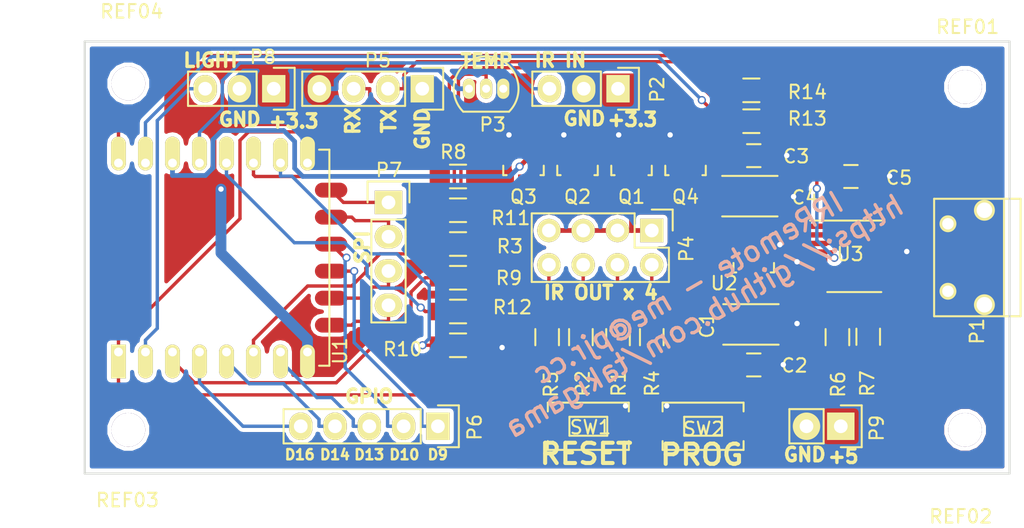
<source format=kicad_pcb>
(kicad_pcb (version 4) (host pcbnew 4.0.2+dfsg1-stable)

  (general
    (links 95)
    (no_connects 0)
    (area 100.024999 47.534523 180.387584 87.6525)
    (thickness 1.6)
    (drawings 27)
    (tracks 455)
    (zones 0)
    (modules 41)
    (nets 37)
  )

  (page A4)
  (layers
    (0 F.Cu signal)
    (31 B.Cu signal)
    (32 B.Adhes user)
    (33 F.Adhes user)
    (34 B.Paste user)
    (35 F.Paste user)
    (36 B.SilkS user)
    (37 F.SilkS user)
    (38 B.Mask user)
    (39 F.Mask user)
    (40 Dwgs.User user)
    (41 Cmts.User user)
    (42 Eco1.User user)
    (43 Eco2.User user)
    (44 Edge.Cuts user)
    (45 Margin user)
    (46 B.CrtYd user)
    (47 F.CrtYd user)
    (48 B.Fab user hide)
    (49 F.Fab user hide)
  )

  (setup
    (last_trace_width 0.25)
    (user_trace_width 0.2)
    (user_trace_width 0.3)
    (user_trace_width 0.4)
    (user_trace_width 0.5)
    (user_trace_width 0.6)
    (user_trace_width 0.7)
    (user_trace_width 0.8)
    (user_trace_width 1)
    (trace_clearance 0.2)
    (zone_clearance 0.3)
    (zone_45_only no)
    (trace_min 0.2)
    (segment_width 0.2)
    (edge_width 0.15)
    (via_size 0.6)
    (via_drill 0.4)
    (via_min_size 0.4)
    (via_min_drill 0.3)
    (uvia_size 0.3)
    (uvia_drill 0.1)
    (uvias_allowed no)
    (uvia_min_size 0.2)
    (uvia_min_drill 0.1)
    (pcb_text_width 0.3)
    (pcb_text_size 1.5 1.5)
    (mod_edge_width 0.15)
    (mod_text_size 1 1)
    (mod_text_width 0.15)
    (pad_size 1.524 1.524)
    (pad_drill 0.762)
    (pad_to_mask_clearance 0.2)
    (aux_axis_origin 0 0)
    (visible_elements FFFFFF7F)
    (pcbplotparams
      (layerselection 0x00030_80000001)
      (usegerberextensions false)
      (excludeedgelayer true)
      (linewidth 0.100000)
      (plotframeref false)
      (viasonmask false)
      (mode 1)
      (useauxorigin false)
      (hpglpennumber 1)
      (hpglpenspeed 20)
      (hpglpendiameter 15)
      (hpglpenoverlay 2)
      (psnegative false)
      (psa4output false)
      (plotreference true)
      (plotvalue true)
      (plotinvisibletext false)
      (padsonsilk false)
      (subtractmaskfromsilk false)
      (outputformat 1)
      (mirror false)
      (drillshape 1)
      (scaleselection 1)
      (outputdirectory ""))
  )

  (net 0 "")
  (net 1 GND)
  (net 2 +5V)
  (net 3 +3V3)
  (net 4 IR_IN)
  (net 5 TEMP_READ)
  (net 6 LED_DR)
  (net 7 "Net-(C5-Pad2)")
  (net 8 LED_DR_5)
  (net 9 "Net-(P4-Pad2)")
  (net 10 "Net-(P4-Pad4)")
  (net 11 "Net-(P4-Pad6)")
  (net 12 "Net-(P4-Pad8)")
  (net 13 RXD_UA_1)
  (net 14 TXD_UA_1)
  (net 15 "Net-(P6-Pad1)")
  (net 16 "Net-(P6-Pad2)")
  (net 17 "Net-(P6-Pad3)")
  (net 18 "Net-(P6-Pad4)")
  (net 19 "Net-(P6-Pad5)")
  (net 20 "Net-(P7-Pad1)")
  (net 21 "Net-(P7-Pad2)")
  (net 22 "Net-(P7-Pad3)")
  (net 23 "Net-(P7-Pad4)")
  (net 24 TEMT)
  (net 25 "Net-(R6-Pad1)")
  (net 26 "Net-(R7-Pad2)")
  (net 27 "Net-(R8-Pad1)")
  (net 28 "Net-(R9-Pad1)")
  (net 29 "Net-(R10-Pad2)")
  (net 30 "Net-(R11-Pad2)")
  (net 31 "Net-(R12-Pad2)")
  (net 32 "Net-(U3-Pad2)")
  (net 33 USBDM_1_N)
  (net 34 USBDP_1_P)
  (net 35 "Net-(R13-Pad1)")
  (net 36 "Net-(R14-Pad1)")

  (net_class Default "This is the default net class."
    (clearance 0.2)
    (trace_width 0.25)
    (via_dia 0.6)
    (via_drill 0.4)
    (uvia_dia 0.3)
    (uvia_drill 0.1)
    (add_net IR_IN)
    (add_net "Net-(C5-Pad2)")
    (add_net "Net-(P4-Pad2)")
    (add_net "Net-(P4-Pad4)")
    (add_net "Net-(P4-Pad6)")
    (add_net "Net-(P4-Pad8)")
    (add_net "Net-(P6-Pad1)")
    (add_net "Net-(P6-Pad2)")
    (add_net "Net-(P6-Pad3)")
    (add_net "Net-(P6-Pad4)")
    (add_net "Net-(P6-Pad5)")
    (add_net "Net-(P7-Pad1)")
    (add_net "Net-(P7-Pad2)")
    (add_net "Net-(P7-Pad3)")
    (add_net "Net-(P7-Pad4)")
    (add_net "Net-(R10-Pad2)")
    (add_net "Net-(R11-Pad2)")
    (add_net "Net-(R12-Pad2)")
    (add_net "Net-(R13-Pad1)")
    (add_net "Net-(R14-Pad1)")
    (add_net "Net-(R6-Pad1)")
    (add_net "Net-(R7-Pad2)")
    (add_net "Net-(R8-Pad1)")
    (add_net "Net-(R9-Pad1)")
    (add_net "Net-(U3-Pad2)")
    (add_net RXD_UA_1)
    (add_net TEMP_READ)
    (add_net TEMT)
    (add_net TXD_UA_1)
    (add_net USBDM_1_N)
    (add_net USBDP_1_P)
  )

  (net_class 3v ""
    (clearance 0.2)
    (trace_width 0.35)
    (via_dia 0.6)
    (via_drill 0.4)
    (uvia_dia 0.3)
    (uvia_drill 0.1)
    (add_net +3V3)
    (add_net LED_DR)
  )

  (net_class 5v ""
    (clearance 0.2)
    (trace_width 0.35)
    (via_dia 0.6)
    (via_drill 0.4)
    (uvia_dia 0.3)
    (uvia_drill 0.1)
    (add_net +5V)
    (add_net LED_DR_5)
  )

  (net_class GND ""
    (clearance 0.2)
    (trace_width 0.35)
    (via_dia 0.6)
    (via_drill 0.4)
    (uvia_dia 0.3)
    (uvia_drill 0.1)
    (add_net GND)
  )

  (module Capacitors_SMD:C_0805 (layer F.Cu) (tedit 5415D6EA) (tstamp 58BC4749)
    (at 156.054 75.4564)
    (descr "Capacitor SMD 0805, reflow soldering, AVX (see smccp.pdf)")
    (tags "capacitor 0805")
    (path /58BC35A8)
    (attr smd)
    (fp_text reference C2 (at 3.0135 0.0451) (layer F.SilkS)
      (effects (font (size 1 1) (thickness 0.15)))
    )
    (fp_text value C (at 0 2.1) (layer F.Fab)
      (effects (font (size 1 1) (thickness 0.15)))
    )
    (fp_line (start -1.8 -1) (end 1.8 -1) (layer F.CrtYd) (width 0.05))
    (fp_line (start -1.8 1) (end 1.8 1) (layer F.CrtYd) (width 0.05))
    (fp_line (start -1.8 -1) (end -1.8 1) (layer F.CrtYd) (width 0.05))
    (fp_line (start 1.8 -1) (end 1.8 1) (layer F.CrtYd) (width 0.05))
    (fp_line (start 0.5 -0.85) (end -0.5 -0.85) (layer F.SilkS) (width 0.15))
    (fp_line (start -0.5 0.85) (end 0.5 0.85) (layer F.SilkS) (width 0.15))
    (pad 1 smd rect (at -1 0) (size 1 1.25) (layers F.Cu F.Paste F.Mask)
      (net 2 +5V))
    (pad 2 smd rect (at 1 0) (size 1 1.25) (layers F.Cu F.Paste F.Mask)
      (net 1 GND))
    (model Capacitors_SMD.3dshapes/C_0805.wrl
      (at (xyz 0 0 0))
      (scale (xyz 1 1 1))
      (rotate (xyz 0 0 0))
    )
  )

  (module Capacitors_SMD:C_0805 (layer F.Cu) (tedit 5415D6EA) (tstamp 58BC474F)
    (at 156.054 59.9564)
    (descr "Capacitor SMD 0805, reflow soldering, AVX (see smccp.pdf)")
    (tags "capacitor 0805")
    (path /58BC366A)
    (attr smd)
    (fp_text reference C3 (at 3.1405 0.0511) (layer F.SilkS)
      (effects (font (size 1 1) (thickness 0.15)))
    )
    (fp_text value C (at 0 2.1) (layer F.Fab)
      (effects (font (size 1 1) (thickness 0.15)))
    )
    (fp_line (start -1.8 -1) (end 1.8 -1) (layer F.CrtYd) (width 0.05))
    (fp_line (start -1.8 1) (end 1.8 1) (layer F.CrtYd) (width 0.05))
    (fp_line (start -1.8 -1) (end -1.8 1) (layer F.CrtYd) (width 0.05))
    (fp_line (start 1.8 -1) (end 1.8 1) (layer F.CrtYd) (width 0.05))
    (fp_line (start 0.5 -0.85) (end -0.5 -0.85) (layer F.SilkS) (width 0.15))
    (fp_line (start -0.5 0.85) (end 0.5 0.85) (layer F.SilkS) (width 0.15))
    (pad 1 smd rect (at -1 0) (size 1 1.25) (layers F.Cu F.Paste F.Mask)
      (net 3 +3V3))
    (pad 2 smd rect (at 1 0) (size 1 1.25) (layers F.Cu F.Paste F.Mask)
      (net 1 GND))
    (model Capacitors_SMD.3dshapes/C_0805.wrl
      (at (xyz 0 0 0))
      (scale (xyz 1 1 1))
      (rotate (xyz 0 0 0))
    )
  )

  (module MyKiCadLibs:USB_Micro-B-OshPark (layer F.Cu) (tedit 57FEB7F7) (tstamp 58BC476E)
    (at 172 67.5 90)
    (descr "Micro USB Type B Receptacle")
    (tags "USB USB_B USB_micro USB_OTG")
    (path /58BC34E7)
    (attr smd)
    (fp_text reference P1 (at -5.4615 0.593 90) (layer F.SilkS)
      (effects (font (size 1 1) (thickness 0.15)))
    )
    (fp_text value USB_OTG (at 0 4.8 90) (layer F.Fab)
      (effects (font (size 1 1) (thickness 0.15)))
    )
    (fp_line (start -4.6 -2.8) (end 4.6 -2.8) (layer F.CrtYd) (width 0.05))
    (fp_line (start 4.6 -2.8) (end 4.6 4.05) (layer F.CrtYd) (width 0.05))
    (fp_line (start 4.6 4.05) (end -4.6 4.05) (layer F.CrtYd) (width 0.05))
    (fp_line (start -4.6 4.05) (end -4.6 -2.8) (layer F.CrtYd) (width 0.05))
    (fp_line (start -4.3509 3.81746) (end 4.3491 3.81746) (layer F.SilkS) (width 0.15))
    (fp_line (start -4.3509 -2.58754) (end 4.3491 -2.58754) (layer F.SilkS) (width 0.15))
    (fp_line (start 4.3491 -2.58754) (end 4.3491 3.81746) (layer F.SilkS) (width 0.15))
    (fp_line (start 4.3491 2.58746) (end -4.3509 2.58746) (layer F.SilkS) (width 0.15))
    (fp_line (start -4.3509 3.81746) (end -4.3509 -2.58754) (layer F.SilkS) (width 0.15))
    (pad 1 smd rect (at -1.3009 -1.56254 180) (size 1.35 0.4) (layers F.Cu F.Paste F.Mask)
      (net 2 +5V))
    (pad 2 smd rect (at -0.6509 -1.56254 180) (size 1.35 0.4) (layers F.Cu F.Paste F.Mask)
      (net 33 USBDM_1_N))
    (pad 3 smd rect (at -0.0009 -1.56254 180) (size 1.35 0.4) (layers F.Cu F.Paste F.Mask)
      (net 34 USBDP_1_P))
    (pad 4 smd rect (at 0.6491 -1.56254 180) (size 1.35 0.4) (layers F.Cu F.Paste F.Mask))
    (pad 5 smd rect (at 1.2991 -1.56254 180) (size 1.35 0.4) (layers F.Cu F.Paste F.Mask)
      (net 1 GND))
    (pad 6 thru_hole circle (at -2.5009 -1.56254 180) (size 1.25 1.25) (drill 0.85) (layers *.Cu *.Mask F.SilkS)
      (net 1 GND))
    (pad 6 thru_hole circle (at 2.4991 -1.56254 180) (size 1.25 1.25) (drill 0.85) (layers *.Cu *.Mask F.SilkS)
      (net 1 GND))
    (pad 6 thru_hole circle (at -3.5009 1.13746 180) (size 1.55 1.55) (drill 1.15) (layers *.Cu *.Mask F.SilkS)
      (net 1 GND))
    (pad 6 thru_hole circle (at 3.4991 1.13746 180) (size 1.55 1.55) (drill 1.15) (layers *.Cu *.Mask F.SilkS)
      (net 1 GND))
  )

  (module Pin_Headers:Pin_Header_Straight_1x03 (layer F.Cu) (tedit 0) (tstamp 58BC4775)
    (at 146 55 270)
    (descr "Through hole pin header")
    (tags "pin header")
    (path /58BC467C)
    (fp_text reference P2 (at 0.0545 -2.9075 270) (layer F.SilkS)
      (effects (font (size 1 1) (thickness 0.15)))
    )
    (fp_text value TL1838_PINHEADER (at 0 -3.1 270) (layer F.Fab)
      (effects (font (size 1 1) (thickness 0.15)))
    )
    (fp_line (start -1.75 -1.75) (end -1.75 6.85) (layer F.CrtYd) (width 0.05))
    (fp_line (start 1.75 -1.75) (end 1.75 6.85) (layer F.CrtYd) (width 0.05))
    (fp_line (start -1.75 -1.75) (end 1.75 -1.75) (layer F.CrtYd) (width 0.05))
    (fp_line (start -1.75 6.85) (end 1.75 6.85) (layer F.CrtYd) (width 0.05))
    (fp_line (start -1.27 1.27) (end -1.27 6.35) (layer F.SilkS) (width 0.15))
    (fp_line (start -1.27 6.35) (end 1.27 6.35) (layer F.SilkS) (width 0.15))
    (fp_line (start 1.27 6.35) (end 1.27 1.27) (layer F.SilkS) (width 0.15))
    (fp_line (start 1.55 -1.55) (end 1.55 0) (layer F.SilkS) (width 0.15))
    (fp_line (start 1.27 1.27) (end -1.27 1.27) (layer F.SilkS) (width 0.15))
    (fp_line (start -1.55 0) (end -1.55 -1.55) (layer F.SilkS) (width 0.15))
    (fp_line (start -1.55 -1.55) (end 1.55 -1.55) (layer F.SilkS) (width 0.15))
    (pad 1 thru_hole rect (at 0 0 270) (size 2.032 1.7272) (drill 1.016) (layers *.Cu *.Mask F.SilkS)
      (net 3 +3V3))
    (pad 2 thru_hole oval (at 0 2.54 270) (size 2.032 1.7272) (drill 1.016) (layers *.Cu *.Mask F.SilkS)
      (net 1 GND))
    (pad 3 thru_hole oval (at 0 5.08 270) (size 2.032 1.7272) (drill 1.016) (layers *.Cu *.Mask F.SilkS)
      (net 4 IR_IN))
    (model Pin_Headers.3dshapes/Pin_Header_Straight_1x03.wrl
      (at (xyz 0 -0.1 0))
      (scale (xyz 1 1 1))
      (rotate (xyz 0 0 90))
    )
  )

  (module TO_SOT_Packages_SMD:SOT-23 (layer F.Cu) (tedit 553634F8) (tstamp 58BC4783)
    (at 147 60.7518 180)
    (descr "SOT-23, Standard")
    (tags SOT-23)
    (path /58C25AF4)
    (attr smd)
    (fp_text reference Q1 (at 0 -2.25 180) (layer F.SilkS)
      (effects (font (size 1 1) (thickness 0.15)))
    )
    (fp_text value "Q_NPN_BEC (MMBT2222ALT1G, 1459098 on E14)" (at 0 2.3 180) (layer F.Fab)
      (effects (font (size 1 1) (thickness 0.15)))
    )
    (fp_line (start -1.65 -1.6) (end 1.65 -1.6) (layer F.CrtYd) (width 0.05))
    (fp_line (start 1.65 -1.6) (end 1.65 1.6) (layer F.CrtYd) (width 0.05))
    (fp_line (start 1.65 1.6) (end -1.65 1.6) (layer F.CrtYd) (width 0.05))
    (fp_line (start -1.65 1.6) (end -1.65 -1.6) (layer F.CrtYd) (width 0.05))
    (fp_line (start 1.29916 -0.65024) (end 1.2509 -0.65024) (layer F.SilkS) (width 0.15))
    (fp_line (start -1.49982 0.0508) (end -1.49982 -0.65024) (layer F.SilkS) (width 0.15))
    (fp_line (start -1.49982 -0.65024) (end -1.2509 -0.65024) (layer F.SilkS) (width 0.15))
    (fp_line (start 1.29916 -0.65024) (end 1.49982 -0.65024) (layer F.SilkS) (width 0.15))
    (fp_line (start 1.49982 -0.65024) (end 1.49982 0.0508) (layer F.SilkS) (width 0.15))
    (pad 1 smd rect (at -0.95 1.00076 180) (size 0.8001 0.8001) (layers F.Cu F.Paste F.Mask)
      (net 6 LED_DR))
    (pad 2 smd rect (at 0.95 1.00076 180) (size 0.8001 0.8001) (layers F.Cu F.Paste F.Mask)
      (net 1 GND))
    (pad 3 smd rect (at 0 -0.99822 180) (size 0.8001 0.8001) (layers F.Cu F.Paste F.Mask)
      (net 8 LED_DR_5))
    (model TO_SOT_Packages_SMD.3dshapes/SOT-23.wrl
      (at (xyz 0 0 0))
      (scale (xyz 1 1 1))
      (rotate (xyz 0 0 0))
    )
  )

  (module TO_SOT_Packages_SMD:SOT-23 (layer F.Cu) (tedit 553634F8) (tstamp 58BC478A)
    (at 143 60.75 180)
    (descr "SOT-23, Standard")
    (tags SOT-23)
    (path /58BC4E69)
    (attr smd)
    (fp_text reference Q2 (at 0 -2.25 180) (layer F.SilkS)
      (effects (font (size 1 1) (thickness 0.15)))
    )
    (fp_text value "Q_NPN_BEC (MMBT2222ALT1G, 1459098 on E14)" (at 0 2.3 180) (layer F.Fab)
      (effects (font (size 1 1) (thickness 0.15)))
    )
    (fp_line (start -1.65 -1.6) (end 1.65 -1.6) (layer F.CrtYd) (width 0.05))
    (fp_line (start 1.65 -1.6) (end 1.65 1.6) (layer F.CrtYd) (width 0.05))
    (fp_line (start 1.65 1.6) (end -1.65 1.6) (layer F.CrtYd) (width 0.05))
    (fp_line (start -1.65 1.6) (end -1.65 -1.6) (layer F.CrtYd) (width 0.05))
    (fp_line (start 1.29916 -0.65024) (end 1.2509 -0.65024) (layer F.SilkS) (width 0.15))
    (fp_line (start -1.49982 0.0508) (end -1.49982 -0.65024) (layer F.SilkS) (width 0.15))
    (fp_line (start -1.49982 -0.65024) (end -1.2509 -0.65024) (layer F.SilkS) (width 0.15))
    (fp_line (start 1.29916 -0.65024) (end 1.49982 -0.65024) (layer F.SilkS) (width 0.15))
    (fp_line (start 1.49982 -0.65024) (end 1.49982 0.0508) (layer F.SilkS) (width 0.15))
    (pad 1 smd rect (at -0.95 1.00076 180) (size 0.8001 0.8001) (layers F.Cu F.Paste F.Mask)
      (net 6 LED_DR))
    (pad 2 smd rect (at 0.95 1.00076 180) (size 0.8001 0.8001) (layers F.Cu F.Paste F.Mask)
      (net 1 GND))
    (pad 3 smd rect (at 0 -0.99822 180) (size 0.8001 0.8001) (layers F.Cu F.Paste F.Mask)
      (net 8 LED_DR_5))
    (model TO_SOT_Packages_SMD.3dshapes/SOT-23.wrl
      (at (xyz 0 0 0))
      (scale (xyz 1 1 1))
      (rotate (xyz 0 0 0))
    )
  )

  (module Resistors_SMD:R_0805_HandSoldering (layer F.Cu) (tedit 54189DEE) (tstamp 58BC4790)
    (at 146 73.4 90)
    (descr "Resistor SMD 0805, hand soldering")
    (tags "resistor 0805")
    (path /58BC435D)
    (attr smd)
    (fp_text reference R1 (at -3.435 0.05 90) (layer F.SilkS)
      (effects (font (size 1 1) (thickness 0.15)))
    )
    (fp_text value 25 (at 0 2.1 90) (layer F.Fab)
      (effects (font (size 1 1) (thickness 0.15)))
    )
    (fp_line (start -2.4 -1) (end 2.4 -1) (layer F.CrtYd) (width 0.05))
    (fp_line (start -2.4 1) (end 2.4 1) (layer F.CrtYd) (width 0.05))
    (fp_line (start -2.4 -1) (end -2.4 1) (layer F.CrtYd) (width 0.05))
    (fp_line (start 2.4 -1) (end 2.4 1) (layer F.CrtYd) (width 0.05))
    (fp_line (start 0.6 0.875) (end -0.6 0.875) (layer F.SilkS) (width 0.15))
    (fp_line (start -0.6 -0.875) (end 0.6 -0.875) (layer F.SilkS) (width 0.15))
    (pad 1 smd rect (at -1.35 0 90) (size 1.5 1.3) (layers F.Cu F.Paste F.Mask)
      (net 2 +5V))
    (pad 2 smd rect (at 1.35 0 90) (size 1.5 1.3) (layers F.Cu F.Paste F.Mask)
      (net 10 "Net-(P4-Pad4)"))
    (model Resistors_SMD.3dshapes/R_0805_HandSoldering.wrl
      (at (xyz 0 0 0))
      (scale (xyz 1 1 1))
      (rotate (xyz 0 0 0))
    )
  )

  (module Resistors_SMD:R_0805_HandSoldering (layer F.Cu) (tedit 54189DEE) (tstamp 58BC4796)
    (at 143.25 73.4 90)
    (descr "Resistor SMD 0805, hand soldering")
    (tags "resistor 0805")
    (path /58BC4E75)
    (attr smd)
    (fp_text reference R2 (at -3.435 0.133 90) (layer F.SilkS)
      (effects (font (size 1 1) (thickness 0.15)))
    )
    (fp_text value 25 (at 0 2.1 90) (layer F.Fab)
      (effects (font (size 1 1) (thickness 0.15)))
    )
    (fp_line (start -2.4 -1) (end 2.4 -1) (layer F.CrtYd) (width 0.05))
    (fp_line (start -2.4 1) (end 2.4 1) (layer F.CrtYd) (width 0.05))
    (fp_line (start -2.4 -1) (end -2.4 1) (layer F.CrtYd) (width 0.05))
    (fp_line (start 2.4 -1) (end 2.4 1) (layer F.CrtYd) (width 0.05))
    (fp_line (start 0.6 0.875) (end -0.6 0.875) (layer F.SilkS) (width 0.15))
    (fp_line (start -0.6 -0.875) (end 0.6 -0.875) (layer F.SilkS) (width 0.15))
    (pad 1 smd rect (at -1.35 0 90) (size 1.5 1.3) (layers F.Cu F.Paste F.Mask)
      (net 2 +5V))
    (pad 2 smd rect (at 1.35 0 90) (size 1.5 1.3) (layers F.Cu F.Paste F.Mask)
      (net 11 "Net-(P4-Pad6)"))
    (model Resistors_SMD.3dshapes/R_0805_HandSoldering.wrl
      (at (xyz 0 0 0))
      (scale (xyz 1 1 1))
      (rotate (xyz 0 0 0))
    )
  )

  (module Resistors_SMD:R_0805_HandSoldering (layer F.Cu) (tedit 54189DEE) (tstamp 58BC479C)
    (at 134.15 66.5)
    (descr "Resistor SMD 0805, hand soldering")
    (tags "resistor 0805")
    (path /58BC5859)
    (attr smd)
    (fp_text reference R3 (at 3.8355 0.175) (layer F.SilkS)
      (effects (font (size 1 1) (thickness 0.15)))
    )
    (fp_text value 4.7k (at 0 2.1) (layer F.Fab)
      (effects (font (size 1 1) (thickness 0.15)))
    )
    (fp_line (start -2.4 -1) (end 2.4 -1) (layer F.CrtYd) (width 0.05))
    (fp_line (start -2.4 1) (end 2.4 1) (layer F.CrtYd) (width 0.05))
    (fp_line (start -2.4 -1) (end -2.4 1) (layer F.CrtYd) (width 0.05))
    (fp_line (start 2.4 -1) (end 2.4 1) (layer F.CrtYd) (width 0.05))
    (fp_line (start 0.6 0.875) (end -0.6 0.875) (layer F.SilkS) (width 0.15))
    (fp_line (start -0.6 -0.875) (end 0.6 -0.875) (layer F.SilkS) (width 0.15))
    (pad 1 smd rect (at -1.35 0) (size 1.5 1.3) (layers F.Cu F.Paste F.Mask)
      (net 5 TEMP_READ))
    (pad 2 smd rect (at 1.35 0) (size 1.5 1.3) (layers F.Cu F.Paste F.Mask)
      (net 3 +3V3))
    (model Resistors_SMD.3dshapes/R_0805_HandSoldering.wrl
      (at (xyz 0 0 0))
      (scale (xyz 1 1 1))
      (rotate (xyz 0 0 0))
    )
  )

  (module ESP8266:ESP-12E (layer F.Cu) (tedit 559F8D21) (tstamp 58BC47B6)
    (at 109 74.5 90)
    (descr "Module, ESP-8266, ESP-12, 16 pad, SMD")
    (tags "Module ESP-8266 ESP8266")
    (path /58BC334B)
    (fp_text reference U1 (at 0.078 16.4125 90) (layer F.SilkS)
      (effects (font (size 1 1) (thickness 0.15)))
    )
    (fp_text value ESP-12E (at 8 1 90) (layer F.Fab)
      (effects (font (size 1 1) (thickness 0.15)))
    )
    (fp_line (start -2.25 -0.5) (end -2.25 -8.75) (layer F.CrtYd) (width 0.05))
    (fp_line (start -2.25 -8.75) (end 15.25 -8.75) (layer F.CrtYd) (width 0.05))
    (fp_line (start 15.25 -8.75) (end 16.25 -8.75) (layer F.CrtYd) (width 0.05))
    (fp_line (start 16.25 -8.75) (end 16.25 16) (layer F.CrtYd) (width 0.05))
    (fp_line (start 16.25 16) (end -2.25 16) (layer F.CrtYd) (width 0.05))
    (fp_line (start -2.25 16) (end -2.25 -0.5) (layer F.CrtYd) (width 0.05))
    (fp_line (start -1.016 -8.382) (end 14.986 -8.382) (layer F.CrtYd) (width 0.1524))
    (fp_line (start 14.986 -8.382) (end 14.986 -0.889) (layer F.CrtYd) (width 0.1524))
    (fp_line (start -1.016 -8.382) (end -1.016 -1.016) (layer F.CrtYd) (width 0.1524))
    (fp_line (start -1.016 14.859) (end -1.016 15.621) (layer F.SilkS) (width 0.1524))
    (fp_line (start -1.016 15.621) (end 14.986 15.621) (layer F.SilkS) (width 0.1524))
    (fp_line (start 14.986 15.621) (end 14.986 14.859) (layer F.SilkS) (width 0.1524))
    (fp_line (start 14.992 -8.4) (end -1.008 -2.6) (layer F.CrtYd) (width 0.1524))
    (fp_line (start -1.008 -8.4) (end 14.992 -2.6) (layer F.CrtYd) (width 0.1524))
    (fp_text user "No Copper" (at 6.892 -5.4 90) (layer F.CrtYd)
      (effects (font (size 1 1) (thickness 0.15)))
    )
    (fp_line (start -1.008 -2.6) (end 14.992 -2.6) (layer F.CrtYd) (width 0.1524))
    (fp_line (start 15 -8.4) (end 15 15.6) (layer F.Fab) (width 0.05))
    (fp_line (start 14.992 15.6) (end -1.008 15.6) (layer F.Fab) (width 0.05))
    (fp_line (start -1.008 15.6) (end -1.008 -8.4) (layer F.Fab) (width 0.05))
    (fp_line (start -1.008 -8.4) (end 14.992 -8.4) (layer F.Fab) (width 0.05))
    (pad 1 thru_hole rect (at 0 0 90) (size 2.5 1.1) (drill 0.65 (offset -0.7 0)) (layers *.Cu *.Mask F.SilkS)
      (net 27 "Net-(R8-Pad1)"))
    (pad 2 thru_hole oval (at 0 2 90) (size 2.5 1.1) (drill 0.65 (offset -0.7 0)) (layers *.Cu *.Mask F.SilkS)
      (net 24 TEMT))
    (pad 3 thru_hole oval (at 0 4 90) (size 2.5 1.1) (drill 0.65 (offset -0.7 0)) (layers *.Cu *.Mask F.SilkS)
      (net 28 "Net-(R9-Pad1)"))
    (pad 4 thru_hole oval (at 0 6 90) (size 2.5 1.1) (drill 0.65 (offset -0.7 0)) (layers *.Cu *.Mask F.SilkS)
      (net 19 "Net-(P6-Pad5)"))
    (pad 5 thru_hole oval (at 0 8 90) (size 2.5 1.1) (drill 0.65 (offset -0.7 0)) (layers *.Cu *.Mask F.SilkS)
      (net 18 "Net-(P6-Pad4)"))
    (pad 6 thru_hole oval (at 0 10 90) (size 2.5 1.1) (drill 0.65 (offset -0.7 0)) (layers *.Cu *.Mask F.SilkS)
      (net 5 TEMP_READ))
    (pad 7 thru_hole oval (at 0 12 90) (size 2.5 1.1) (drill 0.65 (offset -0.7 0)) (layers *.Cu *.Mask F.SilkS)
      (net 17 "Net-(P6-Pad3)"))
    (pad 8 thru_hole oval (at 0 14 90) (size 2.5 1.1) (drill 0.65 (offset -0.7 0)) (layers *.Cu *.Mask F.SilkS)
      (net 3 +3V3))
    (pad 9 smd oval (at 1.99 15.75 180) (size 2.4 1.1) (layers F.Cu F.Paste F.Mask)
      (net 23 "Net-(P7-Pad4)"))
    (pad 10 smd oval (at 3.99 15.75 180) (size 2.4 1.1) (layers F.Cu F.Paste F.Mask)
      (net 22 "Net-(P7-Pad3)"))
    (pad 11 smd oval (at 5.99 15.75 180) (size 2.4 1.1) (layers F.Cu F.Paste F.Mask)
      (net 15 "Net-(P6-Pad1)"))
    (pad 12 smd oval (at 7.99 15.75 180) (size 2.4 1.1) (layers F.Cu F.Paste F.Mask)
      (net 16 "Net-(P6-Pad2)"))
    (pad 13 smd oval (at 9.99 15.75 180) (size 2.4 1.1) (layers F.Cu F.Paste F.Mask)
      (net 21 "Net-(P7-Pad2)"))
    (pad 14 smd oval (at 11.99 15.75 180) (size 2.4 1.1) (layers F.Cu F.Paste F.Mask)
      (net 20 "Net-(P7-Pad1)"))
    (pad 15 thru_hole oval (at 14 14 90) (size 2.5 1.1) (drill 0.65 (offset 0.7 0)) (layers *.Cu *.Mask F.SilkS)
      (net 1 GND))
    (pad 16 thru_hole oval (at 14 12 90) (size 2.5 1.1) (drill 0.65 (offset 0.6 0)) (layers *.Cu *.Mask F.SilkS)
      (net 29 "Net-(R10-Pad2)"))
    (pad 17 thru_hole oval (at 14 10 90) (size 2.5 1.1) (drill 0.65 (offset 0.7 0)) (layers *.Cu *.Mask F.SilkS)
      (net 30 "Net-(R11-Pad2)"))
    (pad 18 thru_hole oval (at 14 8 90) (size 2.5 1.1) (drill 0.65 (offset 0.7 0)) (layers *.Cu *.Mask F.SilkS)
      (net 31 "Net-(R12-Pad2)"))
    (pad 19 thru_hole oval (at 14 6 90) (size 2.5 1.1) (drill 0.65 (offset 0.7 0)) (layers *.Cu *.Mask F.SilkS)
      (net 4 IR_IN))
    (pad 20 thru_hole oval (at 14 4 90) (size 2.5 1.1) (drill 0.65 (offset 0.7 0)) (layers *.Cu *.Mask F.SilkS)
      (net 6 LED_DR))
    (pad 21 thru_hole oval (at 14 2 90) (size 2.5 1.1) (drill 0.65 (offset 0.7 0)) (layers *.Cu *.Mask F.SilkS)
      (net 35 "Net-(R13-Pad1)"))
    (pad 22 thru_hole oval (at 14 0 90) (size 2.5 1.1) (drill 0.65 (offset 0.7 0)) (layers *.Cu *.Mask F.SilkS)
      (net 36 "Net-(R14-Pad1)"))
    (model ${ESPLIB}/ESP8266.3dshapes/ESP-12.wrl
      (at (xyz 0.04 0 0))
      (scale (xyz 0.3937 0.3937 0.3937))
      (rotate (xyz 0 0 0))
    )
  )

  (module TO_SOT_Packages_SMD:SOT-23_Handsoldering (layer F.Cu) (tedit 54E9291B) (tstamp 58BC47BD)
    (at 156.054 67.9553 180)
    (descr "SOT-23, Handsoldering")
    (tags SOT-23)
    (path /58BC33EF)
    (attr smd)
    (fp_text reference U2 (at 2.1935 -1.4502 180) (layer F.SilkS)
      (effects (font (size 1 1) (thickness 0.15)))
    )
    (fp_text value AP1117 (at 0 3.81 180) (layer F.Fab)
      (effects (font (size 1 1) (thickness 0.15)))
    )
    (fp_line (start -1.49982 0.0508) (end -1.49982 -0.65024) (layer F.SilkS) (width 0.15))
    (fp_line (start -1.49982 -0.65024) (end -1.2509 -0.65024) (layer F.SilkS) (width 0.15))
    (fp_line (start 1.29916 -0.65024) (end 1.49982 -0.65024) (layer F.SilkS) (width 0.15))
    (fp_line (start 1.49982 -0.65024) (end 1.49982 0.0508) (layer F.SilkS) (width 0.15))
    (pad 1 smd rect (at -0.95 1.50114 180) (size 0.8001 1.80086) (layers F.Cu F.Paste F.Mask)
      (net 1 GND))
    (pad 2 smd rect (at 0.95 1.50114 180) (size 0.8001 1.80086) (layers F.Cu F.Paste F.Mask)
      (net 3 +3V3))
    (pad 3 smd rect (at 0 -1.50114 180) (size 0.8001 1.80086) (layers F.Cu F.Paste F.Mask)
      (net 2 +5V))
    (model TO_SOT_Packages_SMD.3dshapes/SOT-23_Handsoldering.wrl
      (at (xyz 0 0 0))
      (scale (xyz 1 1 1))
      (rotate (xyz 0 0 0))
    )
  )

  (module TO_SOT_Packages_THT:TO-92_Inline_Narrow_Oval (layer F.Cu) (tedit 54F24281) (tstamp 58BC48AD)
    (at 134.96 55)
    (descr "TO-92 leads in-line, narrow, oval pads, drill 0.6mm (see NXP sot054_po.pdf)")
    (tags "to-92 sc-43 sc-43a sot54 PA33 transistor")
    (path /58BC52EE)
    (fp_text reference P3 (at 1.7555 2.658) (layer F.SilkS)
      (effects (font (size 1 1) (thickness 0.15)))
    )
    (fp_text value DS18B20_PINHEADER_TO92 (at 0 3) (layer F.Fab)
      (effects (font (size 1 1) (thickness 0.15)))
    )
    (fp_line (start -1.4 1.95) (end -1.4 -2.65) (layer F.CrtYd) (width 0.05))
    (fp_line (start -1.4 1.95) (end 3.95 1.95) (layer F.CrtYd) (width 0.05))
    (fp_line (start -0.43 1.7) (end 2.97 1.7) (layer F.SilkS) (width 0.15))
    (fp_arc (start 1.27 0) (end 1.27 -2.4) (angle -135) (layer F.SilkS) (width 0.15))
    (fp_arc (start 1.27 0) (end 1.27 -2.4) (angle 135) (layer F.SilkS) (width 0.15))
    (fp_line (start -1.4 -2.65) (end 3.95 -2.65) (layer F.CrtYd) (width 0.05))
    (fp_line (start 3.95 1.95) (end 3.95 -2.65) (layer F.CrtYd) (width 0.05))
    (pad 2 thru_hole oval (at 1.27 0 180) (size 0.89916 1.50114) (drill 0.6) (layers *.Cu *.Mask F.SilkS)
      (net 5 TEMP_READ))
    (pad 3 thru_hole oval (at 2.54 0 180) (size 0.89916 1.50114) (drill 0.6) (layers *.Cu *.Mask F.SilkS)
      (net 1 GND))
    (pad 1 thru_hole oval (at 0 0 180) (size 0.89916 1.50114) (drill 0.6) (layers *.Cu *.Mask F.SilkS)
      (net 3 +3V3))
    (model TO_SOT_Packages_THT.3dshapes/TO-92_Inline_Narrow_Oval.wrl
      (at (xyz 0.05 0 0))
      (scale (xyz 1 1 1))
      (rotate (xyz 0 0 -90))
    )
  )

  (module TO_SOT_Packages_SMD:SOT-23 (layer F.Cu) (tedit 553634F8) (tstamp 58C222E6)
    (at 139 60.75 180)
    (descr "SOT-23, Standard")
    (tags SOT-23)
    (path /58C25C16)
    (attr smd)
    (fp_text reference Q3 (at 0 -2.25 180) (layer F.SilkS)
      (effects (font (size 1 1) (thickness 0.15)))
    )
    (fp_text value "Q_NPN_BEC (MMBT2222ALT1G, 1459098 on E14)" (at 0 2.3 180) (layer F.Fab)
      (effects (font (size 1 1) (thickness 0.15)))
    )
    (fp_line (start -1.65 -1.6) (end 1.65 -1.6) (layer F.CrtYd) (width 0.05))
    (fp_line (start 1.65 -1.6) (end 1.65 1.6) (layer F.CrtYd) (width 0.05))
    (fp_line (start 1.65 1.6) (end -1.65 1.6) (layer F.CrtYd) (width 0.05))
    (fp_line (start -1.65 1.6) (end -1.65 -1.6) (layer F.CrtYd) (width 0.05))
    (fp_line (start 1.29916 -0.65024) (end 1.2509 -0.65024) (layer F.SilkS) (width 0.15))
    (fp_line (start -1.49982 0.0508) (end -1.49982 -0.65024) (layer F.SilkS) (width 0.15))
    (fp_line (start -1.49982 -0.65024) (end -1.2509 -0.65024) (layer F.SilkS) (width 0.15))
    (fp_line (start 1.29916 -0.65024) (end 1.49982 -0.65024) (layer F.SilkS) (width 0.15))
    (fp_line (start 1.49982 -0.65024) (end 1.49982 0.0508) (layer F.SilkS) (width 0.15))
    (pad 1 smd rect (at -0.95 1.00076 180) (size 0.8001 0.8001) (layers F.Cu F.Paste F.Mask)
      (net 6 LED_DR))
    (pad 2 smd rect (at 0.95 1.00076 180) (size 0.8001 0.8001) (layers F.Cu F.Paste F.Mask)
      (net 1 GND))
    (pad 3 smd rect (at 0 -0.99822 180) (size 0.8001 0.8001) (layers F.Cu F.Paste F.Mask)
      (net 8 LED_DR_5))
    (model TO_SOT_Packages_SMD.3dshapes/SOT-23.wrl
      (at (xyz 0 0 0))
      (scale (xyz 1 1 1))
      (rotate (xyz 0 0 0))
    )
  )

  (module TO_SOT_Packages_SMD:SOT-23 (layer F.Cu) (tedit 553634F8) (tstamp 58C222ED)
    (at 151 60.7518 180)
    (descr "SOT-23, Standard")
    (tags SOT-23)
    (path /58C25C76)
    (attr smd)
    (fp_text reference Q4 (at 0 -2.25 180) (layer F.SilkS)
      (effects (font (size 1 1) (thickness 0.15)))
    )
    (fp_text value "Q_NPN_BEC (MMBT2222ALT1G, 1459098 on E14)" (at 0 2.3 180) (layer F.Fab)
      (effects (font (size 1 1) (thickness 0.15)))
    )
    (fp_line (start -1.65 -1.6) (end 1.65 -1.6) (layer F.CrtYd) (width 0.05))
    (fp_line (start 1.65 -1.6) (end 1.65 1.6) (layer F.CrtYd) (width 0.05))
    (fp_line (start 1.65 1.6) (end -1.65 1.6) (layer F.CrtYd) (width 0.05))
    (fp_line (start -1.65 1.6) (end -1.65 -1.6) (layer F.CrtYd) (width 0.05))
    (fp_line (start 1.29916 -0.65024) (end 1.2509 -0.65024) (layer F.SilkS) (width 0.15))
    (fp_line (start -1.49982 0.0508) (end -1.49982 -0.65024) (layer F.SilkS) (width 0.15))
    (fp_line (start -1.49982 -0.65024) (end -1.2509 -0.65024) (layer F.SilkS) (width 0.15))
    (fp_line (start 1.29916 -0.65024) (end 1.49982 -0.65024) (layer F.SilkS) (width 0.15))
    (fp_line (start 1.49982 -0.65024) (end 1.49982 0.0508) (layer F.SilkS) (width 0.15))
    (pad 1 smd rect (at -0.95 1.00076 180) (size 0.8001 0.8001) (layers F.Cu F.Paste F.Mask)
      (net 6 LED_DR))
    (pad 2 smd rect (at 0.95 1.00076 180) (size 0.8001 0.8001) (layers F.Cu F.Paste F.Mask)
      (net 1 GND))
    (pad 3 smd rect (at 0 -0.99822 180) (size 0.8001 0.8001) (layers F.Cu F.Paste F.Mask)
      (net 8 LED_DR_5))
    (model TO_SOT_Packages_SMD.3dshapes/SOT-23.wrl
      (at (xyz 0 0 0))
      (scale (xyz 1 1 1))
      (rotate (xyz 0 0 0))
    )
  )

  (module Resistors_SMD:R_0805_HandSoldering (layer F.Cu) (tedit 54189DEE) (tstamp 58C222F3)
    (at 148.5 73.4 90)
    (descr "Resistor SMD 0805, hand soldering")
    (tags "resistor 0805")
    (path /58C22194)
    (attr smd)
    (fp_text reference R4 (at -3.435 0.0265 90) (layer F.SilkS)
      (effects (font (size 1 1) (thickness 0.15)))
    )
    (fp_text value 25 (at 0 2.1 90) (layer F.Fab)
      (effects (font (size 1 1) (thickness 0.15)))
    )
    (fp_line (start -2.4 -1) (end 2.4 -1) (layer F.CrtYd) (width 0.05))
    (fp_line (start -2.4 1) (end 2.4 1) (layer F.CrtYd) (width 0.05))
    (fp_line (start -2.4 -1) (end -2.4 1) (layer F.CrtYd) (width 0.05))
    (fp_line (start 2.4 -1) (end 2.4 1) (layer F.CrtYd) (width 0.05))
    (fp_line (start 0.6 0.875) (end -0.6 0.875) (layer F.SilkS) (width 0.15))
    (fp_line (start -0.6 -0.875) (end 0.6 -0.875) (layer F.SilkS) (width 0.15))
    (pad 1 smd rect (at -1.35 0 90) (size 1.5 1.3) (layers F.Cu F.Paste F.Mask)
      (net 2 +5V))
    (pad 2 smd rect (at 1.35 0 90) (size 1.5 1.3) (layers F.Cu F.Paste F.Mask)
      (net 9 "Net-(P4-Pad2)"))
    (model Resistors_SMD.3dshapes/R_0805_HandSoldering.wrl
      (at (xyz 0 0 0))
      (scale (xyz 1 1 1))
      (rotate (xyz 0 0 0))
    )
  )

  (module Resistors_SMD:R_0805_HandSoldering (layer F.Cu) (tedit 54189DEE) (tstamp 58C222F9)
    (at 140.75 73.4 90)
    (descr "Resistor SMD 0805, hand soldering")
    (tags "resistor 0805")
    (path /58C2225F)
    (attr smd)
    (fp_text reference R5 (at -3.4985 0.2835 90) (layer F.SilkS)
      (effects (font (size 1 1) (thickness 0.15)))
    )
    (fp_text value 25 (at 0 2.1 90) (layer F.Fab)
      (effects (font (size 1 1) (thickness 0.15)))
    )
    (fp_line (start -2.4 -1) (end 2.4 -1) (layer F.CrtYd) (width 0.05))
    (fp_line (start -2.4 1) (end 2.4 1) (layer F.CrtYd) (width 0.05))
    (fp_line (start -2.4 -1) (end -2.4 1) (layer F.CrtYd) (width 0.05))
    (fp_line (start 2.4 -1) (end 2.4 1) (layer F.CrtYd) (width 0.05))
    (fp_line (start 0.6 0.875) (end -0.6 0.875) (layer F.SilkS) (width 0.15))
    (fp_line (start -0.6 -0.875) (end 0.6 -0.875) (layer F.SilkS) (width 0.15))
    (pad 1 smd rect (at -1.35 0 90) (size 1.5 1.3) (layers F.Cu F.Paste F.Mask)
      (net 2 +5V))
    (pad 2 smd rect (at 1.35 0 90) (size 1.5 1.3) (layers F.Cu F.Paste F.Mask)
      (net 12 "Net-(P4-Pad8)"))
    (model Resistors_SMD.3dshapes/R_0805_HandSoldering.wrl
      (at (xyz 0 0 0))
      (scale (xyz 1 1 1))
      (rotate (xyz 0 0 0))
    )
  )

  (module Capacitors_SMD:C_0805_HandSoldering (layer F.Cu) (tedit 541A9B8D) (tstamp 58C2D2A6)
    (at 163.25 61.5 180)
    (descr "Capacitor SMD 0805, hand soldering")
    (tags "capacitor 0805")
    (path /58C2C519)
    (attr smd)
    (fp_text reference C5 (at -3.5645 -0.095 180) (layer F.SilkS)
      (effects (font (size 1 1) (thickness 0.15)))
    )
    (fp_text value C (at 0 2.1 180) (layer F.Fab)
      (effects (font (size 1 1) (thickness 0.15)))
    )
    (fp_line (start -2.3 -1) (end 2.3 -1) (layer F.CrtYd) (width 0.05))
    (fp_line (start -2.3 1) (end 2.3 1) (layer F.CrtYd) (width 0.05))
    (fp_line (start -2.3 -1) (end -2.3 1) (layer F.CrtYd) (width 0.05))
    (fp_line (start 2.3 -1) (end 2.3 1) (layer F.CrtYd) (width 0.05))
    (fp_line (start 0.5 -0.85) (end -0.5 -0.85) (layer F.SilkS) (width 0.15))
    (fp_line (start -0.5 0.85) (end 0.5 0.85) (layer F.SilkS) (width 0.15))
    (pad 1 smd rect (at -1.25 0 180) (size 1.5 1.25) (layers F.Cu F.Paste F.Mask)
      (net 1 GND))
    (pad 2 smd rect (at 1.25 0 180) (size 1.5 1.25) (layers F.Cu F.Paste F.Mask)
      (net 7 "Net-(C5-Pad2)"))
    (model Capacitors_SMD.3dshapes/C_0805_HandSoldering.wrl
      (at (xyz 0 0 0))
      (scale (xyz 1 1 1))
      (rotate (xyz 0 0 0))
    )
  )

  (module Pin_Headers:Pin_Header_Straight_2x04 (layer F.Cu) (tedit 0) (tstamp 58C2D2B2)
    (at 148.5 65.5 270)
    (descr "Through hole pin header")
    (tags "pin header")
    (path /58C250C9)
    (fp_text reference P4 (at 1.3655 -2.5665 270) (layer F.SilkS)
      (effects (font (size 1 1) (thickness 0.15)))
    )
    (fp_text value CONN_02X04 (at 0 -3.1 270) (layer F.Fab)
      (effects (font (size 1 1) (thickness 0.15)))
    )
    (fp_line (start -1.75 -1.75) (end -1.75 9.4) (layer F.CrtYd) (width 0.05))
    (fp_line (start 4.3 -1.75) (end 4.3 9.4) (layer F.CrtYd) (width 0.05))
    (fp_line (start -1.75 -1.75) (end 4.3 -1.75) (layer F.CrtYd) (width 0.05))
    (fp_line (start -1.75 9.4) (end 4.3 9.4) (layer F.CrtYd) (width 0.05))
    (fp_line (start -1.27 1.27) (end -1.27 8.89) (layer F.SilkS) (width 0.15))
    (fp_line (start -1.27 8.89) (end 3.81 8.89) (layer F.SilkS) (width 0.15))
    (fp_line (start 3.81 8.89) (end 3.81 -1.27) (layer F.SilkS) (width 0.15))
    (fp_line (start 3.81 -1.27) (end 1.27 -1.27) (layer F.SilkS) (width 0.15))
    (fp_line (start 0 -1.55) (end -1.55 -1.55) (layer F.SilkS) (width 0.15))
    (fp_line (start 1.27 -1.27) (end 1.27 1.27) (layer F.SilkS) (width 0.15))
    (fp_line (start 1.27 1.27) (end -1.27 1.27) (layer F.SilkS) (width 0.15))
    (fp_line (start -1.55 -1.55) (end -1.55 0) (layer F.SilkS) (width 0.15))
    (pad 1 thru_hole rect (at 0 0 270) (size 1.7272 1.7272) (drill 1.016) (layers *.Cu *.Mask F.SilkS)
      (net 8 LED_DR_5))
    (pad 2 thru_hole oval (at 2.54 0 270) (size 1.7272 1.7272) (drill 1.016) (layers *.Cu *.Mask F.SilkS)
      (net 9 "Net-(P4-Pad2)"))
    (pad 3 thru_hole oval (at 0 2.54 270) (size 1.7272 1.7272) (drill 1.016) (layers *.Cu *.Mask F.SilkS)
      (net 8 LED_DR_5))
    (pad 4 thru_hole oval (at 2.54 2.54 270) (size 1.7272 1.7272) (drill 1.016) (layers *.Cu *.Mask F.SilkS)
      (net 10 "Net-(P4-Pad4)"))
    (pad 5 thru_hole oval (at 0 5.08 270) (size 1.7272 1.7272) (drill 1.016) (layers *.Cu *.Mask F.SilkS)
      (net 8 LED_DR_5))
    (pad 6 thru_hole oval (at 2.54 5.08 270) (size 1.7272 1.7272) (drill 1.016) (layers *.Cu *.Mask F.SilkS)
      (net 11 "Net-(P4-Pad6)"))
    (pad 7 thru_hole oval (at 0 7.62 270) (size 1.7272 1.7272) (drill 1.016) (layers *.Cu *.Mask F.SilkS)
      (net 8 LED_DR_5))
    (pad 8 thru_hole oval (at 2.54 7.62 270) (size 1.7272 1.7272) (drill 1.016) (layers *.Cu *.Mask F.SilkS)
      (net 12 "Net-(P4-Pad8)"))
    (model Pin_Headers.3dshapes/Pin_Header_Straight_2x04.wrl
      (at (xyz 0.05 -0.15 0))
      (scale (xyz 1 1 1))
      (rotate (xyz 0 0 90))
    )
  )

  (module Pin_Headers:Pin_Header_Straight_1x04 (layer F.Cu) (tedit 0) (tstamp 58C2D2BA)
    (at 131.5 55 270)
    (descr "Through hole pin header")
    (tags "pin header")
    (path /58C2D4F6)
    (fp_text reference P5 (at -2.1045 3.2935 360) (layer F.SilkS)
      (effects (font (size 1 1) (thickness 0.15)))
    )
    (fp_text value CONN_01X04 (at 0 -3.1 270) (layer F.Fab)
      (effects (font (size 1 1) (thickness 0.15)))
    )
    (fp_line (start -1.75 -1.75) (end -1.75 9.4) (layer F.CrtYd) (width 0.05))
    (fp_line (start 1.75 -1.75) (end 1.75 9.4) (layer F.CrtYd) (width 0.05))
    (fp_line (start -1.75 -1.75) (end 1.75 -1.75) (layer F.CrtYd) (width 0.05))
    (fp_line (start -1.75 9.4) (end 1.75 9.4) (layer F.CrtYd) (width 0.05))
    (fp_line (start -1.27 1.27) (end -1.27 8.89) (layer F.SilkS) (width 0.15))
    (fp_line (start 1.27 1.27) (end 1.27 8.89) (layer F.SilkS) (width 0.15))
    (fp_line (start 1.55 -1.55) (end 1.55 0) (layer F.SilkS) (width 0.15))
    (fp_line (start -1.27 8.89) (end 1.27 8.89) (layer F.SilkS) (width 0.15))
    (fp_line (start 1.27 1.27) (end -1.27 1.27) (layer F.SilkS) (width 0.15))
    (fp_line (start -1.55 0) (end -1.55 -1.55) (layer F.SilkS) (width 0.15))
    (fp_line (start -1.55 -1.55) (end 1.55 -1.55) (layer F.SilkS) (width 0.15))
    (pad 1 thru_hole rect (at 0 0 270) (size 2.032 1.7272) (drill 1.016) (layers *.Cu *.Mask F.SilkS)
      (net 1 GND))
    (pad 2 thru_hole oval (at 0 2.54 270) (size 2.032 1.7272) (drill 1.016) (layers *.Cu *.Mask F.SilkS)
      (net 13 RXD_UA_1))
    (pad 3 thru_hole oval (at 0 5.08 270) (size 2.032 1.7272) (drill 1.016) (layers *.Cu *.Mask F.SilkS)
      (net 14 TXD_UA_1))
    (pad 4 thru_hole oval (at 0 7.62 270) (size 2.032 1.7272) (drill 1.016) (layers *.Cu *.Mask F.SilkS)
      (net 3 +3V3))
    (model Pin_Headers.3dshapes/Pin_Header_Straight_1x04.wrl
      (at (xyz 0 -0.15 0))
      (scale (xyz 1 1 1))
      (rotate (xyz 0 0 90))
    )
  )

  (module Pin_Headers:Pin_Header_Straight_1x05 (layer F.Cu) (tedit 54EA0684) (tstamp 58C2D2C3)
    (at 132.66 80 270)
    (descr "Through hole pin header")
    (tags "pin header")
    (path /58C3191F)
    (fp_text reference P6 (at 0.0735 -2.722 270) (layer F.SilkS)
      (effects (font (size 1 1) (thickness 0.15)))
    )
    (fp_text value CONN_01X05 (at 0 -3.1 270) (layer F.Fab)
      (effects (font (size 1 1) (thickness 0.15)))
    )
    (fp_line (start -1.55 0) (end -1.55 -1.55) (layer F.SilkS) (width 0.15))
    (fp_line (start -1.55 -1.55) (end 1.55 -1.55) (layer F.SilkS) (width 0.15))
    (fp_line (start 1.55 -1.55) (end 1.55 0) (layer F.SilkS) (width 0.15))
    (fp_line (start -1.75 -1.75) (end -1.75 11.95) (layer F.CrtYd) (width 0.05))
    (fp_line (start 1.75 -1.75) (end 1.75 11.95) (layer F.CrtYd) (width 0.05))
    (fp_line (start -1.75 -1.75) (end 1.75 -1.75) (layer F.CrtYd) (width 0.05))
    (fp_line (start -1.75 11.95) (end 1.75 11.95) (layer F.CrtYd) (width 0.05))
    (fp_line (start 1.27 1.27) (end 1.27 11.43) (layer F.SilkS) (width 0.15))
    (fp_line (start 1.27 11.43) (end -1.27 11.43) (layer F.SilkS) (width 0.15))
    (fp_line (start -1.27 11.43) (end -1.27 1.27) (layer F.SilkS) (width 0.15))
    (fp_line (start 1.27 1.27) (end -1.27 1.27) (layer F.SilkS) (width 0.15))
    (pad 1 thru_hole rect (at 0 0 270) (size 2.032 1.7272) (drill 1.016) (layers *.Cu *.Mask F.SilkS)
      (net 15 "Net-(P6-Pad1)"))
    (pad 2 thru_hole oval (at 0 2.54 270) (size 2.032 1.7272) (drill 1.016) (layers *.Cu *.Mask F.SilkS)
      (net 16 "Net-(P6-Pad2)"))
    (pad 3 thru_hole oval (at 0 5.08 270) (size 2.032 1.7272) (drill 1.016) (layers *.Cu *.Mask F.SilkS)
      (net 17 "Net-(P6-Pad3)"))
    (pad 4 thru_hole oval (at 0 7.62 270) (size 2.032 1.7272) (drill 1.016) (layers *.Cu *.Mask F.SilkS)
      (net 18 "Net-(P6-Pad4)"))
    (pad 5 thru_hole oval (at 0 10.16 270) (size 2.032 1.7272) (drill 1.016) (layers *.Cu *.Mask F.SilkS)
      (net 19 "Net-(P6-Pad5)"))
    (model Pin_Headers.3dshapes/Pin_Header_Straight_1x05.wrl
      (at (xyz 0 -0.2 0))
      (scale (xyz 1 1 1))
      (rotate (xyz 0 0 90))
    )
  )

  (module Pin_Headers:Pin_Header_Straight_1x04 (layer F.Cu) (tedit 0) (tstamp 58C2D2CB)
    (at 129 63.42)
    (descr "Through hole pin header")
    (tags "pin header")
    (path /58C312F3)
    (fp_text reference P7 (at 0.032 -2.3965) (layer F.SilkS)
      (effects (font (size 1 1) (thickness 0.15)))
    )
    (fp_text value CONN_01X04 (at 0 -3.1) (layer F.Fab)
      (effects (font (size 1 1) (thickness 0.15)))
    )
    (fp_line (start -1.75 -1.75) (end -1.75 9.4) (layer F.CrtYd) (width 0.05))
    (fp_line (start 1.75 -1.75) (end 1.75 9.4) (layer F.CrtYd) (width 0.05))
    (fp_line (start -1.75 -1.75) (end 1.75 -1.75) (layer F.CrtYd) (width 0.05))
    (fp_line (start -1.75 9.4) (end 1.75 9.4) (layer F.CrtYd) (width 0.05))
    (fp_line (start -1.27 1.27) (end -1.27 8.89) (layer F.SilkS) (width 0.15))
    (fp_line (start 1.27 1.27) (end 1.27 8.89) (layer F.SilkS) (width 0.15))
    (fp_line (start 1.55 -1.55) (end 1.55 0) (layer F.SilkS) (width 0.15))
    (fp_line (start -1.27 8.89) (end 1.27 8.89) (layer F.SilkS) (width 0.15))
    (fp_line (start 1.27 1.27) (end -1.27 1.27) (layer F.SilkS) (width 0.15))
    (fp_line (start -1.55 0) (end -1.55 -1.55) (layer F.SilkS) (width 0.15))
    (fp_line (start -1.55 -1.55) (end 1.55 -1.55) (layer F.SilkS) (width 0.15))
    (pad 1 thru_hole rect (at 0 0) (size 2.032 1.7272) (drill 1.016) (layers *.Cu *.Mask F.SilkS)
      (net 20 "Net-(P7-Pad1)"))
    (pad 2 thru_hole oval (at 0 2.54) (size 2.032 1.7272) (drill 1.016) (layers *.Cu *.Mask F.SilkS)
      (net 21 "Net-(P7-Pad2)"))
    (pad 3 thru_hole oval (at 0 5.08) (size 2.032 1.7272) (drill 1.016) (layers *.Cu *.Mask F.SilkS)
      (net 22 "Net-(P7-Pad3)"))
    (pad 4 thru_hole oval (at 0 7.62) (size 2.032 1.7272) (drill 1.016) (layers *.Cu *.Mask F.SilkS)
      (net 23 "Net-(P7-Pad4)"))
    (model Pin_Headers.3dshapes/Pin_Header_Straight_1x04.wrl
      (at (xyz 0 -0.15 0))
      (scale (xyz 1 1 1))
      (rotate (xyz 0 0 90))
    )
  )

  (module Pin_Headers:Pin_Header_Straight_1x03 (layer F.Cu) (tedit 0) (tstamp 58C2D2D2)
    (at 120.5 55 270)
    (descr "Through hole pin header")
    (tags "pin header")
    (path /58C30AF4)
    (fp_text reference P8 (at -2.3585 0.8025 360) (layer F.SilkS)
      (effects (font (size 1 1) (thickness 0.15)))
    )
    (fp_text value TEMP6000 (at 0 -3.1 270) (layer F.Fab)
      (effects (font (size 1 1) (thickness 0.15)))
    )
    (fp_line (start -1.75 -1.75) (end -1.75 6.85) (layer F.CrtYd) (width 0.05))
    (fp_line (start 1.75 -1.75) (end 1.75 6.85) (layer F.CrtYd) (width 0.05))
    (fp_line (start -1.75 -1.75) (end 1.75 -1.75) (layer F.CrtYd) (width 0.05))
    (fp_line (start -1.75 6.85) (end 1.75 6.85) (layer F.CrtYd) (width 0.05))
    (fp_line (start -1.27 1.27) (end -1.27 6.35) (layer F.SilkS) (width 0.15))
    (fp_line (start -1.27 6.35) (end 1.27 6.35) (layer F.SilkS) (width 0.15))
    (fp_line (start 1.27 6.35) (end 1.27 1.27) (layer F.SilkS) (width 0.15))
    (fp_line (start 1.55 -1.55) (end 1.55 0) (layer F.SilkS) (width 0.15))
    (fp_line (start 1.27 1.27) (end -1.27 1.27) (layer F.SilkS) (width 0.15))
    (fp_line (start -1.55 0) (end -1.55 -1.55) (layer F.SilkS) (width 0.15))
    (fp_line (start -1.55 -1.55) (end 1.55 -1.55) (layer F.SilkS) (width 0.15))
    (pad 1 thru_hole rect (at 0 0 270) (size 2.032 1.7272) (drill 1.016) (layers *.Cu *.Mask F.SilkS)
      (net 3 +3V3))
    (pad 2 thru_hole oval (at 0 2.54 270) (size 2.032 1.7272) (drill 1.016) (layers *.Cu *.Mask F.SilkS)
      (net 1 GND))
    (pad 3 thru_hole oval (at 0 5.08 270) (size 2.032 1.7272) (drill 1.016) (layers *.Cu *.Mask F.SilkS)
      (net 24 TEMT))
    (model Pin_Headers.3dshapes/Pin_Header_Straight_1x03.wrl
      (at (xyz 0 -0.1 0))
      (scale (xyz 1 1 1))
      (rotate (xyz 0 0 90))
    )
  )

  (module Resistors_SMD:R_0805_HandSoldering (layer F.Cu) (tedit 54189DEE) (tstamp 58C2D2D8)
    (at 162.25 73.4 270)
    (descr "Resistor SMD 0805, hand soldering")
    (tags "resistor 0805")
    (path /58C2C51B)
    (attr smd)
    (fp_text reference R6 (at 3.4985 -0.056 270) (layer F.SilkS)
      (effects (font (size 1 1) (thickness 0.15)))
    )
    (fp_text value 27 (at 0 2.1 270) (layer F.Fab)
      (effects (font (size 1 1) (thickness 0.15)))
    )
    (fp_line (start -2.4 -1) (end 2.4 -1) (layer F.CrtYd) (width 0.05))
    (fp_line (start -2.4 1) (end 2.4 1) (layer F.CrtYd) (width 0.05))
    (fp_line (start -2.4 -1) (end -2.4 1) (layer F.CrtYd) (width 0.05))
    (fp_line (start 2.4 -1) (end 2.4 1) (layer F.CrtYd) (width 0.05))
    (fp_line (start 0.6 0.875) (end -0.6 0.875) (layer F.SilkS) (width 0.15))
    (fp_line (start -0.6 -0.875) (end 0.6 -0.875) (layer F.SilkS) (width 0.15))
    (pad 1 smd rect (at -1.35 0 270) (size 1.5 1.3) (layers F.Cu F.Paste F.Mask)
      (net 25 "Net-(R6-Pad1)"))
    (pad 2 smd rect (at 1.35 0 270) (size 1.5 1.3) (layers F.Cu F.Paste F.Mask)
      (net 34 USBDP_1_P))
    (model Resistors_SMD.3dshapes/R_0805_HandSoldering.wrl
      (at (xyz 0 0 0))
      (scale (xyz 1 1 1))
      (rotate (xyz 0 0 0))
    )
  )

  (module Resistors_SMD:R_0805_HandSoldering (layer F.Cu) (tedit 54189DEE) (tstamp 58C2D2DE)
    (at 164.531 73.3703 90)
    (descr "Resistor SMD 0805, hand soldering")
    (tags "resistor 0805")
    (path /58C2C51C)
    (attr smd)
    (fp_text reference R7 (at -3.4647 -0.066 90) (layer F.SilkS)
      (effects (font (size 1 1) (thickness 0.15)))
    )
    (fp_text value 27 (at 0 2.1 90) (layer F.Fab)
      (effects (font (size 1 1) (thickness 0.15)))
    )
    (fp_line (start -2.4 -1) (end 2.4 -1) (layer F.CrtYd) (width 0.05))
    (fp_line (start -2.4 1) (end 2.4 1) (layer F.CrtYd) (width 0.05))
    (fp_line (start -2.4 -1) (end -2.4 1) (layer F.CrtYd) (width 0.05))
    (fp_line (start 2.4 -1) (end 2.4 1) (layer F.CrtYd) (width 0.05))
    (fp_line (start 0.6 0.875) (end -0.6 0.875) (layer F.SilkS) (width 0.15))
    (fp_line (start -0.6 -0.875) (end 0.6 -0.875) (layer F.SilkS) (width 0.15))
    (pad 1 smd rect (at -1.35 0 90) (size 1.5 1.3) (layers F.Cu F.Paste F.Mask)
      (net 33 USBDM_1_N))
    (pad 2 smd rect (at 1.35 0 90) (size 1.5 1.3) (layers F.Cu F.Paste F.Mask)
      (net 26 "Net-(R7-Pad2)"))
    (model Resistors_SMD.3dshapes/R_0805_HandSoldering.wrl
      (at (xyz 0 0 0))
      (scale (xyz 1 1 1))
      (rotate (xyz 0 0 0))
    )
  )

  (module Resistors_SMD:R_0805_HandSoldering (layer F.Cu) (tedit 54189DEE) (tstamp 58C2D2E4)
    (at 134.15 64)
    (descr "Resistor SMD 0805, hand soldering")
    (tags "resistor 0805")
    (path /58C2E7E2)
    (attr smd)
    (fp_text reference R8 (at -0.3555 -4.31) (layer F.SilkS)
      (effects (font (size 1 1) (thickness 0.15)))
    )
    (fp_text value 4.7k (at 0 2.1) (layer F.Fab)
      (effects (font (size 1 1) (thickness 0.15)))
    )
    (fp_line (start -2.4 -1) (end 2.4 -1) (layer F.CrtYd) (width 0.05))
    (fp_line (start -2.4 1) (end 2.4 1) (layer F.CrtYd) (width 0.05))
    (fp_line (start -2.4 -1) (end -2.4 1) (layer F.CrtYd) (width 0.05))
    (fp_line (start 2.4 -1) (end 2.4 1) (layer F.CrtYd) (width 0.05))
    (fp_line (start 0.6 0.875) (end -0.6 0.875) (layer F.SilkS) (width 0.15))
    (fp_line (start -0.6 -0.875) (end 0.6 -0.875) (layer F.SilkS) (width 0.15))
    (pad 1 smd rect (at -1.35 0) (size 1.5 1.3) (layers F.Cu F.Paste F.Mask)
      (net 27 "Net-(R8-Pad1)"))
    (pad 2 smd rect (at 1.35 0) (size 1.5 1.3) (layers F.Cu F.Paste F.Mask)
      (net 3 +3V3))
    (model Resistors_SMD.3dshapes/R_0805_HandSoldering.wrl
      (at (xyz 0 0 0))
      (scale (xyz 1 1 1))
      (rotate (xyz 0 0 0))
    )
  )

  (module Resistors_SMD:R_0805_HandSoldering (layer F.Cu) (tedit 54189DEE) (tstamp 58C2D2EA)
    (at 134.15 69)
    (descr "Resistor SMD 0805, hand soldering")
    (tags "resistor 0805")
    (path /58C2E741)
    (attr smd)
    (fp_text reference R9 (at 3.772 0.0245) (layer F.SilkS)
      (effects (font (size 1 1) (thickness 0.15)))
    )
    (fp_text value 4.7k (at 0 2.1) (layer F.Fab)
      (effects (font (size 1 1) (thickness 0.15)))
    )
    (fp_line (start -2.4 -1) (end 2.4 -1) (layer F.CrtYd) (width 0.05))
    (fp_line (start -2.4 1) (end 2.4 1) (layer F.CrtYd) (width 0.05))
    (fp_line (start -2.4 -1) (end -2.4 1) (layer F.CrtYd) (width 0.05))
    (fp_line (start 2.4 -1) (end 2.4 1) (layer F.CrtYd) (width 0.05))
    (fp_line (start 0.6 0.875) (end -0.6 0.875) (layer F.SilkS) (width 0.15))
    (fp_line (start -0.6 -0.875) (end 0.6 -0.875) (layer F.SilkS) (width 0.15))
    (pad 1 smd rect (at -1.35 0) (size 1.5 1.3) (layers F.Cu F.Paste F.Mask)
      (net 28 "Net-(R9-Pad1)"))
    (pad 2 smd rect (at 1.35 0) (size 1.5 1.3) (layers F.Cu F.Paste F.Mask)
      (net 3 +3V3))
    (model Resistors_SMD.3dshapes/R_0805_HandSoldering.wrl
      (at (xyz 0 0 0))
      (scale (xyz 1 1 1))
      (rotate (xyz 0 0 0))
    )
  )

  (module Resistors_SMD:R_0805_HandSoldering (layer F.Cu) (tedit 54189DEE) (tstamp 58C2D2F0)
    (at 134.15 74 180)
    (descr "Resistor SMD 0805, hand soldering")
    (tags "resistor 0805")
    (path /58C2FA5E)
    (attr smd)
    (fp_text reference R10 (at 4.102 -0.295 180) (layer F.SilkS)
      (effects (font (size 1 1) (thickness 0.15)))
    )
    (fp_text value 4.7k (at 0 2.1 180) (layer F.Fab)
      (effects (font (size 1 1) (thickness 0.15)))
    )
    (fp_line (start -2.4 -1) (end 2.4 -1) (layer F.CrtYd) (width 0.05))
    (fp_line (start -2.4 1) (end 2.4 1) (layer F.CrtYd) (width 0.05))
    (fp_line (start -2.4 -1) (end -2.4 1) (layer F.CrtYd) (width 0.05))
    (fp_line (start 2.4 -1) (end 2.4 1) (layer F.CrtYd) (width 0.05))
    (fp_line (start 0.6 0.875) (end -0.6 0.875) (layer F.SilkS) (width 0.15))
    (fp_line (start -0.6 -0.875) (end 0.6 -0.875) (layer F.SilkS) (width 0.15))
    (pad 1 smd rect (at -1.35 0 180) (size 1.5 1.3) (layers F.Cu F.Paste F.Mask)
      (net 1 GND))
    (pad 2 smd rect (at 1.35 0 180) (size 1.5 1.3) (layers F.Cu F.Paste F.Mask)
      (net 29 "Net-(R10-Pad2)"))
    (model Resistors_SMD.3dshapes/R_0805_HandSoldering.wrl
      (at (xyz 0 0 0))
      (scale (xyz 1 1 1))
      (rotate (xyz 0 0 0))
    )
  )

  (module Resistors_SMD:R_0805_HandSoldering (layer F.Cu) (tedit 54189DEE) (tstamp 58C2D2F6)
    (at 134.15 61.5 180)
    (descr "Resistor SMD 0805, hand soldering")
    (tags "resistor 0805")
    (path /58C2FF00)
    (attr smd)
    (fp_text reference R11 (at -3.899 -3.0795 180) (layer F.SilkS)
      (effects (font (size 1 1) (thickness 0.15)))
    )
    (fp_text value 4.7k (at 0 2.1 180) (layer F.Fab)
      (effects (font (size 1 1) (thickness 0.15)))
    )
    (fp_line (start -2.4 -1) (end 2.4 -1) (layer F.CrtYd) (width 0.05))
    (fp_line (start -2.4 1) (end 2.4 1) (layer F.CrtYd) (width 0.05))
    (fp_line (start -2.4 -1) (end -2.4 1) (layer F.CrtYd) (width 0.05))
    (fp_line (start 2.4 -1) (end 2.4 1) (layer F.CrtYd) (width 0.05))
    (fp_line (start 0.6 0.875) (end -0.6 0.875) (layer F.SilkS) (width 0.15))
    (fp_line (start -0.6 -0.875) (end 0.6 -0.875) (layer F.SilkS) (width 0.15))
    (pad 1 smd rect (at -1.35 0 180) (size 1.5 1.3) (layers F.Cu F.Paste F.Mask)
      (net 3 +3V3))
    (pad 2 smd rect (at 1.35 0 180) (size 1.5 1.3) (layers F.Cu F.Paste F.Mask)
      (net 30 "Net-(R11-Pad2)"))
    (model Resistors_SMD.3dshapes/R_0805_HandSoldering.wrl
      (at (xyz 0 0 0))
      (scale (xyz 1 1 1))
      (rotate (xyz 0 0 0))
    )
  )

  (module Resistors_SMD:R_0805_HandSoldering (layer F.Cu) (tedit 54189DEE) (tstamp 58C2D2FC)
    (at 134.15 71.5 180)
    (descr "Resistor SMD 0805, hand soldering")
    (tags "resistor 0805")
    (path /58C3000C)
    (attr smd)
    (fp_text reference R12 (at -4.026 0.3165 180) (layer F.SilkS)
      (effects (font (size 1 1) (thickness 0.15)))
    )
    (fp_text value 4.7k (at 0 2.1 180) (layer F.Fab)
      (effects (font (size 1 1) (thickness 0.15)))
    )
    (fp_line (start -2.4 -1) (end 2.4 -1) (layer F.CrtYd) (width 0.05))
    (fp_line (start -2.4 1) (end 2.4 1) (layer F.CrtYd) (width 0.05))
    (fp_line (start -2.4 -1) (end -2.4 1) (layer F.CrtYd) (width 0.05))
    (fp_line (start 2.4 -1) (end 2.4 1) (layer F.CrtYd) (width 0.05))
    (fp_line (start 0.6 0.875) (end -0.6 0.875) (layer F.SilkS) (width 0.15))
    (fp_line (start -0.6 -0.875) (end 0.6 -0.875) (layer F.SilkS) (width 0.15))
    (pad 1 smd rect (at -1.35 0 180) (size 1.5 1.3) (layers F.Cu F.Paste F.Mask)
      (net 3 +3V3))
    (pad 2 smd rect (at 1.35 0 180) (size 1.5 1.3) (layers F.Cu F.Paste F.Mask)
      (net 31 "Net-(R12-Pad2)"))
    (model Resistors_SMD.3dshapes/R_0805_HandSoldering.wrl
      (at (xyz 0 0 0))
      (scale (xyz 1 1 1))
      (rotate (xyz 0 0 0))
    )
  )

  (module Housings_SSOP:SSOP-16_3.9x4.9mm_Pitch0.635mm (layer F.Cu) (tedit 54130A77) (tstamp 58C2D320)
    (at 163.5 67.4125)
    (descr "SSOP16: plastic shrink small outline package; 16 leads; body width 3.9 mm; lead pitch 0.635; (see NXP SSOP-TSSOP-VSO-REFLOW.pdf and sot519-1_po.pdf)")
    (tags "SSOP 0.635")
    (path /58C2C518)
    (attr smd)
    (fp_text reference U3 (at -0.305 -0.166) (layer F.SilkS)
      (effects (font (size 1 1) (thickness 0.15)))
    )
    (fp_text value FT230XS (at 0 3.5) (layer F.Fab)
      (effects (font (size 1 1) (thickness 0.15)))
    )
    (fp_line (start -3.45 -2.75) (end -3.45 2.75) (layer F.CrtYd) (width 0.05))
    (fp_line (start 3.45 -2.75) (end 3.45 2.75) (layer F.CrtYd) (width 0.05))
    (fp_line (start -3.45 -2.75) (end 3.45 -2.75) (layer F.CrtYd) (width 0.05))
    (fp_line (start -3.45 2.75) (end 3.45 2.75) (layer F.CrtYd) (width 0.05))
    (fp_line (start -2 2.6475) (end 2 2.6475) (layer F.SilkS) (width 0.15))
    (fp_line (start -3.275 -2.6475) (end 2 -2.6475) (layer F.SilkS) (width 0.15))
    (pad 1 smd rect (at -2.6 -2.2225) (size 1.2 0.4) (layers F.Cu F.Paste F.Mask)
      (net 14 TXD_UA_1))
    (pad 2 smd rect (at -2.6 -1.5875) (size 1.2 0.4) (layers F.Cu F.Paste F.Mask)
      (net 32 "Net-(U3-Pad2)"))
    (pad 3 smd rect (at -2.6 -0.9525) (size 1.2 0.4) (layers F.Cu F.Paste F.Mask)
      (net 7 "Net-(C5-Pad2)"))
    (pad 4 smd rect (at -2.6 -0.3175) (size 1.2 0.4) (layers F.Cu F.Paste F.Mask)
      (net 13 RXD_UA_1))
    (pad 5 smd rect (at -2.6 0.3175) (size 1.2 0.4) (layers F.Cu F.Paste F.Mask)
      (net 1 GND))
    (pad 6 smd rect (at -2.6 0.9525) (size 1.2 0.4) (layers F.Cu F.Paste F.Mask)
      (net 32 "Net-(U3-Pad2)"))
    (pad 7 smd rect (at -2.6 1.5875) (size 1.2 0.4) (layers F.Cu F.Paste F.Mask))
    (pad 8 smd rect (at -2.6 2.2225) (size 1.2 0.4) (layers F.Cu F.Paste F.Mask)
      (net 25 "Net-(R6-Pad1)"))
    (pad 9 smd rect (at 2.6 2.2225) (size 1.2 0.4) (layers F.Cu F.Paste F.Mask)
      (net 26 "Net-(R7-Pad2)"))
    (pad 10 smd rect (at 2.6 1.5875) (size 1.2 0.4) (layers F.Cu F.Paste F.Mask)
      (net 7 "Net-(C5-Pad2)"))
    (pad 11 smd rect (at 2.6 0.9525) (size 1.2 0.4) (layers F.Cu F.Paste F.Mask)
      (net 7 "Net-(C5-Pad2)"))
    (pad 12 smd rect (at 2.6 0.3175) (size 1.2 0.4) (layers F.Cu F.Paste F.Mask)
      (net 2 +5V))
    (pad 13 smd rect (at 2.6 -0.3175) (size 1.2 0.4) (layers F.Cu F.Paste F.Mask)
      (net 1 GND))
    (pad 14 smd rect (at 2.6 -0.9525) (size 1.2 0.4) (layers F.Cu F.Paste F.Mask))
    (pad 15 smd rect (at 2.6 -1.5875) (size 1.2 0.4) (layers F.Cu F.Paste F.Mask))
    (pad 16 smd rect (at 2.6 -2.2225) (size 1.2 0.4) (layers F.Cu F.Paste F.Mask))
    (model Housings_SSOP.3dshapes/SSOP-16_3.9x4.9mm_Pitch0.635mm.wrl
      (at (xyz 0 0 0))
      (scale (xyz 1 1 1))
      (rotate (xyz 0 0 0))
    )
  )

  (module Capacitors_Tantalum_SMD:TantalC_SizeB_EIA-3528_Reflow (layer F.Cu) (tedit 555EF748) (tstamp 58C2DFC5)
    (at 156.094 72.4564)
    (descr "Tantal Cap. , Size B, EIA-3528, Reflow")
    (tags "Tantal Capacitor Size-B EIA-3528 Reflow")
    (path /58BC35ED)
    (attr smd)
    (fp_text reference C1 (at -3.5035 0.0606 90) (layer F.SilkS)
      (effects (font (size 1 1) (thickness 0.15)))
    )
    (fp_text value CP (at 0 2.7) (layer F.Fab)
      (effects (font (size 1 1) (thickness 0.15)))
    )
    (fp_line (start 2.7 -1.8) (end -2.7 -1.8) (layer F.CrtYd) (width 0.05))
    (fp_line (start -2.7 -1.8) (end -2.7 1.8) (layer F.CrtYd) (width 0.05))
    (fp_line (start -2.7 1.8) (end 2.7 1.8) (layer F.CrtYd) (width 0.05))
    (fp_line (start 2.7 1.8) (end 2.7 -1.8) (layer F.CrtYd) (width 0.05))
    (fp_line (start 1.8 1.5) (end -2.3 1.5) (layer F.SilkS) (width 0.15))
    (fp_line (start 1.8 -1.5) (end -2.3 -1.5) (layer F.SilkS) (width 0.15))
    (pad 2 smd rect (at 1.46 0) (size 1.8 2.23) (layers F.Cu F.Paste F.Mask)
      (net 1 GND))
    (pad 1 smd rect (at -1.46 0) (size 1.8 2.23) (layers F.Cu F.Paste F.Mask)
      (net 2 +5V))
    (model Capacitors_Tantalum_SMD.3dshapes/TantalC_SizeB_EIA-3528_Reflow.wrl
      (at (xyz 0 0 0))
      (scale (xyz 1 1 1))
      (rotate (xyz 0 0 180))
    )
  )

  (module Capacitors_Tantalum_SMD:TantalC_SizeB_EIA-3528_Reflow (layer F.Cu) (tedit 555EF748) (tstamp 58C2DFCA)
    (at 156.014 62.9564)
    (descr "Tantal Cap. , Size B, EIA-3528, Reflow")
    (tags "Tantal Capacitor Size-B EIA-3528 Reflow")
    (path /58BC36CB)
    (attr smd)
    (fp_text reference C4 (at 3.8155 0.0991) (layer F.SilkS)
      (effects (font (size 1 1) (thickness 0.15)))
    )
    (fp_text value CP (at 0 2.7) (layer F.Fab)
      (effects (font (size 1 1) (thickness 0.15)))
    )
    (fp_line (start 2.7 -1.8) (end -2.7 -1.8) (layer F.CrtYd) (width 0.05))
    (fp_line (start -2.7 -1.8) (end -2.7 1.8) (layer F.CrtYd) (width 0.05))
    (fp_line (start -2.7 1.8) (end 2.7 1.8) (layer F.CrtYd) (width 0.05))
    (fp_line (start 2.7 1.8) (end 2.7 -1.8) (layer F.CrtYd) (width 0.05))
    (fp_line (start 1.8 1.5) (end -2.3 1.5) (layer F.SilkS) (width 0.15))
    (fp_line (start 1.8 -1.5) (end -2.3 -1.5) (layer F.SilkS) (width 0.15))
    (pad 2 smd rect (at 1.46 0) (size 1.8 2.23) (layers F.Cu F.Paste F.Mask)
      (net 1 GND))
    (pad 1 smd rect (at -1.46 0) (size 1.8 2.23) (layers F.Cu F.Paste F.Mask)
      (net 3 +3V3))
    (model Capacitors_Tantalum_SMD.3dshapes/TantalC_SizeB_EIA-3528_Reflow.wrl
      (at (xyz 0 0 0))
      (scale (xyz 1 1 1))
      (rotate (xyz 0 0 180))
    )
  )

  (module Buttons_Switches_SMD:SW_SPST_EVQPE1 (layer F.Cu) (tedit 55DB43C0) (tstamp 58C2E2B3)
    (at 152.3 80)
    (descr "Light Touch Switch")
    (path /58C30450)
    (attr smd)
    (fp_text reference SW2 (at 0.0365 0.2005) (layer F.SilkS)
      (effects (font (size 1 1) (thickness 0.15)))
    )
    (fp_text value SW_PUSH (at 0 0) (layer F.Fab)
      (effects (font (size 1 1) (thickness 0.15)))
    )
    (fp_line (start -1.4 -0.7) (end 1.4 -0.7) (layer F.SilkS) (width 0.15))
    (fp_line (start 1.4 -0.7) (end 1.4 0.7) (layer F.SilkS) (width 0.15))
    (fp_line (start 1.4 0.7) (end -1.4 0.7) (layer F.SilkS) (width 0.15))
    (fp_line (start -1.4 0.7) (end -1.4 -0.7) (layer F.SilkS) (width 0.15))
    (fp_line (start -3.95 -2) (end 3.95 -2) (layer F.CrtYd) (width 0.05))
    (fp_line (start 3.95 -2) (end 3.95 2) (layer F.CrtYd) (width 0.05))
    (fp_line (start 3.95 2) (end -3.95 2) (layer F.CrtYd) (width 0.05))
    (fp_line (start -3.95 2) (end -3.95 -2) (layer F.CrtYd) (width 0.05))
    (fp_line (start 3 -1.75) (end 3 -1.1) (layer F.SilkS) (width 0.15))
    (fp_line (start 3 1.75) (end 3 1.1) (layer F.SilkS) (width 0.15))
    (fp_line (start -3 1.1) (end -3 1.75) (layer F.SilkS) (width 0.15))
    (fp_line (start -3 -1.75) (end -3 -1.1) (layer F.SilkS) (width 0.15))
    (fp_line (start 3 -1.75) (end -3 -1.75) (layer F.SilkS) (width 0.15))
    (fp_line (start -3 1.75) (end 3 1.75) (layer F.SilkS) (width 0.15))
    (pad 2 smd rect (at 2.7 0) (size 2 1.6) (layers F.Cu F.Paste F.Mask)
      (net 31 "Net-(R12-Pad2)"))
    (pad 1 smd rect (at -2.7 0) (size 2 1.6) (layers F.Cu F.Paste F.Mask)
      (net 1 GND))
  )

  (module Buttons_Switches_SMD:SW_SPST_EVQPE1 (layer F.Cu) (tedit 55DB43C0) (tstamp 58C2E325)
    (at 143.8 80)
    (descr "Light Touch Switch")
    (path /58C2E9EB)
    (attr smd)
    (fp_text reference SW1 (at 0.1545 0.0735) (layer F.SilkS)
      (effects (font (size 1 1) (thickness 0.15)))
    )
    (fp_text value SW_PUSH (at 0 0) (layer F.Fab)
      (effects (font (size 1 1) (thickness 0.15)))
    )
    (fp_line (start -1.4 -0.7) (end 1.4 -0.7) (layer F.SilkS) (width 0.15))
    (fp_line (start 1.4 -0.7) (end 1.4 0.7) (layer F.SilkS) (width 0.15))
    (fp_line (start 1.4 0.7) (end -1.4 0.7) (layer F.SilkS) (width 0.15))
    (fp_line (start -1.4 0.7) (end -1.4 -0.7) (layer F.SilkS) (width 0.15))
    (fp_line (start -3.95 -2) (end 3.95 -2) (layer F.CrtYd) (width 0.05))
    (fp_line (start 3.95 -2) (end 3.95 2) (layer F.CrtYd) (width 0.05))
    (fp_line (start 3.95 2) (end -3.95 2) (layer F.CrtYd) (width 0.05))
    (fp_line (start -3.95 2) (end -3.95 -2) (layer F.CrtYd) (width 0.05))
    (fp_line (start 3 -1.75) (end 3 -1.1) (layer F.SilkS) (width 0.15))
    (fp_line (start 3 1.75) (end 3 1.1) (layer F.SilkS) (width 0.15))
    (fp_line (start -3 1.1) (end -3 1.75) (layer F.SilkS) (width 0.15))
    (fp_line (start -3 -1.75) (end -3 -1.1) (layer F.SilkS) (width 0.15))
    (fp_line (start 3 -1.75) (end -3 -1.75) (layer F.SilkS) (width 0.15))
    (fp_line (start -3 1.75) (end 3 1.75) (layer F.SilkS) (width 0.15))
    (pad 2 smd rect (at 2.7 0) (size 2 1.6) (layers F.Cu F.Paste F.Mask)
      (net 1 GND))
    (pad 1 smd rect (at -2.7 0) (size 2 1.6) (layers F.Cu F.Paste F.Mask)
      (net 27 "Net-(R8-Pad1)"))
  )

  (module Pin_Headers:Pin_Header_Straight_1x02 (layer F.Cu) (tedit 54EA090C) (tstamp 58C2E4A5)
    (at 162.5 80 270)
    (descr "Through hole pin header")
    (tags "pin header")
    (path /58C2E676)
    (fp_text reference P9 (at 0.137 -2.6635 270) (layer F.SilkS)
      (effects (font (size 1 1) (thickness 0.15)))
    )
    (fp_text value CONN_01X02 (at 0 -3.1 270) (layer F.Fab)
      (effects (font (size 1 1) (thickness 0.15)))
    )
    (fp_line (start 1.27 1.27) (end 1.27 3.81) (layer F.SilkS) (width 0.15))
    (fp_line (start 1.55 -1.55) (end 1.55 0) (layer F.SilkS) (width 0.15))
    (fp_line (start -1.75 -1.75) (end -1.75 4.3) (layer F.CrtYd) (width 0.05))
    (fp_line (start 1.75 -1.75) (end 1.75 4.3) (layer F.CrtYd) (width 0.05))
    (fp_line (start -1.75 -1.75) (end 1.75 -1.75) (layer F.CrtYd) (width 0.05))
    (fp_line (start -1.75 4.3) (end 1.75 4.3) (layer F.CrtYd) (width 0.05))
    (fp_line (start 1.27 1.27) (end -1.27 1.27) (layer F.SilkS) (width 0.15))
    (fp_line (start -1.55 0) (end -1.55 -1.55) (layer F.SilkS) (width 0.15))
    (fp_line (start -1.55 -1.55) (end 1.55 -1.55) (layer F.SilkS) (width 0.15))
    (fp_line (start -1.27 1.27) (end -1.27 3.81) (layer F.SilkS) (width 0.15))
    (fp_line (start -1.27 3.81) (end 1.27 3.81) (layer F.SilkS) (width 0.15))
    (pad 1 thru_hole rect (at 0 0 270) (size 2.032 2.032) (drill 1.016) (layers *.Cu *.Mask F.SilkS)
      (net 2 +5V))
    (pad 2 thru_hole oval (at 0 2.54 270) (size 2.032 2.032) (drill 1.016) (layers *.Cu *.Mask F.SilkS)
      (net 1 GND))
    (model Pin_Headers.3dshapes/Pin_Header_Straight_1x02.wrl
      (at (xyz 0 -0.05 0))
      (scale (xyz 1 1 1))
      (rotate (xyz 0 0 90))
    )
  )

  (module Resistors_SMD:R_0805_HandSoldering (layer F.Cu) (tedit 54189DEE) (tstamp 58C4A738)
    (at 155.876 57.404)
    (descr "Resistor SMD 0805, hand soldering")
    (tags "resistor 0805")
    (path /58C4A727)
    (attr smd)
    (fp_text reference R13 (at 4.144 -0.1905) (layer F.SilkS)
      (effects (font (size 1 1) (thickness 0.15)))
    )
    (fp_text value 470 (at 0 2.1) (layer F.Fab)
      (effects (font (size 1 1) (thickness 0.15)))
    )
    (fp_line (start -2.4 -1) (end 2.4 -1) (layer F.CrtYd) (width 0.05))
    (fp_line (start -2.4 1) (end 2.4 1) (layer F.CrtYd) (width 0.05))
    (fp_line (start -2.4 -1) (end -2.4 1) (layer F.CrtYd) (width 0.05))
    (fp_line (start 2.4 -1) (end 2.4 1) (layer F.CrtYd) (width 0.05))
    (fp_line (start 0.6 0.875) (end -0.6 0.875) (layer F.SilkS) (width 0.15))
    (fp_line (start -0.6 -0.875) (end 0.6 -0.875) (layer F.SilkS) (width 0.15))
    (pad 1 smd rect (at -1.35 0) (size 1.5 1.3) (layers F.Cu F.Paste F.Mask)
      (net 35 "Net-(R13-Pad1)"))
    (pad 2 smd rect (at 1.35 0) (size 1.5 1.3) (layers F.Cu F.Paste F.Mask)
      (net 14 TXD_UA_1))
    (model Resistors_SMD.3dshapes/R_0805_HandSoldering.wrl
      (at (xyz 0 0 0))
      (scale (xyz 1 1 1))
      (rotate (xyz 0 0 0))
    )
  )

  (module Resistors_SMD:R_0805_HandSoldering (layer F.Cu) (tedit 54189DEE) (tstamp 58C4A73E)
    (at 155.876 55.118)
    (descr "Resistor SMD 0805, hand soldering")
    (tags "resistor 0805")
    (path /58C4A7E7)
    (attr smd)
    (fp_text reference R14 (at 4.144 0.127) (layer F.SilkS)
      (effects (font (size 1 1) (thickness 0.15)))
    )
    (fp_text value 470 (at 0 2.1) (layer F.Fab)
      (effects (font (size 1 1) (thickness 0.15)))
    )
    (fp_line (start -2.4 -1) (end 2.4 -1) (layer F.CrtYd) (width 0.05))
    (fp_line (start -2.4 1) (end 2.4 1) (layer F.CrtYd) (width 0.05))
    (fp_line (start -2.4 -1) (end -2.4 1) (layer F.CrtYd) (width 0.05))
    (fp_line (start 2.4 -1) (end 2.4 1) (layer F.CrtYd) (width 0.05))
    (fp_line (start 0.6 0.875) (end -0.6 0.875) (layer F.SilkS) (width 0.15))
    (fp_line (start -0.6 -0.875) (end 0.6 -0.875) (layer F.SilkS) (width 0.15))
    (pad 1 smd rect (at -1.35 0) (size 1.5 1.3) (layers F.Cu F.Paste F.Mask)
      (net 36 "Net-(R14-Pad1)"))
    (pad 2 smd rect (at 1.35 0) (size 1.5 1.3) (layers F.Cu F.Paste F.Mask)
      (net 13 RXD_UA_1))
    (model Resistors_SMD.3dshapes/R_0805_HandSoldering.wrl
      (at (xyz 0 0 0))
      (scale (xyz 1 1 1))
      (rotate (xyz 0 0 0))
    )
  )

  (module Mounting_Holes:MountingHole_2-5mm (layer F.Cu) (tedit 58C4A91C) (tstamp 58C4A8CE)
    (at 109.728 54.61)
    (descr "Mounting hole, Befestigungsbohrung, 2,5mm, No Annular, Kein Restring,")
    (tags "Mounting hole, Befestigungsbohrung, 2,5mm, No Annular, Kein Restring,")
    (fp_text reference REF04 (at 0.254 -5.334) (layer F.SilkS)
      (effects (font (size 1 1) (thickness 0.15)))
    )
    (fp_text value MountingHole_2-5mm (at 0.09906 3.59918) (layer F.Fab)
      (effects (font (size 1 1) (thickness 0.15)))
    )
    (fp_circle (center 0 0) (end 2.5 0) (layer Cmts.User) (width 0.381))
    (pad 1 thru_hole circle (at 0 0) (size 2.5 2.5) (drill 2.5) (layers))
  )

  (module Mounting_Holes:MountingHole_2-5mm (layer F.Cu) (tedit 58C4A918) (tstamp 58C4A8DC)
    (at 109.728 80.264)
    (descr "Mounting hole, Befestigungsbohrung, 2,5mm, No Annular, Kein Restring,")
    (tags "Mounting hole, Befestigungsbohrung, 2,5mm, No Annular, Kein Restring,")
    (fp_text reference REF03 (at -0.0635 5.207) (layer F.SilkS)
      (effects (font (size 1 1) (thickness 0.15)))
    )
    (fp_text value MountingHole_2-5mm (at 0.09906 3.59918) (layer F.Fab)
      (effects (font (size 1 1) (thickness 0.15)))
    )
    (fp_circle (center 0 0) (end 2.5 0) (layer Cmts.User) (width 0.381))
    (pad 1 thru_hole circle (at 0 0) (size 2.5 2.5) (drill 2.5) (layers))
  )

  (module Mounting_Holes:MountingHole_2-5mm (layer F.Cu) (tedit 58C4A912) (tstamp 58C4A8E5)
    (at 171.704 80.264)
    (descr "Mounting hole, Befestigungsbohrung, 2,5mm, No Annular, Kein Restring,")
    (tags "Mounting hole, Befestigungsbohrung, 2,5mm, No Annular, Kein Restring,")
    (fp_text reference REF02 (at -0.3175 6.4135) (layer F.SilkS)
      (effects (font (size 1 1) (thickness 0.15)))
    )
    (fp_text value MountingHole_2-5mm (at 0.09906 3.59918) (layer F.Fab)
      (effects (font (size 1 1) (thickness 0.15)))
    )
    (fp_circle (center 0 0) (end 2.5 0) (layer Cmts.User) (width 0.381))
    (pad 1 thru_hole circle (at 0 0) (size 2.5 2.5) (drill 2.5) (layers))
  )

  (module Mounting_Holes:MountingHole_2-5mm (layer F.Cu) (tedit 58C4A90A) (tstamp 58C4A8F1)
    (at 171.704 54.864)
    (descr "Mounting hole, Befestigungsbohrung, 2,5mm, No Annular, Kein Restring,")
    (tags "Mounting hole, Befestigungsbohrung, 2,5mm, No Annular, Kein Restring,")
    (fp_text reference REF01 (at 0.1905 -4.445) (layer F.SilkS)
      (effects (font (size 1 1) (thickness 0.15)))
    )
    (fp_text value MountingHole_2-5mm (at 0.09906 3.59918) (layer F.Fab)
      (effects (font (size 1 1) (thickness 0.15)))
    )
    (fp_circle (center 0 0) (end 2.5 0) (layer Cmts.User) (width 0.381))
    (pad 1 thru_hole circle (at 0 0) (size 2.5 2.5) (drill 2.5) (layers))
  )

  (gr_text D16 (at 122.428 82.1055) (layer F.SilkS) (tstamp 58C548CA)
    (effects (font (size 0.75 0.75) (thickness 0.1875)))
  )
  (gr_text D14 (at 125.0315 82.1055) (layer F.SilkS) (tstamp 58C548B3)
    (effects (font (size 0.75 0.75) (thickness 0.1875)))
  )
  (gr_text D13 (at 127.5715 82.1055) (layer F.SilkS) (tstamp 58C5489F)
    (effects (font (size 0.75 0.75) (thickness 0.1875)))
  )
  (gr_text D9 (at 132.6515 82.1055) (layer F.SilkS) (tstamp 58C5488D)
    (effects (font (size 0.75 0.75) (thickness 0.1875)))
  )
  (gr_text D10 (at 130.175 82.1055) (layer F.SilkS) (tstamp 58C54860)
    (effects (font (size 0.75 0.75) (thickness 0.1875)))
  )
  (gr_text "IR OUT x 4" (at 144.7165 70.104) (layer F.SilkS) (tstamp 58C53CA2)
    (effects (font (size 1 1) (thickness 0.25)))
  )
  (gr_text SPI (at 127.0635 66.7385 90) (layer F.SilkS) (tstamp 58C539B8)
    (effects (font (size 1 1) (thickness 0.25)))
  )
  (gr_text GPIO (at 127.5715 77.7875) (layer F.SilkS) (tstamp 58C539A9)
    (effects (font (size 1 1) (thickness 0.25)))
  )
  (gr_text GND (at 143.51 57.2135 360) (layer F.SilkS) (tstamp 58C53993)
    (effects (font (size 1 1) (thickness 0.25)))
  )
  (gr_text +3.3 (at 147.066 57.277) (layer F.SilkS) (tstamp 58C53971)
    (effects (font (size 1 1) (thickness 0.25)))
  )
  (gr_text GND (at 131.5085 57.9755 90) (layer F.SilkS) (tstamp 58C53968)
    (effects (font (size 1 1) (thickness 0.25)))
  )
  (gr_text LIGHT (at 115.8875 52.8955) (layer F.SilkS)
    (effects (font (size 1 1) (thickness 0.25)))
  )
  (gr_text GND (at 117.983 57.277) (layer F.SilkS)
    (effects (font (size 1 1) (thickness 0.25)))
  )
  (gr_text +3.3 (at 121.9835 57.404) (layer F.SilkS)
    (effects (font (size 1 1) (thickness 0.25)))
  )
  (gr_text TX (at 129.032 57.404 90) (layer F.SilkS)
    (effects (font (size 1 1) (thickness 0.25)))
  )
  (gr_text RX (at 126.365 57.404 90) (layer F.SilkS)
    (effects (font (size 1 1) (thickness 0.25)))
  )
  (gr_text TEMP (at 136.271 52.959) (layer F.SilkS)
    (effects (font (size 1 1) (thickness 0.25)))
  )
  (gr_text "IR IN" (at 141.732 52.8955) (layer F.SilkS)
    (effects (font (size 1 1) (thickness 0.25)))
  )
  (gr_text GND (at 159.8295 82.1055) (layer F.SilkS)
    (effects (font (size 1 1) (thickness 0.25)))
  )
  (gr_text +5 (at 162.687 82.2325) (layer F.SilkS)
    (effects (font (size 1 1) (thickness 0.25)))
  )
  (gr_text PROG (at 152.2095 82.1055) (layer F.SilkS)
    (effects (font (size 1.5 1.5) (thickness 0.3)))
  )
  (gr_text RESET (at 143.637 82.042) (layer F.SilkS)
    (effects (font (size 1.5 1.5) (thickness 0.3)))
  )
  (gr_text "IRRemote - me@pjr.cc\nhttps://github.com/takigama\n" (at 151.765 70.8025 30) (layer B.SilkS)
    (effects (font (size 1.5 1.5) (thickness 0.25)) (justify mirror))
  )
  (gr_line (start 175 83.5) (end 106.5 83.5) (layer Edge.Cuts) (width 0.15))
  (gr_line (start 175 51.5) (end 175 83.5) (layer Edge.Cuts) (width 0.15))
  (gr_line (start 106.5 51.5) (end 175 51.5) (layer Edge.Cuts) (width 0.15))
  (gr_line (start 106.5 83.5) (end 106.5 51.5) (layer Edge.Cuts) (width 0.15))

  (via (at 167.386 67.056) (size 0.6) (layers F.Cu B.Cu) (net 1))
  (via (at 159.258 67.818) (size 0.6) (layers F.Cu B.Cu) (net 1))
  (via (at 137.414 74.168) (size 0.6) (layers F.Cu B.Cu) (net 1))
  (via (at 146.558 78.486) (size 0.6) (layers F.Cu B.Cu) (net 1))
  (via (at 149.606 78.486) (size 0.6) (layers F.Cu B.Cu) (net 1))
  (via (at 158.496 59.944) (size 0.6) (layers F.Cu B.Cu) (net 1))
  (via (at 159.004 62.992) (size 0.6) (layers F.Cu B.Cu) (net 1))
  (via (at 157.988 66.548) (size 0.6) (layers F.Cu B.Cu) (net 1))
  (via (at 159.258 72.39) (size 0.6) (layers F.Cu B.Cu) (net 1))
  (via (at 158.242 75.438) (size 0.6) (layers F.Cu B.Cu) (net 1))
  (via (at 166.116 61.468) (size 0.6) (layers F.Cu B.Cu) (net 1))
  (via (at 149.86 58.42) (size 0.6) (layers F.Cu B.Cu) (net 1))
  (via (at 146.05 58.42) (size 0.6) (layers F.Cu B.Cu) (net 1))
  (via (at 141.986 58.42) (size 0.6) (layers F.Cu B.Cu) (net 1))
  (via (at 137.922 58.42) (size 0.6) (layers F.Cu B.Cu) (net 1))
  (segment (start 168.425 65.0009) (end 170.437 65.0009) (width 0.35) (layer B.Cu) (net 1))
  (segment (start 167.686 65.74) (end 168.425 65.0009) (width 0.35) (layer B.Cu) (net 1))
  (segment (start 167.686 66.756) (end 167.686 65.74) (width 0.35) (layer B.Cu) (net 1))
  (segment (start 167.386 67.056) (end 167.686 66.756) (width 0.35) (layer B.Cu) (net 1))
  (segment (start 167.347 67.095) (end 167.386 67.056) (width 0.35) (layer F.Cu) (net 1))
  (segment (start 166.1 67.095) (end 167.347 67.095) (width 0.35) (layer F.Cu) (net 1))
  (segment (start 159.346 67.73) (end 159.258 67.818) (width 0.35) (layer F.Cu) (net 1))
  (segment (start 160.9 67.73) (end 159.346 67.73) (width 0.35) (layer F.Cu) (net 1))
  (segment (start 135.668 74.168) (end 135.5 74) (width 0.8) (layer F.Cu) (net 1))
  (segment (start 137.414 74.168) (end 135.668 74.168) (width 0.8) (layer F.Cu) (net 1))
  (segment (start 137.414 75.946) (end 137.414 74.168) (width 0.8) (layer B.Cu) (net 1))
  (segment (start 139.954 78.486) (end 137.414 75.946) (width 0.8) (layer B.Cu) (net 1))
  (segment (start 146.558 78.486) (end 139.954 78.486) (width 0.8) (layer B.Cu) (net 1))
  (segment (start 146.558 78.486) (end 149.606 78.486) (width 0.8) (layer B.Cu) (net 1))
  (segment (start 146.5 78.544) (end 146.558 78.486) (width 0.8) (layer F.Cu) (net 1))
  (segment (start 146.5 80) (end 146.5 78.544) (width 0.8) (layer F.Cu) (net 1))
  (segment (start 150.876 77.216) (end 158.242 77.216) (width 0.8) (layer B.Cu) (net 1))
  (segment (start 149.606 78.486) (end 150.876 77.216) (width 0.8) (layer B.Cu) (net 1))
  (segment (start 149.6 78.492) (end 149.606 78.486) (width 0.8) (layer F.Cu) (net 1))
  (segment (start 149.6 80) (end 149.6 78.492) (width 0.8) (layer F.Cu) (net 1))
  (segment (start 160.02 61.468) (end 159.258 60.706) (width 0.8) (layer B.Cu) (net 1))
  (segment (start 166.116 61.468) (end 160.02 61.468) (width 0.8) (layer B.Cu) (net 1))
  (segment (start 156.972 58.42) (end 158.496 59.944) (width 0.8) (layer B.Cu) (net 1))
  (segment (start 149.86 58.42) (end 156.972 58.42) (width 0.8) (layer B.Cu) (net 1))
  (segment (start 159.004 60.96) (end 159.004 62.992) (width 0.8) (layer B.Cu) (net 1))
  (segment (start 159.258 60.706) (end 159.004 60.96) (width 0.8) (layer B.Cu) (net 1))
  (segment (start 158.496 59.944) (end 159.258 60.706) (width 0.8) (layer B.Cu) (net 1))
  (segment (start 158.484 59.9564) (end 158.496 59.944) (width 0.8) (layer F.Cu) (net 1))
  (segment (start 157.054 59.9564) (end 158.484 59.9564) (width 0.8) (layer F.Cu) (net 1))
  (segment (start 159.004 65.532) (end 157.988 66.548) (width 0.8) (layer B.Cu) (net 1))
  (segment (start 159.004 62.992) (end 159.004 65.532) (width 0.8) (layer B.Cu) (net 1))
  (segment (start 158.968 62.9564) (end 159.004 62.992) (width 0.8) (layer F.Cu) (net 1))
  (segment (start 157.474 62.9564) (end 158.968 62.9564) (width 0.8) (layer F.Cu) (net 1))
  (segment (start 157.894 66.4542) (end 157.988 66.548) (width 0.8) (layer F.Cu) (net 1))
  (segment (start 157.004 66.4542) (end 157.894 66.4542) (width 0.8) (layer F.Cu) (net 1))
  (segment (start 159.258 74.422) (end 158.242 75.438) (width 0.8) (layer B.Cu) (net 1))
  (segment (start 159.258 72.39) (end 159.258 74.422) (width 0.8) (layer B.Cu) (net 1))
  (segment (start 159.192 72.4564) (end 159.258 72.39) (width 0.8) (layer F.Cu) (net 1))
  (segment (start 157.554 72.4564) (end 159.192 72.4564) (width 0.8) (layer F.Cu) (net 1))
  (segment (start 158.224 75.4564) (end 158.242 75.438) (width 0.8) (layer F.Cu) (net 1))
  (segment (start 157.054 75.4564) (end 158.224 75.4564) (width 0.8) (layer F.Cu) (net 1))
  (segment (start 167.386 61.9494) (end 170.437 65.0009) (width 0.8) (layer B.Cu) (net 1))
  (segment (start 167.386 61.468) (end 167.386 61.9494) (width 0.8) (layer B.Cu) (net 1))
  (segment (start 166.116 61.468) (end 167.386 61.468) (width 0.8) (layer B.Cu) (net 1))
  (segment (start 166.084 61.5) (end 166.116 61.468) (width 0.8) (layer F.Cu) (net 1))
  (segment (start 164.5 61.5) (end 166.084 61.5) (width 0.8) (layer F.Cu) (net 1))
  (segment (start 122.936 57.15) (end 124.206 58.42) (width 0.8) (layer B.Cu) (net 1))
  (segment (start 118.294 57.15) (end 122.936 57.15) (width 0.8) (layer B.Cu) (net 1))
  (segment (start 117.96 56.816) (end 118.294 57.15) (width 0.8) (layer B.Cu) (net 1))
  (segment (start 117.96 55) (end 117.96 56.816) (width 0.8) (layer B.Cu) (net 1))
  (segment (start 146.05 58.42) (end 143.51 58.42) (width 0.8) (layer B.Cu) (net 1))
  (segment (start 149.86 58.42) (end 146.05 58.42) (width 0.8) (layer B.Cu) (net 1))
  (segment (start 150.05 58.61) (end 149.86 58.42) (width 0.8) (layer F.Cu) (net 1))
  (segment (start 150.05 59.751) (end 150.05 58.61) (width 0.8) (layer F.Cu) (net 1))
  (segment (start 146.05 59.751) (end 146.05 58.42) (width 0.8) (layer F.Cu) (net 1))
  (segment (start 137.922 55.422) (end 137.5 55) (width 0.8) (layer B.Cu) (net 1))
  (segment (start 137.922 58.42) (end 137.922 55.422) (width 0.8) (layer B.Cu) (net 1))
  (segment (start 141.986 58.42) (end 137.922 58.42) (width 0.8) (layer B.Cu) (net 1))
  (segment (start 142.05 58.484) (end 141.986 58.42) (width 0.8) (layer F.Cu) (net 1))
  (segment (start 142.05 59.7492) (end 142.05 58.484) (width 0.8) (layer F.Cu) (net 1))
  (segment (start 131.5 57.586) (end 131.5 55) (width 0.8) (layer B.Cu) (net 1))
  (segment (start 132.334 58.42) (end 131.5 57.586) (width 0.8) (layer B.Cu) (net 1))
  (segment (start 137.922 58.42) (end 132.334 58.42) (width 0.8) (layer B.Cu) (net 1))
  (segment (start 138.05 58.548) (end 137.922 58.42) (width 0.8) (layer F.Cu) (net 1))
  (segment (start 138.05 59.7492) (end 138.05 58.548) (width 0.8) (layer F.Cu) (net 1))
  (segment (start 143.51 56.866) (end 143.51 58.42) (width 0.8) (layer B.Cu) (net 1))
  (segment (start 143.46 56.816) (end 143.51 56.866) (width 0.8) (layer B.Cu) (net 1))
  (segment (start 143.46 55) (end 143.46 56.816) (width 0.8) (layer B.Cu) (net 1))
  (segment (start 143.51 58.42) (end 141.986 58.42) (width 0.8) (layer B.Cu) (net 1))
  (segment (start 123 59.626) (end 124.206 58.42) (width 0.8) (layer B.Cu) (net 1))
  (segment (start 123 60.5) (end 123 59.626) (width 0.8) (layer B.Cu) (net 1))
  (segment (start 124.206 58.42) (end 132.334 58.42) (width 0.8) (layer B.Cu) (net 1))
  (segment (start 158.242 75.438) (end 158.242 77.216) (width 0.8) (layer B.Cu) (net 1))
  (segment (start 158.242 78.282) (end 159.96 80) (width 0.8) (layer B.Cu) (net 1))
  (segment (start 158.242 77.216) (end 158.242 78.282) (width 0.8) (layer B.Cu) (net 1))
  (segment (start 157.988 66.548) (end 159.258 67.818) (width 0.8) (layer B.Cu) (net 1))
  (segment (start 159.258 67.818) (end 159.258 72.39) (width 0.8) (layer B.Cu) (net 1))
  (segment (start 170.4375 65.0004) (end 170.437 65.0009) (width 0.8) (layer B.Cu) (net 1))
  (segment (start 170.4375 65.0004) (end 170.4375 65.0009) (width 0.35) (layer B.Cu) (net 1))
  (segment (start 173.1375 64.0009) (end 173.137 64.0009) (width 0.35) (layer B.Cu) (net 1))
  (segment (start 171.437 64.0009) (end 170.4375 65.0004) (width 0.8) (layer B.Cu) (net 1))
  (segment (start 173.137 64.0009) (end 171.437 64.0009) (width 0.8) (layer B.Cu) (net 1))
  (segment (start 173.1375 71.0009) (end 173.137 71.0009) (width 0.35) (layer B.Cu) (net 1))
  (segment (start 173.137 71.0009) (end 173.137 64.0009) (width 0.8) (layer B.Cu) (net 1))
  (segment (start 170.437 70.0009) (end 170.4375 70.0014) (width 0.8) (layer B.Cu) (net 1))
  (segment (start 171.437 71.0009) (end 173.137 71.0009) (width 0.8) (layer B.Cu) (net 1))
  (segment (start 170.4375 70.0014) (end 171.437 71.0009) (width 0.8) (layer B.Cu) (net 1))
  (segment (start 170.4375 70.0014) (end 170.4375 70.0009) (width 0.35) (layer B.Cu) (net 1))
  (segment (start 169.3872 65.8384) (end 169.3872 66.2009) (width 0.35) (layer F.Cu) (net 1))
  (segment (start 170.2247 65.0009) (end 169.3872 65.8384) (width 0.35) (layer F.Cu) (net 1))
  (segment (start 170.4375 65.0009) (end 170.2247 65.0009) (width 0.35) (layer F.Cu) (net 1))
  (segment (start 170.4375 66.2009) (end 169.3872 66.2009) (width 0.35) (layer F.Cu) (net 1))
  (segment (start 154.634 72.4564) (end 154.634 73.9467) (width 0.35) (layer F.Cu) (net 2))
  (segment (start 155.2786 70.3215) (end 154.634 70.9661) (width 0.35) (layer F.Cu) (net 2))
  (segment (start 155.2786 69.4564) (end 155.2786 70.3215) (width 0.35) (layer F.Cu) (net 2))
  (segment (start 156.054 69.4564) (end 155.2786 69.4564) (width 0.35) (layer F.Cu) (net 2))
  (segment (start 154.634 72.4564) (end 154.634 70.9661) (width 0.35) (layer F.Cu) (net 2))
  (segment (start 140.75 74.75) (end 143.25 74.75) (width 0.35) (layer F.Cu) (net 2))
  (segment (start 143.25 74.75) (end 146 74.75) (width 0.35) (layer F.Cu) (net 2))
  (segment (start 146 74.75) (end 148.5 74.75) (width 0.35) (layer F.Cu) (net 2))
  (segment (start 154.634 73.9467) (end 154.634 74.456) (width 0.35) (layer F.Cu) (net 2))
  (segment (start 149.8193 74.456) (end 154.634 74.456) (width 0.35) (layer F.Cu) (net 2))
  (segment (start 149.5253 74.75) (end 149.8193 74.456) (width 0.35) (layer F.Cu) (net 2))
  (segment (start 154.6341 74.4561) (end 155.054 74.4561) (width 0.35) (layer F.Cu) (net 2))
  (segment (start 154.634 74.456) (end 154.6341 74.4561) (width 0.35) (layer F.Cu) (net 2))
  (segment (start 148.5 74.75) (end 149.5253 74.75) (width 0.35) (layer F.Cu) (net 2))
  (segment (start 155.054 75.4564) (end 155.054 74.4561) (width 0.35) (layer F.Cu) (net 2))
  (segment (start 162.5 80) (end 162.5 78.7463) (width 0.35) (layer F.Cu) (net 2))
  (segment (start 162.5 78.7463) (end 162.5 78.6087) (width 0.35) (layer F.Cu) (net 2))
  (segment (start 155.9293 76.0035) (end 155.9293 75.4564) (width 0.35) (layer F.Cu) (net 2))
  (segment (start 158.5345 78.6087) (end 155.9293 76.0035) (width 0.35) (layer F.Cu) (net 2))
  (segment (start 162.5 78.6087) (end 158.5345 78.6087) (width 0.35) (layer F.Cu) (net 2))
  (segment (start 155.054 75.4564) (end 155.9293 75.4564) (width 0.35) (layer F.Cu) (net 2))
  (segment (start 170.2206 68.8009) (end 170.4375 68.8009) (width 0.35) (layer F.Cu) (net 2))
  (segment (start 169.4162 69.6053) (end 170.2206 68.8009) (width 0.35) (layer F.Cu) (net 2))
  (segment (start 169.4162 71.7795) (end 169.4162 69.6053) (width 0.35) (layer F.Cu) (net 2))
  (segment (start 162.587 78.6087) (end 169.4162 71.7795) (width 0.35) (layer F.Cu) (net 2))
  (segment (start 162.5 78.6087) (end 162.587 78.6087) (width 0.35) (layer F.Cu) (net 2))
  (segment (start 167.1349 67.7896) (end 167.0753 67.73) (width 0.35) (layer F.Cu) (net 2))
  (segment (start 167.6633 67.7896) (end 167.1349 67.7896) (width 0.35) (layer F.Cu) (net 2))
  (segment (start 168.539 66.9139) (end 167.6633 67.7896) (width 0.35) (layer F.Cu) (net 2))
  (segment (start 168.539 65.4718) (end 168.539 66.9139) (width 0.35) (layer F.Cu) (net 2))
  (segment (start 170.0189 63.9919) (end 168.539 65.4718) (width 0.35) (layer F.Cu) (net 2))
  (segment (start 170.9204 63.9919) (end 170.0189 63.9919) (width 0.35) (layer F.Cu) (net 2))
  (segment (start 171.4878 64.5593) (end 170.9204 63.9919) (width 0.35) (layer F.Cu) (net 2))
  (segment (start 171.4878 68.8009) (end 171.4878 64.5593) (width 0.35) (layer F.Cu) (net 2))
  (segment (start 170.4375 68.8009) (end 171.4878 68.8009) (width 0.35) (layer F.Cu) (net 2))
  (segment (start 166.1 67.73) (end 167.0753 67.73) (width 0.35) (layer F.Cu) (net 2))
  (segment (start 116.5912 62.4329) (end 116.5912 67.1659) (width 0.8) (layer B.Cu) (net 3))
  (segment (start 116.5912 67.1659) (end 116.6718 67.2465) (width 0.35) (layer B.Cu) (net 3))
  (segment (start 123 74.5) (end 123 73.5747) (width 0.8) (layer B.Cu) (net 3))
  (segment (start 123 73.5747) (end 116.6718 67.2465) (width 0.8) (layer B.Cu) (net 3))
  (via (at 116.5912 62.4329) (size 0.6) (layers F.Cu B.Cu) (net 3))
  (segment (start 154.554 62.9564) (end 154.554 61.4661) (width 0.35) (layer F.Cu) (net 3))
  (segment (start 154.554 64.6285) (end 154.554 62.9564) (width 0.35) (layer F.Cu) (net 3))
  (segment (start 155.104 65.1785) (end 154.554 64.6285) (width 0.35) (layer F.Cu) (net 3))
  (segment (start 155.104 66.4542) (end 155.104 65.1785) (width 0.35) (layer F.Cu) (net 3))
  (segment (start 135.5 64) (end 135.5 61.5) (width 0.35) (layer F.Cu) (net 3))
  (segment (start 132.7437 53.6086) (end 134.1351 55) (width 0.35) (layer B.Cu) (net 3))
  (segment (start 125.8908 53.6086) (end 132.7437 53.6086) (width 0.35) (layer B.Cu) (net 3))
  (segment (start 125.1189 54.3805) (end 125.8908 53.6086) (width 0.35) (layer B.Cu) (net 3))
  (segment (start 125.1189 55) (end 125.1189 54.3805) (width 0.35) (layer B.Cu) (net 3))
  (segment (start 123.88 55) (end 125.1189 55) (width 0.35) (layer B.Cu) (net 3))
  (segment (start 134.96 55) (end 134.1351 55) (width 0.35) (layer B.Cu) (net 3))
  (segment (start 135.5 64) (end 135.5 66.5) (width 0.35) (layer F.Cu) (net 3))
  (segment (start 135.5 66.5) (end 135.5 69) (width 0.35) (layer F.Cu) (net 3))
  (segment (start 146 55) (end 147.2389 55) (width 0.35) (layer F.Cu) (net 3))
  (segment (start 155.054 60.9661) (end 155.054 59.9564) (width 0.35) (layer F.Cu) (net 3))
  (segment (start 154.554 61.4661) (end 155.054 60.9661) (width 0.35) (layer F.Cu) (net 3))
  (segment (start 149.2223 55) (end 147.2389 55) (width 0.35) (layer F.Cu) (net 3))
  (segment (start 154.1787 59.9564) (end 149.2223 55) (width 0.35) (layer F.Cu) (net 3))
  (segment (start 155.054 59.9564) (end 154.1787 59.9564) (width 0.35) (layer F.Cu) (net 3))
  (segment (start 135.5 61.5) (end 135.5 60.4747) (width 0.35) (layer F.Cu) (net 3))
  (segment (start 146 55) (end 144.7611 55) (width 0.35) (layer F.Cu) (net 3))
  (segment (start 135.5 57.018) (end 135.5 60.4747) (width 0.35) (layer F.Cu) (net 3))
  (segment (start 134.96 56.478) (end 135.5 57.018) (width 0.35) (layer F.Cu) (net 3))
  (segment (start 134.96 55) (end 134.96 56.478) (width 0.35) (layer F.Cu) (net 3))
  (segment (start 144.7611 55.6195) (end 144.7611 55) (width 0.35) (layer F.Cu) (net 3))
  (segment (start 143.3626 57.018) (end 144.7611 55.6195) (width 0.35) (layer F.Cu) (net 3))
  (segment (start 135.5 57.018) (end 143.3626 57.018) (width 0.35) (layer F.Cu) (net 3))
  (segment (start 135.5 69) (end 135.5 71.5) (width 0.35) (layer F.Cu) (net 3))
  (segment (start 123.88 55) (end 120.5 55) (width 0.35) (layer F.Cu) (net 3))
  (segment (start 116.0746 61.9163) (end 116.5912 62.4329) (width 0.35) (layer F.Cu) (net 3))
  (segment (start 116.0746 58.6425) (end 116.0746 61.9163) (width 0.35) (layer F.Cu) (net 3))
  (segment (start 117.3101 57.407) (end 116.0746 58.6425) (width 0.35) (layer F.Cu) (net 3))
  (segment (start 117.5058 57.407) (end 117.3101 57.407) (width 0.35) (layer F.Cu) (net 3))
  (segment (start 119.2611 55.6517) (end 117.5058 57.407) (width 0.35) (layer F.Cu) (net 3))
  (segment (start 119.2611 55) (end 119.2611 55.6517) (width 0.35) (layer F.Cu) (net 3))
  (segment (start 120.5 55) (end 119.2611 55) (width 0.35) (layer F.Cu) (net 3))
  (segment (start 137.8228 53.0917) (end 139.7311 55) (width 0.25) (layer B.Cu) (net 4))
  (segment (start 117.9988 53.0917) (end 137.8228 53.0917) (width 0.25) (layer B.Cu) (net 4))
  (segment (start 116.69 54.4005) (end 117.9988 53.0917) (width 0.25) (layer B.Cu) (net 4))
  (segment (start 116.69 56.5347) (end 116.69 54.4005) (width 0.25) (layer B.Cu) (net 4))
  (segment (start 115 58.2247) (end 116.69 56.5347) (width 0.25) (layer B.Cu) (net 4))
  (segment (start 115 60.5) (end 115 58.2247) (width 0.25) (layer B.Cu) (net 4))
  (segment (start 140.92 55) (end 139.7311 55) (width 0.25) (layer B.Cu) (net 4))
  (segment (start 133.1657 65.5247) (end 132.8 65.5247) (width 0.25) (layer F.Cu) (net 5))
  (segment (start 134.3629 64.3275) (end 133.1657 65.5247) (width 0.25) (layer F.Cu) (net 5))
  (segment (start 134.3629 57.9519) (end 134.3629 64.3275) (width 0.25) (layer F.Cu) (net 5))
  (segment (start 134.178 57.767) (end 134.3629 57.9519) (width 0.25) (layer F.Cu) (net 5))
  (segment (start 134.178 54.3418) (end 134.178 57.767) (width 0.25) (layer F.Cu) (net 5))
  (segment (start 134.5957 53.9241) (end 134.178 54.3418) (width 0.25) (layer F.Cu) (net 5))
  (segment (start 136.23 53.9241) (end 134.5957 53.9241) (width 0.25) (layer F.Cu) (net 5))
  (segment (start 136.23 55) (end 136.23 53.9241) (width 0.25) (layer F.Cu) (net 5))
  (segment (start 132.8 66.5) (end 132.8 65.5247) (width 0.25) (layer F.Cu) (net 5))
  (segment (start 119 74.5) (end 119 73.6247) (width 0.25) (layer F.Cu) (net 5))
  (segment (start 132.8 66.5) (end 131.7247 66.5) (width 0.25) (layer F.Cu) (net 5))
  (segment (start 130.9947 67.23) (end 131.7247 66.5) (width 0.25) (layer F.Cu) (net 5))
  (segment (start 128.3782 67.23) (end 130.9947 67.23) (width 0.25) (layer F.Cu) (net 5))
  (segment (start 127.3224 68.2858) (end 128.3782 67.23) (width 0.25) (layer F.Cu) (net 5))
  (segment (start 127.3224 68.5681) (end 127.3224 68.2858) (width 0.25) (layer F.Cu) (net 5))
  (segment (start 126.2799 69.6106) (end 127.3224 68.5681) (width 0.25) (layer F.Cu) (net 5))
  (segment (start 123.0141 69.6106) (end 126.2799 69.6106) (width 0.25) (layer F.Cu) (net 5))
  (segment (start 119 73.6247) (end 123.0141 69.6106) (width 0.25) (layer F.Cu) (net 5))
  (via (at 138.7125 60.7649) (size 0.6) (layers F.Cu B.Cu) (net 6))
  (segment (start 147.95 59.751) (end 147.1746 59.751) (width 0.35) (layer F.Cu) (net 6))
  (segment (start 148.7253 59.8479) (end 148.7253 59.751) (width 0.35) (layer F.Cu) (net 6))
  (segment (start 149.4039 60.5265) (end 148.7253 59.8479) (width 0.35) (layer F.Cu) (net 6))
  (segment (start 150.6172 60.5265) (end 149.4039 60.5265) (width 0.35) (layer F.Cu) (net 6))
  (segment (start 151.1746 59.9691) (end 150.6172 60.5265) (width 0.35) (layer F.Cu) (net 6))
  (segment (start 151.1746 59.751) (end 151.1746 59.9691) (width 0.35) (layer F.Cu) (net 6))
  (segment (start 151.95 59.751) (end 151.1746 59.751) (width 0.35) (layer F.Cu) (net 6))
  (segment (start 147.95 59.751) (end 148.7253 59.751) (width 0.35) (layer F.Cu) (net 6))
  (segment (start 147.1746 59.9692) (end 147.1746 59.751) (width 0.35) (layer F.Cu) (net 6))
  (segment (start 146.6174 60.5264) (end 147.1746 59.9692) (width 0.35) (layer F.Cu) (net 6))
  (segment (start 145.4056 60.5264) (end 146.6174 60.5264) (width 0.35) (layer F.Cu) (net 6))
  (segment (start 144.7253 59.8461) (end 145.4056 60.5264) (width 0.35) (layer F.Cu) (net 6))
  (segment (start 144.7253 59.7492) (end 144.7253 59.8461) (width 0.35) (layer F.Cu) (net 6))
  (segment (start 143.95 59.7492) (end 144.3377 59.7492) (width 0.35) (layer F.Cu) (net 6))
  (segment (start 144.3377 59.7492) (end 144.7253 59.7492) (width 0.35) (layer F.Cu) (net 6))
  (segment (start 140.7253 59.8461) (end 140.7253 59.7492) (width 0.35) (layer F.Cu) (net 6))
  (segment (start 141.4039 60.5247) (end 140.7253 59.8461) (width 0.35) (layer F.Cu) (net 6))
  (segment (start 143.5622 60.5247) (end 141.4039 60.5247) (width 0.35) (layer F.Cu) (net 6))
  (segment (start 144.3377 59.7492) (end 143.5622 60.5247) (width 0.35) (layer F.Cu) (net 6))
  (segment (start 139.95 59.7492) (end 140.7253 59.7492) (width 0.35) (layer F.Cu) (net 6))
  (segment (start 137.9832 61.4942) (end 138.7125 60.7649) (width 0.35) (layer B.Cu) (net 6))
  (segment (start 122.6477 61.4942) (end 137.9832 61.4942) (width 0.35) (layer B.Cu) (net 6))
  (segment (start 122.05 60.8965) (end 122.6477 61.4942) (width 0.35) (layer B.Cu) (net 6))
  (segment (start 122.05 58.9075) (end 122.05 60.8965) (width 0.35) (layer B.Cu) (net 6))
  (segment (start 121.2379 58.0954) (end 122.05 58.9075) (width 0.35) (layer B.Cu) (net 6))
  (segment (start 116.6681 58.0954) (end 121.2379 58.0954) (width 0.35) (layer B.Cu) (net 6))
  (segment (start 116 58.7635) (end 116.6681 58.0954) (width 0.35) (layer B.Cu) (net 6))
  (segment (start 116 60.8668) (end 116 58.7635) (width 0.35) (layer B.Cu) (net 6))
  (segment (start 115.4415 61.4253) (end 116 60.8668) (width 0.35) (layer B.Cu) (net 6))
  (segment (start 113 61.4253) (end 115.4415 61.4253) (width 0.35) (layer B.Cu) (net 6))
  (segment (start 139.1746 60.3028) (end 139.1746 59.7492) (width 0.35) (layer F.Cu) (net 6))
  (segment (start 138.7125 60.7649) (end 139.1746 60.3028) (width 0.35) (layer F.Cu) (net 6))
  (segment (start 139.95 59.7492) (end 139.1746 59.7492) (width 0.35) (layer F.Cu) (net 6))
  (segment (start 113 60.5) (end 113 61.4253) (width 0.35) (layer B.Cu) (net 6))
  (segment (start 162 61.5) (end 162 62.4503) (width 0.25) (layer F.Cu) (net 7))
  (segment (start 162 66.46) (end 162 62.4503) (width 0.25) (layer F.Cu) (net 7))
  (segment (start 162 66.46) (end 160.9 66.46) (width 0.25) (layer F.Cu) (net 7))
  (segment (start 166.1 69) (end 165.1747 69) (width 0.25) (layer F.Cu) (net 7))
  (segment (start 165.1747 68.365) (end 165.1747 69) (width 0.25) (layer F.Cu) (net 7))
  (segment (start 166.1 68.365) (end 165.1747 68.365) (width 0.25) (layer F.Cu) (net 7))
  (segment (start 163.905 68.365) (end 162 66.46) (width 0.25) (layer F.Cu) (net 7))
  (segment (start 165.1747 68.365) (end 163.905 68.365) (width 0.25) (layer F.Cu) (net 7))
  (segment (start 140.88 65.5) (end 143.42 65.5) (width 0.35) (layer F.Cu) (net 8))
  (segment (start 143.42 65.5) (end 145.96 65.5) (width 0.35) (layer F.Cu) (net 8))
  (segment (start 147 61.75) (end 147 62.5254) (width 0.35) (layer F.Cu) (net 8))
  (segment (start 147 65.5) (end 147 62.5254) (width 0.35) (layer F.Cu) (net 8))
  (segment (start 145.96 65.5) (end 147 65.5) (width 0.35) (layer F.Cu) (net 8))
  (segment (start 147 65.5) (end 148.5 65.5) (width 0.35) (layer F.Cu) (net 8))
  (segment (start 151 61.75) (end 147 61.75) (width 0.35) (layer F.Cu) (net 8))
  (segment (start 147 61.75) (end 146.2246 61.75) (width 0.35) (layer F.Cu) (net 8))
  (segment (start 139 61.7482) (end 139.7753 61.7482) (width 0.35) (layer F.Cu) (net 8))
  (segment (start 143.7771 61.75) (end 143.7753 61.7482) (width 0.35) (layer F.Cu) (net 8))
  (segment (start 146.2246 61.75) (end 143.7771 61.75) (width 0.35) (layer F.Cu) (net 8))
  (segment (start 143 61.7482) (end 139.7753 61.7482) (width 0.35) (layer F.Cu) (net 8))
  (segment (start 143 61.7482) (end 143.7753 61.7482) (width 0.35) (layer F.Cu) (net 8))
  (segment (start 148.5 68.04) (end 148.5 72.05) (width 0.25) (layer F.Cu) (net 9))
  (segment (start 146 69.2689) (end 146 72.05) (width 0.25) (layer F.Cu) (net 10))
  (segment (start 145.96 69.2289) (end 146 69.2689) (width 0.25) (layer F.Cu) (net 10))
  (segment (start 145.96 68.04) (end 145.96 69.2289) (width 0.25) (layer F.Cu) (net 10))
  (segment (start 143.25 69.3989) (end 143.25 72.05) (width 0.25) (layer F.Cu) (net 11))
  (segment (start 143.42 69.2289) (end 143.25 69.3989) (width 0.25) (layer F.Cu) (net 11))
  (segment (start 143.42 68.04) (end 143.42 69.2289) (width 0.25) (layer F.Cu) (net 11))
  (segment (start 140.75 69.3589) (end 140.75 72.05) (width 0.25) (layer F.Cu) (net 12))
  (segment (start 140.88 69.2289) (end 140.75 69.3589) (width 0.25) (layer F.Cu) (net 12))
  (segment (start 140.88 68.04) (end 140.88 69.2289) (width 0.25) (layer F.Cu) (net 12))
  (via (at 162.0238 67.5248) (size 0.6) (layers F.Cu B.Cu) (net 13))
  (via (at 160.7261 62.3928) (size 0.6) (layers F.Cu B.Cu) (net 13))
  (segment (start 157.8356 56.0933) (end 157.226 56.0933) (width 0.25) (layer F.Cu) (net 13))
  (segment (start 160.7261 58.9838) (end 157.8356 56.0933) (width 0.25) (layer F.Cu) (net 13))
  (segment (start 160.7261 62.3928) (end 160.7261 58.9838) (width 0.25) (layer F.Cu) (net 13))
  (segment (start 160.9 67.095) (end 161.8253 67.095) (width 0.25) (layer F.Cu) (net 13))
  (segment (start 160.7261 66.2271) (end 162.0238 67.5248) (width 0.25) (layer B.Cu) (net 13))
  (segment (start 160.7261 62.3928) (end 160.7261 66.2271) (width 0.25) (layer B.Cu) (net 13))
  (segment (start 161.8253 67.3263) (end 162.0238 67.5248) (width 0.25) (layer F.Cu) (net 13))
  (segment (start 161.8253 67.095) (end 161.8253 67.3263) (width 0.25) (layer F.Cu) (net 13))
  (segment (start 157.226 55.9808) (end 157.226 56.0933) (width 0.25) (layer F.Cu) (net 13))
  (segment (start 157.226 55.118) (end 157.226 55.9808) (width 0.25) (layer F.Cu) (net 13))
  (segment (start 128.96 55) (end 130.1489 55) (width 0.25) (layer F.Cu) (net 13))
  (segment (start 130.1489 53.9597) (end 130.1489 55) (width 0.25) (layer F.Cu) (net 13))
  (segment (start 131.1123 52.9963) (end 130.1489 53.9597) (width 0.25) (layer F.Cu) (net 13))
  (segment (start 150.3357 52.9963) (end 131.1123 52.9963) (width 0.25) (layer F.Cu) (net 13))
  (segment (start 153.4327 56.0933) (end 150.3357 52.9963) (width 0.25) (layer F.Cu) (net 13))
  (segment (start 157.226 56.0933) (end 153.4327 56.0933) (width 0.25) (layer F.Cu) (net 13))
  (segment (start 157.226 57.404) (end 157.226 58.2573) (width 0.25) (layer F.Cu) (net 14))
  (segment (start 127.6089 55.5201) (end 127.6089 55) (width 0.25) (layer F.Cu) (net 14))
  (segment (start 128.4343 56.3455) (end 127.6089 55.5201) (width 0.25) (layer F.Cu) (net 14))
  (segment (start 132.5365 56.3455) (end 128.4343 56.3455) (width 0.25) (layer F.Cu) (net 14))
  (segment (start 133.5076 55.3744) (end 132.5365 56.3455) (width 0.25) (layer F.Cu) (net 14))
  (segment (start 133.5076 54.3753) (end 133.5076 55.3744) (width 0.25) (layer F.Cu) (net 14))
  (segment (start 134.4363 53.4466) (end 133.5076 54.3753) (width 0.25) (layer F.Cu) (net 14))
  (segment (start 148.6343 53.4466) (end 134.4363 53.4466) (width 0.25) (layer F.Cu) (net 14))
  (segment (start 153.5671 58.3794) (end 148.6343 53.4466) (width 0.25) (layer F.Cu) (net 14))
  (segment (start 157.1039 58.3794) (end 153.5671 58.3794) (width 0.25) (layer F.Cu) (net 14))
  (segment (start 157.226 58.2573) (end 157.1039 58.3794) (width 0.25) (layer F.Cu) (net 14))
  (segment (start 126.42 55) (end 127.6089 55) (width 0.25) (layer F.Cu) (net 14))
  (segment (start 157.8363 58.2573) (end 157.226 58.2573) (width 0.25) (layer F.Cu) (net 14))
  (segment (start 159.9747 60.3957) (end 157.8363 58.2573) (width 0.25) (layer F.Cu) (net 14))
  (segment (start 159.9747 65.19) (end 159.9747 60.3957) (width 0.25) (layer F.Cu) (net 14))
  (segment (start 160.9 65.19) (end 159.9747 65.19) (width 0.25) (layer F.Cu) (net 14))
  (via (at 126.4579 68.51) (size 0.6) (layers F.Cu B.Cu) (net 15))
  (segment (start 124.75 68.51) (end 126.2753 68.51) (width 0.25) (layer F.Cu) (net 15))
  (segment (start 132.66 80) (end 131.4711 80) (width 0.25) (layer B.Cu) (net 15))
  (segment (start 126.4579 73.7979) (end 126.4579 68.51) (width 0.25) (layer B.Cu) (net 15))
  (segment (start 131.4711 78.8111) (end 126.4579 73.7979) (width 0.25) (layer B.Cu) (net 15))
  (segment (start 131.4711 80) (end 131.4711 78.8111) (width 0.25) (layer B.Cu) (net 15))
  (segment (start 126.2753 68.51) (end 126.4579 68.51) (width 0.25) (layer F.Cu) (net 15))
  (via (at 125.8904 67.5089) (size 0.6) (layers F.Cu B.Cu) (net 16))
  (segment (start 125.7489 67.5089) (end 125.8904 67.5089) (width 0.25) (layer F.Cu) (net 16))
  (segment (start 124.75 66.51) (end 125.7489 67.5089) (width 0.25) (layer F.Cu) (net 16))
  (segment (start 130.12 80) (end 128.9311 80) (width 0.25) (layer B.Cu) (net 16))
  (segment (start 128.9311 78.8111) (end 128.9311 80) (width 0.25) (layer B.Cu) (net 16))
  (segment (start 125.7901 75.6701) (end 128.9311 78.8111) (width 0.25) (layer B.Cu) (net 16))
  (segment (start 125.7901 67.6092) (end 125.7901 75.6701) (width 0.25) (layer B.Cu) (net 16))
  (segment (start 125.8904 67.5089) (end 125.7901 67.6092) (width 0.25) (layer B.Cu) (net 16))
  (segment (start 121 75.1759) (end 121 74.5) (width 0.25) (layer B.Cu) (net 17))
  (segment (start 123.7004 77.8763) (end 121 75.1759) (width 0.25) (layer B.Cu) (net 17))
  (segment (start 124.7875 77.8763) (end 123.7004 77.8763) (width 0.25) (layer B.Cu) (net 17))
  (segment (start 126.3911 79.4799) (end 124.7875 77.8763) (width 0.25) (layer B.Cu) (net 17))
  (segment (start 126.3911 80) (end 126.3911 79.4799) (width 0.25) (layer B.Cu) (net 17))
  (segment (start 127.58 80) (end 126.3911 80) (width 0.25) (layer B.Cu) (net 17))
  (segment (start 117 75.1603) (end 117 74.5) (width 0.25) (layer B.Cu) (net 18))
  (segment (start 118.6872 76.8475) (end 117 75.1603) (width 0.25) (layer B.Cu) (net 18))
  (segment (start 121.2187 76.8475) (end 118.6872 76.8475) (width 0.25) (layer B.Cu) (net 18))
  (segment (start 123.8511 79.4799) (end 121.2187 76.8475) (width 0.25) (layer B.Cu) (net 18))
  (segment (start 123.8511 80) (end 123.8511 79.4799) (width 0.25) (layer B.Cu) (net 18))
  (segment (start 125.04 80) (end 123.8511 80) (width 0.25) (layer B.Cu) (net 18))
  (segment (start 118.2247 80) (end 122.5 80) (width 0.25) (layer B.Cu) (net 19))
  (segment (start 115 76.7753) (end 118.2247 80) (width 0.25) (layer B.Cu) (net 19))
  (segment (start 115 74.5) (end 115 76.7753) (width 0.25) (layer B.Cu) (net 19))
  (segment (start 125.66 63.42) (end 124.75 62.51) (width 0.25) (layer F.Cu) (net 20))
  (segment (start 129 63.42) (end 125.66 63.42) (width 0.25) (layer F.Cu) (net 20))
  (segment (start 126.5364 64.7711) (end 126.2753 64.51) (width 0.25) (layer F.Cu) (net 21))
  (segment (start 129 64.7711) (end 126.5364 64.7711) (width 0.25) (layer F.Cu) (net 21))
  (segment (start 129 65.96) (end 129 64.7711) (width 0.25) (layer F.Cu) (net 21))
  (segment (start 124.75 64.51) (end 126.2753 64.51) (width 0.25) (layer F.Cu) (net 21))
  (segment (start 126.99 70.51) (end 124.75 70.51) (width 0.25) (layer F.Cu) (net 22))
  (segment (start 127.8111 69.6889) (end 126.99 70.51) (width 0.25) (layer F.Cu) (net 22))
  (segment (start 129 69.6889) (end 127.8111 69.6889) (width 0.25) (layer F.Cu) (net 22))
  (segment (start 129 68.5) (end 129 69.6889) (width 0.25) (layer F.Cu) (net 22))
  (segment (start 126.5564 72.2289) (end 126.2753 72.51) (width 0.25) (layer F.Cu) (net 23))
  (segment (start 129 72.2289) (end 126.5564 72.2289) (width 0.25) (layer F.Cu) (net 23))
  (segment (start 129 71.04) (end 129 72.2289) (width 0.25) (layer F.Cu) (net 23))
  (segment (start 124.75 72.51) (end 126.2753 72.51) (width 0.25) (layer F.Cu) (net 23))
  (segment (start 111.8753 57.3558) (end 114.2311 55) (width 0.25) (layer B.Cu) (net 24))
  (segment (start 111.8753 72.7494) (end 111.8753 57.3558) (width 0.25) (layer B.Cu) (net 24))
  (segment (start 111 73.6247) (end 111.8753 72.7494) (width 0.25) (layer B.Cu) (net 24))
  (segment (start 111 74.5) (end 111 73.6247) (width 0.25) (layer B.Cu) (net 24))
  (segment (start 115.42 55) (end 114.2311 55) (width 0.25) (layer B.Cu) (net 24))
  (segment (start 161.3 69.635) (end 160.9 69.635) (width 0.25) (layer F.Cu) (net 25))
  (segment (start 162.25 70.585) (end 161.3 69.635) (width 0.25) (layer F.Cu) (net 25))
  (segment (start 162.25 72.05) (end 162.25 70.585) (width 0.25) (layer F.Cu) (net 25))
  (segment (start 165.7 69.635) (end 166.1 69.635) (width 0.25) (layer F.Cu) (net 26))
  (segment (start 164.541 70.7938) (end 165.7 69.635) (width 0.25) (layer F.Cu) (net 26))
  (segment (start 164.541 71.0101) (end 164.541 70.7938) (width 0.25) (layer F.Cu) (net 26))
  (segment (start 164.531 71.0203) (end 164.541 71.0101) (width 0.25) (layer F.Cu) (net 26))
  (segment (start 164.531 72.0203) (end 164.531 71.0203) (width 0.25) (layer F.Cu) (net 26))
  (segment (start 133.1657 63.0247) (end 132.8 63.0247) (width 0.25) (layer F.Cu) (net 27))
  (segment (start 133.8754 62.315) (end 133.1657 63.0247) (width 0.25) (layer F.Cu) (net 27))
  (segment (start 133.8754 60.704) (end 133.8754 62.315) (width 0.25) (layer F.Cu) (net 27))
  (segment (start 131.3655 58.1941) (end 133.8754 60.704) (width 0.25) (layer F.Cu) (net 27))
  (segment (start 118.6309 58.1941) (end 131.3655 58.1941) (width 0.25) (layer F.Cu) (net 27))
  (segment (start 118 58.825) (end 118.6309 58.1941) (width 0.25) (layer F.Cu) (net 27))
  (segment (start 118 64.6247) (end 118 58.825) (width 0.25) (layer F.Cu) (net 27))
  (segment (start 109 73.6247) (end 118 64.6247) (width 0.25) (layer F.Cu) (net 27))
  (segment (start 109 74.5) (end 109 73.6247) (width 0.25) (layer F.Cu) (net 27))
  (segment (start 132.8 64) (end 132.8 63.0247) (width 0.25) (layer F.Cu) (net 27))
  (segment (start 141.1 80) (end 141.1 78.8747) (width 0.25) (layer F.Cu) (net 27))
  (segment (start 109 74.5) (end 109 76.7753) (width 0.25) (layer F.Cu) (net 27))
  (segment (start 139.9012 77.6759) (end 141.1 78.8747) (width 0.25) (layer F.Cu) (net 27))
  (segment (start 109.9006 77.6759) (end 139.9012 77.6759) (width 0.25) (layer F.Cu) (net 27))
  (segment (start 109 76.7753) (end 109.9006 77.6759) (width 0.25) (layer F.Cu) (net 27))
  (segment (start 130.6675 70.0572) (end 131.7247 69) (width 0.25) (layer F.Cu) (net 28))
  (segment (start 130.6675 71.2408) (end 130.6675 70.0572) (width 0.25) (layer F.Cu) (net 28))
  (segment (start 125.133 76.7753) (end 130.6675 71.2408) (width 0.25) (layer F.Cu) (net 28))
  (segment (start 114.6346 76.7753) (end 125.133 76.7753) (width 0.25) (layer F.Cu) (net 28))
  (segment (start 113 75.1407) (end 114.6346 76.7753) (width 0.25) (layer F.Cu) (net 28))
  (segment (start 113 74.5) (end 113 75.1407) (width 0.25) (layer F.Cu) (net 28))
  (segment (start 132.8 69) (end 131.7247 69) (width 0.25) (layer F.Cu) (net 28))
  (via (at 131.5196 74) (size 0.6) (layers F.Cu B.Cu) (net 29))
  (segment (start 132.8 74) (end 131.7247 74) (width 0.25) (layer F.Cu) (net 29))
  (segment (start 121 60.5) (end 121 61.4753) (width 0.25) (layer B.Cu) (net 29))
  (segment (start 132.0169 73.5027) (end 131.5196 74) (width 0.25) (layer B.Cu) (net 29))
  (segment (start 132.0169 69.6211) (end 132.0169 73.5027) (width 0.25) (layer B.Cu) (net 29))
  (segment (start 129.6258 67.23) (end 132.0169 69.6211) (width 0.25) (layer B.Cu) (net 29))
  (segment (start 127.6007 67.23) (end 129.6258 67.23) (width 0.25) (layer B.Cu) (net 29))
  (segment (start 121.846 61.4753) (end 127.6007 67.23) (width 0.25) (layer B.Cu) (net 29))
  (segment (start 121 61.4753) (end 121.846 61.4753) (width 0.25) (layer B.Cu) (net 29))
  (segment (start 131.7247 74) (end 131.5196 74) (width 0.25) (layer F.Cu) (net 29))
  (segment (start 119.1247 61.5) (end 132.8 61.5) (width 0.25) (layer F.Cu) (net 30))
  (segment (start 119 61.3753) (end 119.1247 61.5) (width 0.25) (layer F.Cu) (net 30))
  (segment (start 119 60.5) (end 119 61.3753) (width 0.25) (layer F.Cu) (net 30))
  (via (at 131.3846 71.2072) (size 0.6) (layers F.Cu B.Cu) (net 31))
  (segment (start 129.9474 69.77) (end 131.3846 71.2072) (width 0.25) (layer B.Cu) (net 31))
  (segment (start 128.3726 69.77) (end 129.9474 69.77) (width 0.25) (layer B.Cu) (net 31))
  (segment (start 127.417 68.8144) (end 128.3726 69.77) (width 0.25) (layer B.Cu) (net 31))
  (segment (start 127.417 68.0711) (end 127.417 68.8144) (width 0.25) (layer B.Cu) (net 31))
  (segment (start 125.7509 66.405) (end 127.417 68.0711) (width 0.25) (layer B.Cu) (net 31))
  (segment (start 122.0297 66.405) (end 125.7509 66.405) (width 0.25) (layer B.Cu) (net 31))
  (segment (start 117 61.3753) (end 122.0297 66.405) (width 0.25) (layer B.Cu) (net 31))
  (segment (start 131.4319 71.2072) (end 131.7247 71.5) (width 0.25) (layer F.Cu) (net 31))
  (segment (start 131.3846 71.2072) (end 131.4319 71.2072) (width 0.25) (layer F.Cu) (net 31))
  (segment (start 132.8 71.5) (end 131.7247 71.5) (width 0.25) (layer F.Cu) (net 31))
  (segment (start 117 60.5) (end 117 61.3753) (width 0.25) (layer B.Cu) (net 31))
  (segment (start 136.8184 72.4753) (end 132.8 72.4753) (width 0.25) (layer F.Cu) (net 31))
  (segment (start 138.2248 73.8817) (end 136.8184 72.4753) (width 0.25) (layer F.Cu) (net 31))
  (segment (start 138.2248 74.1053) (end 138.2248 73.8817) (width 0.25) (layer F.Cu) (net 31))
  (segment (start 140.2559 76.1364) (end 138.2248 74.1053) (width 0.25) (layer F.Cu) (net 31))
  (segment (start 152.2617 76.1364) (end 140.2559 76.1364) (width 0.25) (layer F.Cu) (net 31))
  (segment (start 155 78.8747) (end 152.2617 76.1364) (width 0.25) (layer F.Cu) (net 31))
  (segment (start 155 80) (end 155 78.8747) (width 0.25) (layer F.Cu) (net 31))
  (segment (start 132.8 71.5) (end 132.8 72.4753) (width 0.25) (layer F.Cu) (net 31))
  (segment (start 158.6326 67.1671) (end 159.9747 65.825) (width 0.25) (layer F.Cu) (net 32))
  (segment (start 158.6326 68.1049) (end 158.6326 67.1671) (width 0.25) (layer F.Cu) (net 32))
  (segment (start 158.9731 68.4454) (end 158.6326 68.1049) (width 0.25) (layer F.Cu) (net 32))
  (segment (start 159.8943 68.4454) (end 158.9731 68.4454) (width 0.25) (layer F.Cu) (net 32))
  (segment (start 159.9747 68.365) (end 159.8943 68.4454) (width 0.25) (layer F.Cu) (net 32))
  (segment (start 160.9 68.365) (end 159.9747 68.365) (width 0.25) (layer F.Cu) (net 32))
  (segment (start 160.9 65.825) (end 159.9747 65.825) (width 0.25) (layer F.Cu) (net 32))
  (segment (start 169.512 68.1509) (end 170.437 68.1509) (width 0.25) (layer F.Cu) (net 33))
  (segment (start 168.852 68.8113) (end 169.512 68.1509) (width 0.25) (layer F.Cu) (net 33))
  (segment (start 168.852 71.3064) (end 168.852 68.8113) (width 0.25) (layer F.Cu) (net 33))
  (segment (start 165.438 74.7203) (end 168.852 71.3064) (width 0.25) (layer F.Cu) (net 33))
  (segment (start 164.531 74.7203) (end 165.438 74.7203) (width 0.25) (layer F.Cu) (net 33))
  (segment (start 170.437 68.1509) (end 170.4375 68.1509) (width 0.25) (layer F.Cu) (net 33))
  (segment (start 169.512 67.5009) (end 170.437 67.5009) (width 0.25) (layer F.Cu) (net 34))
  (segment (start 168.402 68.6114) (end 169.512 67.5009) (width 0.25) (layer F.Cu) (net 34))
  (segment (start 168.402 71.12) (end 168.402 68.6114) (width 0.25) (layer F.Cu) (net 34))
  (segment (start 166.427 73.0953) (end 168.402 71.12) (width 0.25) (layer F.Cu) (net 34))
  (segment (start 163.805 73.0953) (end 166.427 73.0953) (width 0.25) (layer F.Cu) (net 34))
  (segment (start 162.25 74.65) (end 163.805 73.0953) (width 0.25) (layer F.Cu) (net 34))
  (segment (start 162.25 74.75) (end 162.25 74.65) (width 0.25) (layer F.Cu) (net 34))
  (segment (start 170.437 67.5009) (end 170.4375 67.5009) (width 0.25) (layer F.Cu) (net 34))
  (via (at 152.2058 55.8412) (size 0.6) (layers F.Cu B.Cu) (net 35))
  (segment (start 148.9754 52.6108) (end 152.2058 55.8412) (width 0.25) (layer B.Cu) (net 35))
  (segment (start 115.8943 52.6108) (end 148.9754 52.6108) (width 0.25) (layer B.Cu) (net 35))
  (segment (start 111 57.5051) (end 115.8943 52.6108) (width 0.25) (layer B.Cu) (net 35))
  (segment (start 111 60.5) (end 111 57.5051) (width 0.25) (layer B.Cu) (net 35))
  (segment (start 153.4507 57.0861) (end 153.4507 57.404) (width 0.25) (layer F.Cu) (net 35))
  (segment (start 152.2058 55.8412) (end 153.4507 57.0861) (width 0.25) (layer F.Cu) (net 35))
  (segment (start 154.526 57.404) (end 153.4507 57.404) (width 0.25) (layer F.Cu) (net 35))
  (segment (start 152.9293 52.546) (end 154.526 54.1427) (width 0.25) (layer F.Cu) (net 36))
  (segment (start 114.6787 52.546) (end 152.9293 52.546) (width 0.25) (layer F.Cu) (net 36))
  (segment (start 109 58.2247) (end 114.6787 52.546) (width 0.25) (layer F.Cu) (net 36))
  (segment (start 109 60.5) (end 109 58.2247) (width 0.25) (layer F.Cu) (net 36))
  (segment (start 154.526 55.118) (end 154.526 54.1427) (width 0.25) (layer F.Cu) (net 36))

  (zone (net 0) (net_name "") (layer F.Cu) (tstamp 0) (hatch edge 0.508)
    (connect_pads (clearance 0.508))
    (min_thickness 0.254)
    (keepout (tracks not_allowed) (vias not_allowed) (copperpour allowed))
    (fill (arc_segments 16) (thermal_gap 0.508) (thermal_bridge_width 0.508))
    (polygon
      (pts
        (xy 106.426 51.435) (xy 106.426 52.07) (xy 175.0695 52.07) (xy 175.0695 51.435)
      )
    )
  )
  (zone (net 0) (net_name "") (layer B.Cu) (tstamp 0) (hatch edge 0.508)
    (connect_pads (clearance 0.508))
    (min_thickness 0.254)
    (keepout (tracks not_allowed) (vias not_allowed) (copperpour allowed))
    (fill (arc_segments 16) (thermal_gap 0.508) (thermal_bridge_width 0.508))
    (polygon
      (pts
        (xy 175.0695 51.435) (xy 106.426 51.435) (xy 106.426 52.07) (xy 175.0695 52.07)
      )
    )
  )
  (zone (net 0) (net_name "") (layer F.Cu) (tstamp 0) (hatch edge 0.508)
    (connect_pads (clearance 0.508))
    (min_thickness 0.254)
    (keepout (tracks not_allowed) (vias not_allowed) (copperpour allowed))
    (fill (arc_segments 16) (thermal_gap 0.508) (thermal_bridge_width 0.508))
    (polygon
      (pts
        (xy 175.0695 83.566) (xy 175.0695 82.931) (xy 106.426 82.931) (xy 106.426 83.566)
      )
    )
  )
  (zone (net 0) (net_name "") (layer B.Cu) (tstamp 0) (hatch edge 0.508)
    (connect_pads (clearance 0.508))
    (min_thickness 0.254)
    (keepout (tracks not_allowed) (vias not_allowed) (copperpour allowed))
    (fill (arc_segments 16) (thermal_gap 0.508) (thermal_bridge_width 0.508))
    (polygon
      (pts
        (xy 175.0695 83.566) (xy 175.0695 82.931) (xy 106.426 82.931) (xy 106.426 83.566)
      )
    )
  )
  (zone (net 0) (net_name "") (layer B.Cu) (tstamp 0) (hatch edge 0.508)
    (connect_pads (clearance 0.508))
    (min_thickness 0.254)
    (keepout (tracks not_allowed) (vias not_allowed) (copperpour allowed))
    (fill (arc_segments 16) (thermal_gap 0.508) (thermal_bridge_width 0.508))
    (polygon
      (pts
        (xy 175.0695 51.435) (xy 174.4345 51.435) (xy 174.4345 83.566) (xy 175.0695 83.566)
      )
    )
  )
  (zone (net 0) (net_name "") (layer F.Cu) (tstamp 0) (hatch edge 0.508)
    (connect_pads (clearance 0.508))
    (min_thickness 0.254)
    (keepout (tracks not_allowed) (vias not_allowed) (copperpour allowed))
    (fill (arc_segments 16) (thermal_gap 0.508) (thermal_bridge_width 0.508))
    (polygon
      (pts
        (xy 175.0695 51.435) (xy 174.4345 51.435) (xy 174.4345 83.566) (xy 175.0695 83.566)
      )
    )
  )
  (zone (net 0) (net_name "") (layer B.Cu) (tstamp 0) (hatch edge 0.508)
    (connect_pads (clearance 0.508))
    (min_thickness 0.254)
    (keepout (tracks not_allowed) (vias not_allowed) (copperpour allowed))
    (fill (arc_segments 16) (thermal_gap 0.508) (thermal_bridge_width 0.508))
    (polygon
      (pts
        (xy 106.426 51.435) (xy 106.426 83.566) (xy 107.061 83.566) (xy 107.061 51.435)
      )
    )
  )
  (zone (net 0) (net_name "") (layer F.Cu) (tstamp 0) (hatch edge 0.508)
    (connect_pads (clearance 0.508))
    (min_thickness 0.254)
    (keepout (tracks not_allowed) (vias not_allowed) (copperpour allowed))
    (fill (arc_segments 16) (thermal_gap 0.508) (thermal_bridge_width 0.508))
    (polygon
      (pts
        (xy 106.426 51.435) (xy 106.426 83.566) (xy 107.061 83.566) (xy 107.061 51.435)
      )
    )
  )
  (zone (net 1) (net_name GND) (layer B.Cu) (tstamp 0) (hatch edge 0.508)
    (connect_pads yes (clearance 0.3))
    (min_thickness 0.3)
    (fill yes (arc_segments 16) (thermal_gap 0.508) (thermal_bridge_width 0.508))
    (polygon
      (pts
        (xy 106.426 51.435) (xy 106.426 83.566) (xy 175.0695 83.566) (xy 175.0695 51.435)
      )
    )
    (filled_polygon
      (pts
        (xy 174.475 82.975) (xy 107.025 82.975) (xy 107.025 80.600667) (xy 108.027706 80.600667) (xy 108.28597 81.225715)
        (xy 108.76377 81.70435) (xy 109.388366 81.963704) (xy 110.064667 81.964294) (xy 110.689715 81.70603) (xy 111.16835 81.22823)
        (xy 111.427704 80.603634) (xy 111.428294 79.927333) (xy 111.17003 79.302285) (xy 110.69223 78.82365) (xy 110.067634 78.564296)
        (xy 109.391333 78.563706) (xy 108.766285 78.82197) (xy 108.28765 79.29977) (xy 108.028296 79.924366) (xy 108.027706 80.600667)
        (xy 107.025 80.600667) (xy 107.025 73.95) (xy 107.991184 73.95) (xy 107.991184 76.45) (xy 108.022562 76.61676)
        (xy 108.121117 76.769919) (xy 108.271495 76.872668) (xy 108.45 76.908816) (xy 109.55 76.908816) (xy 109.71676 76.877438)
        (xy 109.869919 76.778883) (xy 109.972668 76.628505) (xy 110.008816 76.45) (xy 110.008816 75.977626) (xy 110.07612 76.315988)
        (xy 110.292893 76.640412) (xy 110.617317 76.857185) (xy 111 76.933305) (xy 111.382683 76.857185) (xy 111.707107 76.640412)
        (xy 111.92388 76.315988) (xy 112 75.933305) (xy 112.07612 76.315988) (xy 112.292893 76.640412) (xy 112.617317 76.857185)
        (xy 113 76.933305) (xy 113.382683 76.857185) (xy 113.707107 76.640412) (xy 113.92388 76.315988) (xy 114 75.933305)
        (xy 114.07612 76.315988) (xy 114.292893 76.640412) (xy 114.425 76.728683) (xy 114.425 76.7753) (xy 114.451558 76.908816)
        (xy 114.468769 76.995343) (xy 114.593414 77.181886) (xy 117.818113 80.406586) (xy 118.004657 80.531231) (xy 118.2247 80.575)
        (xy 121.264748 80.575) (xy 121.286392 80.683814) (xy 121.571145 81.109976) (xy 121.997307 81.394729) (xy 122.5 81.494721)
        (xy 123.002693 81.394729) (xy 123.428855 81.109976) (xy 123.713608 80.683814) (xy 123.739662 80.552834) (xy 123.802838 80.5654)
        (xy 123.826392 80.683814) (xy 124.111145 81.109976) (xy 124.537307 81.394729) (xy 125.04 81.494721) (xy 125.542693 81.394729)
        (xy 125.968855 81.109976) (xy 126.253608 80.683814) (xy 126.279662 80.552834) (xy 126.342838 80.5654) (xy 126.366392 80.683814)
        (xy 126.651145 81.109976) (xy 127.077307 81.394729) (xy 127.58 81.494721) (xy 128.082693 81.394729) (xy 128.508855 81.109976)
        (xy 128.793608 80.683814) (xy 128.819662 80.552834) (xy 128.882838 80.5654) (xy 128.906392 80.683814) (xy 129.191145 81.109976)
        (xy 129.617307 81.394729) (xy 130.12 81.494721) (xy 130.622693 81.394729) (xy 131.048855 81.109976) (xy 131.333608 80.683814)
        (xy 131.337584 80.663825) (xy 131.337584 81.016) (xy 131.368962 81.18276) (xy 131.467517 81.335919) (xy 131.617895 81.438668)
        (xy 131.7964 81.474816) (xy 133.5236 81.474816) (xy 133.69036 81.443438) (xy 133.843519 81.344883) (xy 133.946268 81.194505)
        (xy 133.982416 81.016) (xy 133.982416 78.984) (xy 161.025184 78.984) (xy 161.025184 81.016) (xy 161.056562 81.18276)
        (xy 161.155117 81.335919) (xy 161.305495 81.438668) (xy 161.484 81.474816) (xy 163.516 81.474816) (xy 163.68276 81.443438)
        (xy 163.835919 81.344883) (xy 163.938668 81.194505) (xy 163.974816 81.016) (xy 163.974816 80.600667) (xy 170.003706 80.600667)
        (xy 170.26197 81.225715) (xy 170.73977 81.70435) (xy 171.364366 81.963704) (xy 172.040667 81.964294) (xy 172.665715 81.70603)
        (xy 173.14435 81.22823) (xy 173.403704 80.603634) (xy 173.404294 79.927333) (xy 173.14603 79.302285) (xy 172.66823 78.82365)
        (xy 172.043634 78.564296) (xy 171.367333 78.563706) (xy 170.742285 78.82197) (xy 170.26365 79.29977) (xy 170.004296 79.924366)
        (xy 170.003706 80.600667) (xy 163.974816 80.600667) (xy 163.974816 78.984) (xy 163.943438 78.81724) (xy 163.844883 78.664081)
        (xy 163.694505 78.561332) (xy 163.516 78.525184) (xy 161.484 78.525184) (xy 161.31724 78.556562) (xy 161.164081 78.655117)
        (xy 161.061332 78.805495) (xy 161.025184 78.984) (xy 133.982416 78.984) (xy 133.951038 78.81724) (xy 133.852483 78.664081)
        (xy 133.702105 78.561332) (xy 133.5236 78.525184) (xy 131.958316 78.525184) (xy 131.908947 78.451299) (xy 131.877686 78.404513)
        (xy 127.0329 73.559728) (xy 127.0329 69.243472) (xy 127.896347 70.10692) (xy 127.890024 70.111145) (xy 127.605271 70.537307)
        (xy 127.505279 71.04) (xy 127.605271 71.542693) (xy 127.890024 71.968855) (xy 128.316186 72.253608) (xy 128.818879 72.3536)
        (xy 129.181121 72.3536) (xy 129.683814 72.253608) (xy 130.109976 71.968855) (xy 130.394729 71.542693) (xy 130.479707 71.11548)
        (xy 130.634545 71.270317) (xy 130.63447 71.35573) (xy 130.748411 71.631486) (xy 130.959205 71.842648) (xy 131.234761 71.957069)
        (xy 131.4419 71.95725) (xy 131.4419 73.249932) (xy 131.37107 73.24987) (xy 131.095314 73.363811) (xy 130.884152 73.574605)
        (xy 130.769731 73.850161) (xy 130.76947 74.14853) (xy 130.883411 74.424286) (xy 131.094205 74.635448) (xy 131.369761 74.749869)
        (xy 131.66813 74.75013) (xy 131.943886 74.636189) (xy 132.155048 74.425395) (xy 132.269469 74.149839) (xy 132.269545 74.063228)
        (xy 132.423486 73.909287) (xy 132.548131 73.722743) (xy 132.5919 73.5027) (xy 132.5919 69.6211) (xy 132.548131 69.401057)
        (xy 132.423486 69.214514) (xy 130.102693 66.893721) (xy 130.109976 66.888855) (xy 130.394729 66.462693) (xy 130.494721 65.96)
        (xy 130.398103 65.474265) (xy 139.5664 65.474265) (xy 139.5664 65.525735) (xy 139.666392 66.028428) (xy 139.951145 66.45459)
        (xy 140.377307 66.739343) (xy 140.53143 66.77) (xy 140.377307 66.800657) (xy 139.951145 67.08541) (xy 139.666392 67.511572)
        (xy 139.5664 68.014265) (xy 139.5664 68.065735) (xy 139.666392 68.568428) (xy 139.951145 68.99459) (xy 140.377307 69.279343)
        (xy 140.88 69.379335) (xy 141.382693 69.279343) (xy 141.808855 68.99459) (xy 142.093608 68.568428) (xy 142.15 68.284927)
        (xy 142.206392 68.568428) (xy 142.491145 68.99459) (xy 142.917307 69.279343) (xy 143.42 69.379335) (xy 143.922693 69.279343)
        (xy 144.348855 68.99459) (xy 144.633608 68.568428) (xy 144.69 68.284927) (xy 144.746392 68.568428) (xy 145.031145 68.99459)
        (xy 145.457307 69.279343) (xy 145.96 69.379335) (xy 146.462693 69.279343) (xy 146.888855 68.99459) (xy 147.173608 68.568428)
        (xy 147.23 68.284927) (xy 147.286392 68.568428) (xy 147.571145 68.99459) (xy 147.997307 69.279343) (xy 148.5 69.379335)
        (xy 149.002693 69.279343) (xy 149.428855 68.99459) (xy 149.713608 68.568428) (xy 149.8136 68.065735) (xy 149.8136 68.014265)
        (xy 149.713608 67.511572) (xy 149.428855 67.08541) (xy 149.035258 66.822416) (xy 149.3636 66.822416) (xy 149.53036 66.791038)
        (xy 149.683519 66.692483) (xy 149.786268 66.542105) (xy 149.822416 66.3636) (xy 149.822416 64.6364) (xy 149.791038 64.46964)
        (xy 149.692483 64.316481) (xy 149.542105 64.213732) (xy 149.3636 64.177584) (xy 147.6364 64.177584) (xy 147.46964 64.208962)
        (xy 147.316481 64.307517) (xy 147.213732 64.457895) (xy 147.177584 64.6364) (xy 147.177584 64.991561) (xy 147.173608 64.971572)
        (xy 146.888855 64.54541) (xy 146.462693 64.260657) (xy 145.96 64.160665) (xy 145.457307 64.260657) (xy 145.031145 64.54541)
        (xy 144.746392 64.971572) (xy 144.69 65.255073) (xy 144.633608 64.971572) (xy 144.348855 64.54541) (xy 143.922693 64.260657)
        (xy 143.42 64.160665) (xy 142.917307 64.260657) (xy 142.491145 64.54541) (xy 142.206392 64.971572) (xy 142.15 65.255073)
        (xy 142.093608 64.971572) (xy 141.808855 64.54541) (xy 141.382693 64.260657) (xy 140.88 64.160665) (xy 140.377307 64.260657)
        (xy 139.951145 64.54541) (xy 139.666392 64.971572) (xy 139.5664 65.474265) (xy 130.398103 65.474265) (xy 130.394729 65.457307)
        (xy 130.109976 65.031145) (xy 129.683814 64.746392) (xy 129.663825 64.742416) (xy 130.016 64.742416) (xy 130.18276 64.711038)
        (xy 130.335919 64.612483) (xy 130.438668 64.462105) (xy 130.474816 64.2836) (xy 130.474816 62.5564) (xy 130.471981 62.54133)
        (xy 159.97597 62.54133) (xy 160.089911 62.817086) (xy 160.1511 62.878382) (xy 160.1511 66.2271) (xy 160.184796 66.3965)
        (xy 160.194869 66.447143) (xy 160.319514 66.633686) (xy 161.273745 67.587917) (xy 161.27367 67.67333) (xy 161.387611 67.949086)
        (xy 161.598405 68.160248) (xy 161.873961 68.274669) (xy 162.17233 68.27493) (xy 162.448086 68.160989) (xy 162.659248 67.950195)
        (xy 162.773669 67.674639) (xy 162.77393 67.37627) (xy 162.659989 67.100514) (xy 162.449195 66.889352) (xy 162.173639 66.774931)
        (xy 162.087027 66.774855) (xy 161.3011 65.988928) (xy 161.3011 62.878538) (xy 161.361548 62.818195) (xy 161.475969 62.542639)
        (xy 161.47623 62.24427) (xy 161.362289 61.968514) (xy 161.151495 61.757352) (xy 160.875939 61.642931) (xy 160.57757 61.64267)
        (xy 160.301814 61.756611) (xy 160.090652 61.967405) (xy 159.976231 62.242961) (xy 159.97597 62.54133) (xy 130.471981 62.54133)
        (xy 130.443438 62.38964) (xy 130.344883 62.236481) (xy 130.194505 62.133732) (xy 130.122744 62.1192) (xy 137.9832 62.1192)
        (xy 138.222377 62.071625) (xy 138.425142 61.936142) (xy 138.846267 61.515017) (xy 138.86103 61.51503) (xy 139.136786 61.401089)
        (xy 139.347948 61.190295) (xy 139.462369 60.914739) (xy 139.46263 60.61637) (xy 139.348689 60.340614) (xy 139.137895 60.129452)
        (xy 138.862339 60.015031) (xy 138.56397 60.01477) (xy 138.288214 60.128711) (xy 138.077052 60.339505) (xy 137.962631 60.615061)
        (xy 137.962617 60.630899) (xy 137.724316 60.8692) (xy 122.906583 60.8692) (xy 122.675 60.637616) (xy 122.675 58.9075)
        (xy 122.627425 58.668323) (xy 122.491942 58.465558) (xy 121.679842 57.653458) (xy 121.477077 57.517975) (xy 121.2379 57.4704)
        (xy 116.6681 57.4704) (xy 116.542486 57.495386) (xy 117.096586 56.941286) (xy 117.221231 56.754743) (xy 117.265 56.5347)
        (xy 117.265 54.638672) (xy 118.236973 53.6667) (xy 119.308567 53.6667) (xy 119.213732 53.805495) (xy 119.177584 53.984)
        (xy 119.177584 56.016) (xy 119.208962 56.18276) (xy 119.307517 56.335919) (xy 119.457895 56.438668) (xy 119.6364 56.474816)
        (xy 121.3636 56.474816) (xy 121.53036 56.443438) (xy 121.683519 56.344883) (xy 121.786268 56.194505) (xy 121.822416 56.016)
        (xy 121.822416 53.984) (xy 121.791038 53.81724) (xy 121.694168 53.6667) (xy 123.285372 53.6667) (xy 122.951145 53.890024)
        (xy 122.666392 54.316186) (xy 122.5664 54.818879) (xy 122.5664 55.181121) (xy 122.666392 55.683814) (xy 122.951145 56.109976)
        (xy 123.377307 56.394729) (xy 123.88 56.494721) (xy 124.382693 56.394729) (xy 124.808855 56.109976) (xy 125.093608 55.683814)
        (xy 125.105307 55.625) (xy 125.1189 55.625) (xy 125.191808 55.610498) (xy 125.206392 55.683814) (xy 125.491145 56.109976)
        (xy 125.917307 56.394729) (xy 126.42 56.494721) (xy 126.922693 56.394729) (xy 127.348855 56.109976) (xy 127.633608 55.683814)
        (xy 127.69 55.400313) (xy 127.746392 55.683814) (xy 128.031145 56.109976) (xy 128.457307 56.394729) (xy 128.96 56.494721)
        (xy 129.462693 56.394729) (xy 129.888855 56.109976) (xy 130.173608 55.683814) (xy 130.2736 55.181121) (xy 130.2736 54.818879)
        (xy 130.173608 54.316186) (xy 130.118426 54.2336) (xy 132.484816 54.2336) (xy 133.693158 55.441942) (xy 133.895923 55.577425)
        (xy 134.119577 55.621913) (xy 134.128896 55.668765) (xy 134.323901 55.96061) (xy 134.615746 56.155615) (xy 134.96 56.224091)
        (xy 135.304254 56.155615) (xy 135.595 55.961344) (xy 135.885746 56.155615) (xy 136.23 56.224091) (xy 136.574254 56.155615)
        (xy 136.866099 55.96061) (xy 137.061104 55.668765) (xy 137.12958 55.324511) (xy 137.12958 54.675489) (xy 137.061104 54.331235)
        (xy 136.866099 54.03939) (xy 136.574254 53.844385) (xy 136.23 53.775909) (xy 135.885746 53.844385) (xy 135.595 54.038656)
        (xy 135.304254 53.844385) (xy 134.96 53.775909) (xy 134.615746 53.844385) (xy 134.323901 54.03939) (xy 134.217546 54.198562)
        (xy 133.685684 53.6667) (xy 137.584628 53.6667) (xy 139.324514 55.406587) (xy 139.511057 55.531231) (xy 139.682838 55.5654)
        (xy 139.706392 55.683814) (xy 139.991145 56.109976) (xy 140.417307 56.394729) (xy 140.92 56.494721) (xy 141.422693 56.394729)
        (xy 141.848855 56.109976) (xy 142.133608 55.683814) (xy 142.2336 55.181121) (xy 142.2336 54.818879) (xy 142.133608 54.316186)
        (xy 141.911648 53.984) (xy 144.677584 53.984) (xy 144.677584 56.016) (xy 144.708962 56.18276) (xy 144.807517 56.335919)
        (xy 144.957895 56.438668) (xy 145.1364 56.474816) (xy 146.8636 56.474816) (xy 147.03036 56.443438) (xy 147.183519 56.344883)
        (xy 147.286268 56.194505) (xy 147.322416 56.016) (xy 147.322416 53.984) (xy 147.291038 53.81724) (xy 147.192483 53.664081)
        (xy 147.042105 53.561332) (xy 146.8636 53.525184) (xy 145.1364 53.525184) (xy 144.96964 53.556562) (xy 144.816481 53.655117)
        (xy 144.713732 53.805495) (xy 144.677584 53.984) (xy 141.911648 53.984) (xy 141.848855 53.890024) (xy 141.422693 53.605271)
        (xy 140.92 53.505279) (xy 140.417307 53.605271) (xy 139.991145 53.890024) (xy 139.768103 54.22383) (xy 138.730072 53.1858)
        (xy 148.737228 53.1858) (xy 151.455745 55.904318) (xy 151.45567 55.98973) (xy 151.569611 56.265486) (xy 151.780405 56.476648)
        (xy 152.055961 56.591069) (xy 152.35433 56.59133) (xy 152.630086 56.477389) (xy 152.841248 56.266595) (xy 152.955669 55.991039)
        (xy 152.95593 55.69267) (xy 152.841989 55.416914) (xy 152.631195 55.205752) (xy 152.618949 55.200667) (xy 170.003706 55.200667)
        (xy 170.26197 55.825715) (xy 170.73977 56.30435) (xy 171.364366 56.563704) (xy 172.040667 56.564294) (xy 172.665715 56.30603)
        (xy 173.14435 55.82823) (xy 173.403704 55.203634) (xy 173.404294 54.527333) (xy 173.14603 53.902285) (xy 172.66823 53.42365)
        (xy 172.043634 53.164296) (xy 171.367333 53.163706) (xy 170.742285 53.42197) (xy 170.26365 53.89977) (xy 170.004296 54.524366)
        (xy 170.003706 55.200667) (xy 152.618949 55.200667) (xy 152.355639 55.091331) (xy 152.269028 55.091255) (xy 149.381986 52.204214)
        (xy 149.195443 52.079569) (xy 148.9754 52.0358) (xy 115.8943 52.0358) (xy 115.674257 52.079569) (xy 115.487713 52.204214)
        (xy 110.593414 57.098514) (xy 110.468769 57.285057) (xy 110.425 57.5051) (xy 110.425 58.271317) (xy 110.292893 58.359588)
        (xy 110.07612 58.684012) (xy 110 59.066695) (xy 109.92388 58.684012) (xy 109.707107 58.359588) (xy 109.382683 58.142815)
        (xy 109 58.066695) (xy 108.617317 58.142815) (xy 108.292893 58.359588) (xy 108.07612 58.684012) (xy 108 59.066695)
        (xy 108 60.533305) (xy 108.07612 60.915988) (xy 108.292893 61.240412) (xy 108.617317 61.457185) (xy 109 61.533305)
        (xy 109.382683 61.457185) (xy 109.707107 61.240412) (xy 109.92388 60.915988) (xy 110 60.533305) (xy 110.07612 60.915988)
        (xy 110.292893 61.240412) (xy 110.617317 61.457185) (xy 111 61.533305) (xy 111.3003 61.473572) (xy 111.3003 72.511228)
        (xy 110.593414 73.218114) (xy 110.468769 73.404657) (xy 110.425 73.6247) (xy 110.425 73.671317) (xy 110.292893 73.759588)
        (xy 110.07612 74.084012) (xy 110.008816 74.422374) (xy 110.008816 73.95) (xy 109.977438 73.78324) (xy 109.878883 73.630081)
        (xy 109.728505 73.527332) (xy 109.55 73.491184) (xy 108.45 73.491184) (xy 108.28324 73.522562) (xy 108.130081 73.621117)
        (xy 108.027332 73.771495) (xy 107.991184 73.95) (xy 107.025 73.95) (xy 107.025 54.946667) (xy 108.027706 54.946667)
        (xy 108.28597 55.571715) (xy 108.76377 56.05035) (xy 109.388366 56.309704) (xy 110.064667 56.310294) (xy 110.689715 56.05203)
        (xy 111.16835 55.57423) (xy 111.427704 54.949634) (xy 111.428294 54.273333) (xy 111.17003 53.648285) (xy 110.69223 53.16965)
        (xy 110.067634 52.910296) (xy 109.391333 52.909706) (xy 108.766285 53.16797) (xy 108.28765 53.64577) (xy 108.028296 54.270366)
        (xy 108.027706 54.946667) (xy 107.025 54.946667) (xy 107.025 52.025) (xy 174.475 52.025)
      )
    )
  )
  (zone (net 2) (net_name +5V) (layer F.Cu) (tstamp 0) (hatch edge 0.508)
    (connect_pads yes (clearance 0.3))
    (min_thickness 0.3)
    (fill yes (arc_segments 16) (thermal_gap 0.508) (thermal_bridge_width 0.508))
    (polygon
      (pts
        (xy 175.0695 83.566) (xy 138.43 83.566) (xy 138.43 73.025) (xy 153.035 73.025) (xy 153.035 67.945)
        (xy 159.9565 67.945) (xy 159.9565 64.643) (xy 175.0695 64.643)
      )
    )
    (filled_polygon
      (pts
        (xy 172.442647 65.038799) (xy 172.892723 65.225687) (xy 173.380059 65.226112) (xy 173.83046 65.04001) (xy 174.077902 64.793)
        (xy 174.475 64.793) (xy 174.475 82.975) (xy 138.58 82.975) (xy 138.58 78.2509) (xy 139.663028 78.2509)
        (xy 140.153311 78.741184) (xy 140.1 78.741184) (xy 139.93324 78.772562) (xy 139.780081 78.871117) (xy 139.677332 79.021495)
        (xy 139.641184 79.2) (xy 139.641184 80.8) (xy 139.672562 80.96676) (xy 139.771117 81.119919) (xy 139.921495 81.222668)
        (xy 140.1 81.258816) (xy 142.1 81.258816) (xy 142.26676 81.227438) (xy 142.419919 81.128883) (xy 142.522668 80.978505)
        (xy 142.558816 80.8) (xy 142.558816 79.2) (xy 145.041184 79.2) (xy 145.041184 80.8) (xy 145.072562 80.96676)
        (xy 145.171117 81.119919) (xy 145.321495 81.222668) (xy 145.5 81.258816) (xy 147.5 81.258816) (xy 147.66676 81.227438)
        (xy 147.819919 81.128883) (xy 147.922668 80.978505) (xy 147.958816 80.8) (xy 147.958816 79.2) (xy 148.141184 79.2)
        (xy 148.141184 80.8) (xy 148.172562 80.96676) (xy 148.271117 81.119919) (xy 148.421495 81.222668) (xy 148.6 81.258816)
        (xy 150.6 81.258816) (xy 150.76676 81.227438) (xy 150.919919 81.128883) (xy 151.022668 80.978505) (xy 151.058816 80.8)
        (xy 151.058816 79.2) (xy 151.027438 79.03324) (xy 150.928883 78.880081) (xy 150.778505 78.777332) (xy 150.6 78.741184)
        (xy 150.45 78.741184) (xy 150.45 78.516164) (xy 150.456 78.486) (xy 150.391298 78.160719) (xy 150.207041 77.884959)
        (xy 149.931281 77.700702) (xy 149.606 77.636) (xy 149.280719 77.700702) (xy 149.004959 77.884959) (xy 148.998959 77.890959)
        (xy 148.814702 78.166719) (xy 148.75 78.492) (xy 148.75 78.741184) (xy 148.6 78.741184) (xy 148.43324 78.772562)
        (xy 148.280081 78.871117) (xy 148.177332 79.021495) (xy 148.141184 79.2) (xy 147.958816 79.2) (xy 147.927438 79.03324)
        (xy 147.828883 78.880081) (xy 147.678505 78.777332) (xy 147.5 78.741184) (xy 147.357241 78.741184) (xy 147.408 78.486)
        (xy 147.343298 78.160719) (xy 147.15904 77.88496) (xy 146.883281 77.700702) (xy 146.558 77.636) (xy 146.232719 77.700702)
        (xy 145.956959 77.88496) (xy 145.898959 77.942959) (xy 145.714702 78.218719) (xy 145.65 78.544) (xy 145.65 78.741184)
        (xy 145.5 78.741184) (xy 145.33324 78.772562) (xy 145.180081 78.871117) (xy 145.077332 79.021495) (xy 145.041184 79.2)
        (xy 142.558816 79.2) (xy 142.527438 79.03324) (xy 142.428883 78.880081) (xy 142.278505 78.777332) (xy 142.1 78.741184)
        (xy 141.648442 78.741184) (xy 141.631231 78.654657) (xy 141.618657 78.635839) (xy 141.506586 78.468113) (xy 140.307786 77.269314)
        (xy 140.121243 77.144669) (xy 139.9012 77.1009) (xy 138.58 77.1009) (xy 138.58 75.273672) (xy 139.849313 76.542986)
        (xy 140.035857 76.667631) (xy 140.2559 76.7114) (xy 152.023528 76.7114) (xy 154.053312 78.741184) (xy 154 78.741184)
        (xy 153.83324 78.772562) (xy 153.680081 78.871117) (xy 153.577332 79.021495) (xy 153.541184 79.2) (xy 153.541184 80.8)
        (xy 153.572562 80.96676) (xy 153.671117 81.119919) (xy 153.821495 81.222668) (xy 154 81.258816) (xy 156 81.258816)
        (xy 156.16676 81.227438) (xy 156.319919 81.128883) (xy 156.422668 80.978505) (xy 156.458816 80.8) (xy 156.458816 79.971279)
        (xy 158.494 79.971279) (xy 158.494 80.028721) (xy 158.605593 80.589735) (xy 158.923381 81.06534) (xy 159.398986 81.383128)
        (xy 159.96 81.494721) (xy 160.521014 81.383128) (xy 160.996619 81.06534) (xy 161.307102 80.600667) (xy 170.003706 80.600667)
        (xy 170.26197 81.225715) (xy 170.73977 81.70435) (xy 171.364366 81.963704) (xy 172.040667 81.964294) (xy 172.665715 81.70603)
        (xy 173.14435 81.22823) (xy 173.403704 80.603634) (xy 173.404294 79.927333) (xy 173.14603 79.302285) (xy 172.66823 78.82365)
        (xy 172.043634 78.564296) (xy 171.367333 78.563706) (xy 170.742285 78.82197) (xy 170.26365 79.29977) (xy 170.004296 79.924366)
        (xy 170.003706 80.600667) (xy 161.307102 80.600667) (xy 161.314407 80.589735) (xy 161.426 80.028721) (xy 161.426 79.971279)
        (xy 161.314407 79.410265) (xy 160.996619 78.93466) (xy 160.521014 78.616872) (xy 159.96 78.505279) (xy 159.398986 78.616872)
        (xy 158.923381 78.93466) (xy 158.605593 79.410265) (xy 158.494 79.971279) (xy 156.458816 79.971279) (xy 156.458816 79.2)
        (xy 156.427438 79.03324) (xy 156.328883 78.880081) (xy 156.178505 78.777332) (xy 156 78.741184) (xy 155.548442 78.741184)
        (xy 155.531231 78.654657) (xy 155.406586 78.468114) (xy 152.668286 75.729814) (xy 152.481743 75.605169) (xy 152.2617 75.5614)
        (xy 140.494073 75.5614) (xy 139.764073 74.8314) (xy 156.095184 74.8314) (xy 156.095184 76.0814) (xy 156.126562 76.24816)
        (xy 156.225117 76.401319) (xy 156.375495 76.504068) (xy 156.554 76.540216) (xy 157.554 76.540216) (xy 157.72076 76.508838)
        (xy 157.873919 76.410283) (xy 157.944899 76.3064) (xy 158.224 76.3064) (xy 158.228664 76.305472) (xy 158.23334 76.306349)
        (xy 158.391138 76.273154) (xy 158.549281 76.241698) (xy 158.553236 76.239055) (xy 158.557891 76.238076) (xy 158.69096 76.147031)
        (xy 158.825041 76.057441) (xy 158.827684 76.053485) (xy 158.831609 76.0508) (xy 158.849609 76.0324) (xy 159.030825 75.754633)
        (xy 159.091949 75.42866) (xy 159.023676 75.10411) (xy 158.8364 74.830391) (xy 158.558632 74.649175) (xy 158.23266 74.588051)
        (xy 158.145434 74.6064) (xy 157.943962 74.6064) (xy 157.882883 74.511481) (xy 157.732505 74.408732) (xy 157.554 74.372584)
        (xy 156.554 74.372584) (xy 156.38724 74.403962) (xy 156.234081 74.502517) (xy 156.131332 74.652895) (xy 156.095184 74.8314)
        (xy 139.764073 74.8314) (xy 138.796182 73.86351) (xy 138.756031 73.661657) (xy 138.631386 73.475114) (xy 138.58 73.423728)
        (xy 138.58 73.175) (xy 139.851731 73.175) (xy 139.921495 73.222668) (xy 140.1 73.258816) (xy 141.4 73.258816)
        (xy 141.56676 73.227438) (xy 141.648251 73.175) (xy 142.351731 73.175) (xy 142.421495 73.222668) (xy 142.6 73.258816)
        (xy 143.9 73.258816) (xy 144.06676 73.227438) (xy 144.148251 73.175) (xy 145.101731 73.175) (xy 145.171495 73.222668)
        (xy 145.35 73.258816) (xy 146.65 73.258816) (xy 146.81676 73.227438) (xy 146.898251 73.175) (xy 147.601731 73.175)
        (xy 147.671495 73.222668) (xy 147.85 73.258816) (xy 149.15 73.258816) (xy 149.31676 73.227438) (xy 149.398251 73.175)
        (xy 153.035 73.175) (xy 153.093358 73.163182) (xy 153.142521 73.129591) (xy 153.174742 73.079519) (xy 153.185 73.025)
        (xy 153.185 71.3414) (xy 156.195184 71.3414) (xy 156.195184 73.5714) (xy 156.226562 73.73816) (xy 156.325117 73.891319)
        (xy 156.475495 73.994068) (xy 156.654 74.030216) (xy 158.454 74.030216) (xy 158.62076 73.998838) (xy 158.773919 73.900283)
        (xy 158.876668 73.749905) (xy 158.912816 73.5714) (xy 158.912816 73.3064) (xy 159.192 73.3064) (xy 159.193284 73.306145)
        (xy 159.194568 73.306396) (xy 159.355904 73.273798) (xy 159.517281 73.241698) (xy 159.518369 73.240971) (xy 159.519652 73.240712)
        (xy 159.656187 73.148884) (xy 159.793041 73.057441) (xy 159.793769 73.056352) (xy 159.794854 73.055622) (xy 159.860854 72.989222)
        (xy 160.044277 72.712907) (xy 160.107996 72.387432) (xy 160.042311 72.062348) (xy 159.857222 71.787146) (xy 159.580907 71.603723)
        (xy 159.255432 71.540004) (xy 158.930348 71.605689) (xy 158.929291 71.6064) (xy 158.912816 71.6064) (xy 158.912816 71.3414)
        (xy 158.881438 71.17464) (xy 158.782883 71.021481) (xy 158.632505 70.918732) (xy 158.454 70.882584) (xy 156.654 70.882584)
        (xy 156.48724 70.913962) (xy 156.334081 71.012517) (xy 156.231332 71.162895) (xy 156.195184 71.3414) (xy 153.185 71.3414)
        (xy 153.185 68.095) (xy 158.0576 68.095) (xy 158.0576 68.1049) (xy 158.101369 68.324943) (xy 158.226014 68.511486)
        (xy 158.566514 68.851987) (xy 158.677413 68.926087) (xy 158.753057 68.976631) (xy 158.9731 69.0204) (xy 159.841184 69.0204)
        (xy 159.841184 69.2) (xy 159.864105 69.321813) (xy 159.841184 69.435) (xy 159.841184 69.835) (xy 159.872562 70.00176)
        (xy 159.971117 70.154919) (xy 160.121495 70.257668) (xy 160.3 70.293816) (xy 161.145644 70.293816) (xy 161.675 70.823172)
        (xy 161.675 70.841184) (xy 161.6 70.841184) (xy 161.43324 70.872562) (xy 161.280081 70.971117) (xy 161.177332 71.121495)
        (xy 161.141184 71.3) (xy 161.141184 72.8) (xy 161.172562 72.96676) (xy 161.271117 73.119919) (xy 161.421495 73.222668)
        (xy 161.6 73.258816) (xy 162.828201 73.258816) (xy 162.545778 73.541184) (xy 161.6 73.541184) (xy 161.43324 73.572562)
        (xy 161.280081 73.671117) (xy 161.177332 73.821495) (xy 161.141184 74) (xy 161.141184 75.5) (xy 161.172562 75.66676)
        (xy 161.271117 75.819919) (xy 161.421495 75.922668) (xy 161.6 75.958816) (xy 162.9 75.958816) (xy 163.06676 75.927438)
        (xy 163.219919 75.828883) (xy 163.322668 75.678505) (xy 163.358816 75.5) (xy 163.358816 74.354492) (xy 163.422184 74.291137)
        (xy 163.422184 75.4703) (xy 163.453562 75.63706) (xy 163.552117 75.790219) (xy 163.702495 75.892968) (xy 163.881 75.929116)
        (xy 165.181 75.929116) (xy 165.34776 75.897738) (xy 165.500919 75.799183) (xy 165.603668 75.648805) (xy 165.639816 75.4703)
        (xy 165.639816 75.255158) (xy 165.658035 75.251534) (xy 165.658038 75.251532) (xy 165.658043 75.251531) (xy 165.763285 75.18121)
        (xy 165.84458 75.126892) (xy 169.25858 71.712993) (xy 169.258584 71.712988) (xy 169.258586 71.712986) (xy 169.331594 71.603723)
        (xy 169.383227 71.526451) (xy 169.383228 71.526448) (xy 169.383231 71.526443) (xy 169.420316 71.340003) (xy 169.426999 71.306409)
        (xy 169.426999 71.306407) (xy 169.427 71.3064) (xy 169.427 71.243499) (xy 171.912248 71.243499) (xy 172.09835 71.6939)
        (xy 172.442647 72.038799) (xy 172.892723 72.225687) (xy 173.380059 72.226112) (xy 173.83046 72.04001) (xy 174.175359 71.695713)
        (xy 174.362247 71.245637) (xy 174.362672 70.758301) (xy 174.17657 70.3079) (xy 173.832273 69.963001) (xy 173.382197 69.776113)
        (xy 172.894861 69.775688) (xy 172.44446 69.96179) (xy 172.099561 70.306087) (xy 171.912673 70.756163) (xy 171.912248 71.243499)
        (xy 169.427 71.243499) (xy 169.427 70.370442) (xy 169.525588 70.609043) (xy 169.827727 70.911709) (xy 170.222691 71.075713)
        (xy 170.650353 71.076086) (xy 171.045603 70.912772) (xy 171.348269 70.610633) (xy 171.512273 70.215669) (xy 171.512646 69.788007)
        (xy 171.349332 69.392757) (xy 171.047193 69.090091) (xy 170.652229 68.926087) (xy 170.224567 68.925714) (xy 169.829317 69.089028)
        (xy 169.526651 69.391167) (xy 169.427 69.631152) (xy 169.427 69.049371) (xy 169.68266 68.793556) (xy 169.76246 68.809716)
        (xy 171.11246 68.809716) (xy 171.27922 68.778338) (xy 171.432379 68.679783) (xy 171.535128 68.529405) (xy 171.571276 68.3509)
        (xy 171.571276 67.9509) (xy 171.546892 67.821311) (xy 171.571276 67.7009) (xy 171.571276 67.3009) (xy 171.546892 67.171311)
        (xy 171.571276 67.0509) (xy 171.571276 66.6509) (xy 171.546892 66.521311) (xy 171.571276 66.4009) (xy 171.571276 66.0009)
        (xy 171.539898 65.83414) (xy 171.441343 65.680981) (xy 171.344253 65.614642) (xy 171.348269 65.610633) (xy 171.512273 65.215669)
        (xy 171.512642 64.793) (xy 172.197277 64.793)
      )
    )
    (filled_polygon
      (pts
        (xy 169.362479 64.979237) (xy 168.945258 65.396458) (xy 168.809775 65.599223) (xy 168.7622 65.8384) (xy 168.7622 66.2009)
        (xy 168.809775 66.440077) (xy 168.945258 66.642842) (xy 169.148023 66.778325) (xy 169.303644 66.80928) (xy 169.303644 66.967344)
        (xy 169.291957 66.969669) (xy 169.291903 66.969705) (xy 169.291837 66.969718) (xy 169.196037 67.033761) (xy 169.105414 67.094314)
        (xy 169.105378 67.094367) (xy 169.105322 67.094405) (xy 167.995322 68.204905) (xy 167.932333 68.299221) (xy 167.870769 68.391357)
        (xy 167.870756 68.391422) (xy 167.87072 68.391476) (xy 167.84942 68.498688) (xy 167.827 68.6114) (xy 167.827 70.881853)
        (xy 166.188801 72.5203) (xy 165.639816 72.5203) (xy 165.639816 71.2703) (xy 165.608438 71.10354) (xy 165.509883 70.950381)
        (xy 165.359505 70.847632) (xy 165.310356 70.837679) (xy 165.854313 70.293816) (xy 166.7 70.293816) (xy 166.86676 70.262438)
        (xy 167.019919 70.163883) (xy 167.122668 70.013505) (xy 167.158816 69.835) (xy 167.158816 69.435) (xy 167.135895 69.313187)
        (xy 167.158816 69.2) (xy 167.158816 68.8) (xy 167.135895 68.678187) (xy 167.158816 68.565) (xy 167.158816 68.165)
        (xy 167.127438 67.99824) (xy 167.028883 67.845081) (xy 166.878505 67.742332) (xy 166.821925 67.730874) (xy 166.86676 67.722438)
        (xy 166.870549 67.72) (xy 167.029366 67.72) (xy 167.236161 67.805869) (xy 167.53453 67.80613) (xy 167.810286 67.692189)
        (xy 168.021448 67.481395) (xy 168.135869 67.205839) (xy 168.13613 66.90747) (xy 168.022189 66.631714) (xy 167.811395 66.420552)
        (xy 167.535839 66.306131) (xy 167.23747 66.30587) (xy 167.158816 66.338369) (xy 167.158816 66.26) (xy 167.135895 66.138187)
        (xy 167.158816 66.025) (xy 167.158816 65.625) (xy 167.135895 65.503187) (xy 167.158816 65.39) (xy 167.158816 64.99)
        (xy 167.127438 64.82324) (xy 167.107979 64.793) (xy 169.362641 64.793)
      )
    )
  )
  (zone (net 3) (net_name +3V3) (layer F.Cu) (tstamp 0) (hatch edge 0.508)
    (connect_pads yes (clearance 0.3))
    (min_thickness 0.3)
    (fill yes (arc_segments 16) (thermal_gap 0.508) (thermal_bridge_width 0.508))
    (polygon
      (pts
        (xy 138.2395 83.566) (xy 138.2395 72.8345) (xy 152.8445 72.8345) (xy 152.8445 67.7545) (xy 156.21 67.7545)
        (xy 156.21 51.435) (xy 112.395 51.435) (xy 112.395 83.566)
      )
    )
    (filled_polygon
      (pts
        (xy 123.067675 70.51) (xy 123.143795 70.892683) (xy 123.360568 71.217107) (xy 123.684992 71.43388) (xy 124.067675 71.51)
        (xy 123.684992 71.58612) (xy 123.360568 71.802893) (xy 123.143795 72.127317) (xy 123.067675 72.51) (xy 123.143795 72.892683)
        (xy 123.360568 73.217107) (xy 123.684992 73.43388) (xy 124.067675 73.51) (xy 125.432325 73.51) (xy 125.815008 73.43388)
        (xy 126.139432 73.217107) (xy 126.227703 73.085) (xy 126.2753 73.085) (xy 126.495343 73.041231) (xy 126.681886 72.916586)
        (xy 126.794572 72.8039) (xy 128.291228 72.8039) (xy 124.894828 76.2003) (xy 121.946892 76.2003) (xy 122 75.933305)
        (xy 122 74.466695) (xy 121.92388 74.084012) (xy 121.707107 73.759588) (xy 121.382683 73.542815) (xy 121 73.466695)
        (xy 120.617317 73.542815) (xy 120.292893 73.759588) (xy 120.07612 74.084012) (xy 120 74.466695) (xy 119.92388 74.084012)
        (xy 119.707107 73.759588) (xy 119.689829 73.748043) (xy 123.102388 70.335485)
      )
    )
    (filled_polygon
      (pts
        (xy 139.706392 54.316186) (xy 139.6064 54.818879) (xy 139.6064 55.181121) (xy 139.706392 55.683814) (xy 139.991145 56.109976)
        (xy 140.417307 56.394729) (xy 140.92 56.494721) (xy 141.422693 56.394729) (xy 141.848855 56.109976) (xy 142.133608 55.683814)
        (xy 142.19 55.400313) (xy 142.246392 55.683814) (xy 142.531145 56.109976) (xy 142.957307 56.394729) (xy 143.46 56.494721)
        (xy 143.962693 56.394729) (xy 144.388855 56.109976) (xy 144.673608 55.683814) (xy 144.7736 55.181121) (xy 144.7736 54.818879)
        (xy 144.673608 54.316186) (xy 144.476771 54.0216) (xy 148.396128 54.0216) (xy 153.160514 58.785987) (xy 153.290116 58.872584)
        (xy 153.347057 58.910631) (xy 153.5671 58.9544) (xy 156.06 58.9544) (xy 156.06 67.6045) (xy 152.8445 67.6045)
        (xy 152.786142 67.616318) (xy 152.736979 67.649909) (xy 152.704758 67.699981) (xy 152.6945 67.7545) (xy 152.6945 72.6845)
        (xy 149.608816 72.6845) (xy 149.608816 71.3) (xy 149.577438 71.13324) (xy 149.478883 70.980081) (xy 149.328505 70.877332)
        (xy 149.15 70.841184) (xy 149.075 70.841184) (xy 149.075 69.231029) (xy 149.428855 68.99459) (xy 149.713608 68.568428)
        (xy 149.8136 68.065735) (xy 149.8136 68.014265) (xy 149.713608 67.511572) (xy 149.428855 67.08541) (xy 149.035258 66.822416)
        (xy 149.3636 66.822416) (xy 149.53036 66.791038) (xy 149.683519 66.692483) (xy 149.786268 66.542105) (xy 149.822416 66.3636)
        (xy 149.822416 64.6364) (xy 149.791038 64.46964) (xy 149.692483 64.316481) (xy 149.542105 64.213732) (xy 149.3636 64.177584)
        (xy 147.6364 64.177584) (xy 147.625 64.179729) (xy 147.625 62.540064) (xy 147.719969 62.478953) (xy 147.790997 62.375)
        (xy 150.209943 62.375) (xy 150.271067 62.469989) (xy 150.421445 62.572738) (xy 150.59995 62.608886) (xy 151.40005 62.608886)
        (xy 151.56681 62.577508) (xy 151.719969 62.478953) (xy 151.822718 62.328575) (xy 151.858866 62.15007) (xy 151.858866 61.34997)
        (xy 151.827488 61.18321) (xy 151.728933 61.030051) (xy 151.578555 60.927302) (xy 151.40005 60.891154) (xy 151.13643 60.891154)
        (xy 151.439952 60.587631) (xy 151.54995 60.609906) (xy 152.35005 60.609906) (xy 152.51681 60.578528) (xy 152.669969 60.479973)
        (xy 152.772718 60.329595) (xy 152.808866 60.15109) (xy 152.808866 59.35099) (xy 152.777488 59.18423) (xy 152.678933 59.031071)
        (xy 152.528555 58.928322) (xy 152.35005 58.892174) (xy 151.54995 58.892174) (xy 151.38319 58.923552) (xy 151.230031 59.022107)
        (xy 151.156597 59.129581) (xy 150.935423 59.173575) (xy 150.9 59.197244) (xy 150.9 58.610005) (xy 150.900001 58.61)
        (xy 150.835298 58.284719) (xy 150.80041 58.232505) (xy 150.651041 58.008959) (xy 150.651038 58.008957) (xy 150.461041 57.818959)
        (xy 150.185281 57.634702) (xy 149.86 57.57) (xy 149.534719 57.634702) (xy 149.258959 57.818959) (xy 149.074702 58.094719)
        (xy 149.01 58.42) (xy 149.074702 58.745281) (xy 149.2 58.932803) (xy 149.2 59.307208) (xy 149.192094 59.346251)
        (xy 149.167242 59.309058) (xy 148.964477 59.173575) (xy 148.742178 59.129357) (xy 148.678933 59.031071) (xy 148.528555 58.928322)
        (xy 148.35005 58.892174) (xy 147.54995 58.892174) (xy 147.38319 58.923552) (xy 147.230031 59.022107) (xy 147.156597 59.129581)
        (xy 146.935423 59.173575) (xy 146.9 59.197244) (xy 146.9 58.42) (xy 146.835298 58.094719) (xy 146.651041 57.818959)
        (xy 146.375281 57.634702) (xy 146.05 57.57) (xy 145.724719 57.634702) (xy 145.448959 57.818959) (xy 145.264702 58.094719)
        (xy 145.2 58.42) (xy 145.2 59.307208) (xy 145.192373 59.34487) (xy 145.167242 59.307258) (xy 144.964477 59.171775)
        (xy 144.742178 59.127557) (xy 144.678933 59.029271) (xy 144.528555 58.926522) (xy 144.35005 58.890374) (xy 143.54995 58.890374)
        (xy 143.38319 58.921752) (xy 143.230031 59.020307) (xy 143.127282 59.170685) (xy 143.091134 59.34919) (xy 143.091134 59.8997)
        (xy 142.908866 59.8997) (xy 142.908866 59.34919) (xy 142.9 59.302071) (xy 142.9 58.484005) (xy 142.900001 58.484)
        (xy 142.835298 58.158719) (xy 142.651041 57.882959) (xy 142.587041 57.818959) (xy 142.311281 57.634702) (xy 141.986 57.57)
        (xy 141.660719 57.634702) (xy 141.384959 57.818959) (xy 141.200702 58.094719) (xy 141.136 58.42) (xy 141.2 58.741752)
        (xy 141.2 59.305408) (xy 141.192094 59.344451) (xy 141.167242 59.307258) (xy 140.964477 59.171775) (xy 140.742178 59.127557)
        (xy 140.678933 59.029271) (xy 140.528555 58.926522) (xy 140.35005 58.890374) (xy 139.54995 58.890374) (xy 139.38319 58.921752)
        (xy 139.230031 59.020307) (xy 139.156597 59.127781) (xy 138.935423 59.171775) (xy 138.9 59.195444) (xy 138.9 58.548)
        (xy 138.835298 58.222719) (xy 138.651041 57.946959) (xy 138.523041 57.818959) (xy 138.247281 57.634702) (xy 137.922 57.57)
        (xy 137.596719 57.634702) (xy 137.320959 57.818959) (xy 137.136702 58.094719) (xy 137.072 58.42) (xy 137.136702 58.745281)
        (xy 137.2 58.840013) (xy 137.2 59.305408) (xy 137.191134 59.34919) (xy 137.191134 60.14929) (xy 137.222512 60.31605)
        (xy 137.321067 60.469209) (xy 137.471445 60.571958) (xy 137.64995 60.608106) (xy 137.965519 60.608106) (xy 137.962631 60.615061)
        (xy 137.96237 60.91343) (xy 138.076311 61.189186) (xy 138.156967 61.269983) (xy 138.141134 61.34817) (xy 138.141134 62.14827)
        (xy 138.172512 62.31503) (xy 138.271067 62.468189) (xy 138.421445 62.570938) (xy 138.59995 62.607086) (xy 139.40005 62.607086)
        (xy 139.56681 62.575708) (xy 139.719969 62.477153) (xy 139.790997 62.3732) (xy 142.209943 62.3732) (xy 142.271067 62.468189)
        (xy 142.421445 62.570938) (xy 142.59995 62.607086) (xy 143.40005 62.607086) (xy 143.56681 62.575708) (xy 143.719969 62.477153)
        (xy 143.789767 62.375) (xy 146.209943 62.375) (xy 146.271067 62.469989) (xy 146.375 62.541003) (xy 146.375 64.243214)
        (xy 145.96 64.160665) (xy 145.457307 64.260657) (xy 145.031145 64.54541) (xy 144.810919 64.875) (xy 144.569081 64.875)
        (xy 144.348855 64.54541) (xy 143.922693 64.260657) (xy 143.42 64.160665) (xy 142.917307 64.260657) (xy 142.491145 64.54541)
        (xy 142.270919 64.875) (xy 142.029081 64.875) (xy 141.808855 64.54541) (xy 141.382693 64.260657) (xy 140.88 64.160665)
        (xy 140.377307 64.260657) (xy 139.951145 64.54541) (xy 139.666392 64.971572) (xy 139.5664 65.474265) (xy 139.5664 65.525735)
        (xy 139.666392 66.028428) (xy 139.951145 66.45459) (xy 140.377307 66.739343) (xy 140.53143 66.77) (xy 140.377307 66.800657)
        (xy 139.951145 67.08541) (xy 139.666392 67.511572) (xy 139.5664 68.014265) (xy 139.5664 68.065735) (xy 139.666392 68.568428)
        (xy 139.951145 68.99459) (xy 140.212702 69.169357) (xy 140.175 69.3589) (xy 140.175 70.841184) (xy 140.1 70.841184)
        (xy 139.93324 70.872562) (xy 139.780081 70.971117) (xy 139.677332 71.121495) (xy 139.641184 71.3) (xy 139.641184 72.6845)
        (xy 138.2395 72.6845) (xy 138.181142 72.696318) (xy 138.131979 72.729909) (xy 138.099758 72.779981) (xy 138.0895 72.8345)
        (xy 138.0895 72.933228) (xy 137.224986 72.068714) (xy 137.038443 71.944069) (xy 136.8184 71.9003) (xy 134.008816 71.9003)
        (xy 134.008816 70.85) (xy 133.977438 70.68324) (xy 133.878883 70.530081) (xy 133.728505 70.427332) (xy 133.55 70.391184)
        (xy 132.05 70.391184) (xy 131.88324 70.422562) (xy 131.730081 70.521117) (xy 131.720792 70.534712) (xy 131.534439 70.457331)
        (xy 131.2425 70.457076) (xy 131.2425 70.295372) (xy 131.661148 69.876725) (xy 131.721117 69.969919) (xy 131.871495 70.072668)
        (xy 132.05 70.108816) (xy 133.55 70.108816) (xy 133.71676 70.077438) (xy 133.869919 69.978883) (xy 133.972668 69.828505)
        (xy 134.008816 69.65) (xy 134.008816 68.35) (xy 133.977438 68.18324) (xy 133.878883 68.030081) (xy 133.728505 67.927332)
        (xy 133.55 67.891184) (xy 132.05 67.891184) (xy 131.88324 67.922562) (xy 131.730081 68.021117) (xy 131.627332 68.171495)
        (xy 131.591184 68.35) (xy 131.591184 68.451558) (xy 131.504657 68.468769) (xy 131.318114 68.593413) (xy 130.260914 69.650614)
        (xy 130.136269 69.837157) (xy 130.0925 70.0572) (xy 130.0925 70.099468) (xy 129.683814 69.826392) (xy 129.552834 69.800338)
        (xy 129.5654 69.737162) (xy 129.683814 69.713608) (xy 130.109976 69.428855) (xy 130.394729 69.002693) (xy 130.494721 68.5)
        (xy 130.394729 67.997307) (xy 130.266233 67.805) (xy 130.9947 67.805) (xy 131.214743 67.761231) (xy 131.401286 67.636586)
        (xy 131.661148 67.376724) (xy 131.721117 67.469919) (xy 131.871495 67.572668) (xy 132.05 67.608816) (xy 133.55 67.608816)
        (xy 133.71676 67.577438) (xy 133.869919 67.478883) (xy 133.972668 67.328505) (xy 134.008816 67.15) (xy 134.008816 65.85)
        (xy 133.977438 65.68324) (xy 133.915926 65.587647) (xy 134.769486 64.734087) (xy 134.894131 64.547543) (xy 134.897376 64.531231)
        (xy 134.9379 64.3275) (xy 134.9379 57.9519) (xy 134.894131 57.731857) (xy 134.769486 57.545314) (xy 134.753 57.528828)
        (xy 134.753 54.579972) (xy 134.833872 54.4991) (xy 135.365506 54.4991) (xy 135.33042 54.675489) (xy 135.33042 55.324511)
        (xy 135.398896 55.668765) (xy 135.593901 55.96061) (xy 135.885746 56.155615) (xy 136.23 56.224091) (xy 136.574254 56.155615)
        (xy 136.865 55.961344) (xy 137.155746 56.155615) (xy 137.5 56.224091) (xy 137.844254 56.155615) (xy 138.136099 55.96061)
        (xy 138.331104 55.668765) (xy 138.39958 55.324511) (xy 138.39958 54.675489) (xy 138.331104 54.331235) (xy 138.136099 54.03939)
        (xy 138.109474 54.0216) (xy 139.903229 54.0216)
      )
    )
    (filled_polygon
      (pts
        (xy 116.07612 60.915988) (xy 116.292893 61.240412) (xy 116.617317 61.457185) (xy 117 61.533305) (xy 117.382683 61.457185)
        (xy 117.425 61.42891) (xy 117.425 64.386528) (xy 112.545 69.266528) (xy 112.545 61.408864) (xy 112.617317 61.457185)
        (xy 113 61.533305) (xy 113.382683 61.457185) (xy 113.707107 61.240412) (xy 113.92388 60.915988) (xy 114 60.533305)
        (xy 114.07612 60.915988) (xy 114.292893 61.240412) (xy 114.617317 61.457185) (xy 115 61.533305) (xy 115.382683 61.457185)
        (xy 115.707107 61.240412) (xy 115.92388 60.915988) (xy 116 60.533305)
      )
    )
    (filled_polygon
      (pts
        (xy 129.742314 53.553114) (xy 129.631913 53.71834) (xy 129.462693 53.605271) (xy 128.96 53.505279) (xy 128.457307 53.605271)
        (xy 128.031145 53.890024) (xy 127.746392 54.316186) (xy 127.720338 54.447166) (xy 127.657162 54.4346) (xy 127.633608 54.316186)
        (xy 127.348855 53.890024) (xy 126.922693 53.605271) (xy 126.42 53.505279) (xy 125.917307 53.605271) (xy 125.491145 53.890024)
        (xy 125.206392 54.316186) (xy 125.1064 54.818879) (xy 125.1064 55.181121) (xy 125.206392 55.683814) (xy 125.491145 56.109976)
        (xy 125.917307 56.394729) (xy 126.42 56.494721) (xy 126.922693 56.394729) (xy 127.348855 56.109976) (xy 127.363575 56.087947)
        (xy 128.027714 56.752086) (xy 128.214257 56.876731) (xy 128.4343 56.9205) (xy 132.5365 56.9205) (xy 132.756543 56.876731)
        (xy 132.943086 56.752086) (xy 133.603 56.092173) (xy 133.603 57.767) (xy 133.626066 57.882959) (xy 133.646769 57.987043)
        (xy 133.771414 58.173586) (xy 133.7879 58.190072) (xy 133.7879 59.803327) (xy 131.772086 57.787514) (xy 131.585543 57.662869)
        (xy 131.3655 57.6191) (xy 118.6309 57.6191) (xy 118.410857 57.662869) (xy 118.224313 57.787514) (xy 117.674217 58.337611)
        (xy 117.382683 58.142815) (xy 117 58.066695) (xy 116.617317 58.142815) (xy 116.292893 58.359588) (xy 116.07612 58.684012)
        (xy 116 59.066695) (xy 115.92388 58.684012) (xy 115.707107 58.359588) (xy 115.382683 58.142815) (xy 115 58.066695)
        (xy 114.617317 58.142815) (xy 114.292893 58.359588) (xy 114.07612 58.684012) (xy 114 59.066695) (xy 113.92388 58.684012)
        (xy 113.707107 58.359588) (xy 113.382683 58.142815) (xy 113 58.066695) (xy 112.617317 58.142815) (xy 112.545 58.191136)
        (xy 112.545 55.492873) (xy 113.218994 54.818879) (xy 114.1064 54.818879) (xy 114.1064 55.181121) (xy 114.206392 55.683814)
        (xy 114.491145 56.109976) (xy 114.917307 56.394729) (xy 115.42 56.494721) (xy 115.922693 56.394729) (xy 116.348855 56.109976)
        (xy 116.633608 55.683814) (xy 116.69 55.400313) (xy 116.746392 55.683814) (xy 117.031145 56.109976) (xy 117.457307 56.394729)
        (xy 117.96 56.494721) (xy 118.462693 56.394729) (xy 118.888855 56.109976) (xy 119.173608 55.683814) (xy 119.2736 55.181121)
        (xy 119.2736 54.818879) (xy 119.173608 54.316186) (xy 118.888855 53.890024) (xy 118.462693 53.605271) (xy 117.96 53.505279)
        (xy 117.457307 53.605271) (xy 117.031145 53.890024) (xy 116.746392 54.316186) (xy 116.69 54.599687) (xy 116.633608 54.316186)
        (xy 116.348855 53.890024) (xy 115.922693 53.605271) (xy 115.42 53.505279) (xy 114.917307 53.605271) (xy 114.491145 53.890024)
        (xy 114.206392 54.316186) (xy 114.1064 54.818879) (xy 113.218994 54.818879) (xy 114.916873 53.121) (xy 130.174428 53.121)
      )
    )
  )
)

</source>
